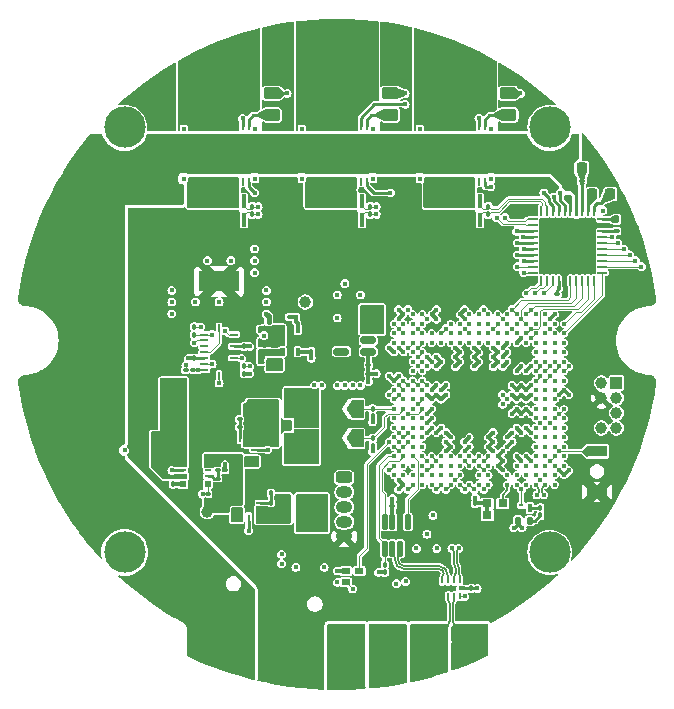
<source format=gtl>
%TF.GenerationSoftware,KiCad,Pcbnew,8.0.6-8.0.6-0~ubuntu22.04.1*%
%TF.CreationDate,2024-10-24T18:11:16+02:00*%
%TF.ProjectId,omodri_sa_laas,6f6d6f64-7269-45f7-9361-5f6c6161732e,1.0*%
%TF.SameCoordinates,Original*%
%TF.FileFunction,Copper,L1,Top*%
%TF.FilePolarity,Positive*%
%FSLAX46Y46*%
G04 Gerber Fmt 4.6, Leading zero omitted, Abs format (unit mm)*
G04 Created by KiCad (PCBNEW 8.0.6-8.0.6-0~ubuntu22.04.1) date 2024-10-24 18:11:16*
%MOMM*%
%LPD*%
G01*
G04 APERTURE LIST*
G04 Aperture macros list*
%AMRoundRect*
0 Rectangle with rounded corners*
0 $1 Rounding radius*
0 $2 $3 $4 $5 $6 $7 $8 $9 X,Y pos of 4 corners*
0 Add a 4 corners polygon primitive as box body*
4,1,4,$2,$3,$4,$5,$6,$7,$8,$9,$2,$3,0*
0 Add four circle primitives for the rounded corners*
1,1,$1+$1,$2,$3*
1,1,$1+$1,$4,$5*
1,1,$1+$1,$6,$7*
1,1,$1+$1,$8,$9*
0 Add four rect primitives between the rounded corners*
20,1,$1+$1,$2,$3,$4,$5,0*
20,1,$1+$1,$4,$5,$6,$7,0*
20,1,$1+$1,$6,$7,$8,$9,0*
20,1,$1+$1,$8,$9,$2,$3,0*%
%AMFreePoly0*
4,1,6,1.000000,0.000000,0.500000,-0.750000,-0.500000,-0.750000,-0.500000,0.750000,0.500000,0.750000,1.000000,0.000000,1.000000,0.000000,$1*%
%AMFreePoly1*
4,1,6,0.500000,-0.750000,-0.650000,-0.750000,-0.150000,0.000000,-0.650000,0.750000,0.500000,0.750000,0.500000,-0.750000,0.500000,-0.750000,$1*%
G04 Aperture macros list end*
%TA.AperFunction,SMDPad,CuDef*%
%ADD10RoundRect,0.140000X0.140000X0.170000X-0.140000X0.170000X-0.140000X-0.170000X0.140000X-0.170000X0*%
%TD*%
%TA.AperFunction,SMDPad,CuDef*%
%ADD11RoundRect,0.100000X-0.130000X-0.100000X0.130000X-0.100000X0.130000X0.100000X-0.130000X0.100000X0*%
%TD*%
%TA.AperFunction,SMDPad,CuDef*%
%ADD12RoundRect,0.250000X-0.325000X-0.650000X0.325000X-0.650000X0.325000X0.650000X-0.325000X0.650000X0*%
%TD*%
%TA.AperFunction,SMDPad,CuDef*%
%ADD13RoundRect,0.225000X-0.225000X-0.250000X0.225000X-0.250000X0.225000X0.250000X-0.225000X0.250000X0*%
%TD*%
%TA.AperFunction,SMDPad,CuDef*%
%ADD14RoundRect,0.100000X0.100000X-0.130000X0.100000X0.130000X-0.100000X0.130000X-0.100000X-0.130000X0*%
%TD*%
%TA.AperFunction,SMDPad,CuDef*%
%ADD15RoundRect,0.200000X-0.200000X-0.275000X0.200000X-0.275000X0.200000X0.275000X-0.200000X0.275000X0*%
%TD*%
%TA.AperFunction,SMDPad,CuDef*%
%ADD16RoundRect,0.100000X-0.100000X0.130000X-0.100000X-0.130000X0.100000X-0.130000X0.100000X0.130000X0*%
%TD*%
%TA.AperFunction,SMDPad,CuDef*%
%ADD17R,0.250000X0.800000*%
%TD*%
%TA.AperFunction,SMDPad,CuDef*%
%ADD18R,0.250000X0.700000*%
%TD*%
%TA.AperFunction,SMDPad,CuDef*%
%ADD19R,1.100000X0.250000*%
%TD*%
%TA.AperFunction,SMDPad,CuDef*%
%ADD20R,0.700000X0.250000*%
%TD*%
%TA.AperFunction,SMDPad,CuDef*%
%ADD21R,2.700000X1.150000*%
%TD*%
%TA.AperFunction,SMDPad,CuDef*%
%ADD22R,0.350000X1.150000*%
%TD*%
%TA.AperFunction,SMDPad,CuDef*%
%ADD23R,0.250000X0.550000*%
%TD*%
%TA.AperFunction,SMDPad,CuDef*%
%ADD24R,0.200000X0.550000*%
%TD*%
%TA.AperFunction,SMDPad,CuDef*%
%ADD25R,0.600000X0.300000*%
%TD*%
%TA.AperFunction,SMDPad,CuDef*%
%ADD26R,0.249999X0.700001*%
%TD*%
%TA.AperFunction,SMDPad,CuDef*%
%ADD27R,0.375001X0.429999*%
%TD*%
%TA.AperFunction,SMDPad,CuDef*%
%ADD28R,5.399999X3.300001*%
%TD*%
%TA.AperFunction,SMDPad,CuDef*%
%ADD29RoundRect,0.100000X0.130000X0.100000X-0.130000X0.100000X-0.130000X-0.100000X0.130000X-0.100000X0*%
%TD*%
%TA.AperFunction,ComponentPad*%
%ADD30C,2.600000*%
%TD*%
%TA.AperFunction,ConnectorPad*%
%ADD31C,3.500000*%
%TD*%
%TA.AperFunction,SMDPad,CuDef*%
%ADD32RoundRect,0.250000X-0.450000X0.262500X-0.450000X-0.262500X0.450000X-0.262500X0.450000X0.262500X0*%
%TD*%
%TA.AperFunction,SMDPad,CuDef*%
%ADD33R,0.675000X0.250000*%
%TD*%
%TA.AperFunction,SMDPad,CuDef*%
%ADD34R,0.250000X0.675000*%
%TD*%
%TA.AperFunction,SMDPad,CuDef*%
%ADD35RoundRect,0.125000X-0.125000X0.537500X-0.125000X-0.537500X0.125000X-0.537500X0.125000X0.537500X0*%
%TD*%
%TA.AperFunction,ComponentPad*%
%ADD36RoundRect,0.250000X-0.450000X0.250000X-0.450000X-0.250000X0.450000X-0.250000X0.450000X0.250000X0*%
%TD*%
%TA.AperFunction,ComponentPad*%
%ADD37O,1.400000X1.000000*%
%TD*%
%TA.AperFunction,SMDPad,CuDef*%
%ADD38R,0.400000X0.250000*%
%TD*%
%TA.AperFunction,SMDPad,CuDef*%
%ADD39R,0.400000X0.700000*%
%TD*%
%TA.AperFunction,SMDPad,CuDef*%
%ADD40R,0.800000X0.250000*%
%TD*%
%TA.AperFunction,SMDPad,CuDef*%
%ADD41R,0.250000X1.100000*%
%TD*%
%TA.AperFunction,SMDPad,CuDef*%
%ADD42RoundRect,0.147500X0.147500X0.172500X-0.147500X0.172500X-0.147500X-0.172500X0.147500X-0.172500X0*%
%TD*%
%TA.AperFunction,SMDPad,CuDef*%
%ADD43RoundRect,0.140000X-0.170000X0.140000X-0.170000X-0.140000X0.170000X-0.140000X0.170000X0.140000X0*%
%TD*%
%TA.AperFunction,SMDPad,CuDef*%
%ADD44R,0.550000X0.550000*%
%TD*%
%TA.AperFunction,SMDPad,CuDef*%
%ADD45R,0.550000X0.250000*%
%TD*%
%TA.AperFunction,SMDPad,CuDef*%
%ADD46R,0.900000X2.900000*%
%TD*%
%TA.AperFunction,ComponentPad*%
%ADD47R,1.000000X1.000000*%
%TD*%
%TA.AperFunction,ComponentPad*%
%ADD48C,1.000000*%
%TD*%
%TA.AperFunction,SMDPad,CuDef*%
%ADD49R,0.800000X0.700000*%
%TD*%
%TA.AperFunction,SMDPad,CuDef*%
%ADD50FreePoly0,180.000000*%
%TD*%
%TA.AperFunction,SMDPad,CuDef*%
%ADD51FreePoly1,180.000000*%
%TD*%
%TA.AperFunction,SMDPad,CuDef*%
%ADD52C,1.000000*%
%TD*%
%TA.AperFunction,SMDPad,CuDef*%
%ADD53RoundRect,0.140000X0.170000X-0.140000X0.170000X0.140000X-0.170000X0.140000X-0.170000X-0.140000X0*%
%TD*%
%TA.AperFunction,SMDPad,CuDef*%
%ADD54C,0.400000*%
%TD*%
%TA.AperFunction,SMDPad,CuDef*%
%ADD55RoundRect,0.150000X-0.512500X-0.150000X0.512500X-0.150000X0.512500X0.150000X-0.512500X0.150000X0*%
%TD*%
%TA.AperFunction,SMDPad,CuDef*%
%ADD56R,0.762000X0.508000*%
%TD*%
%TA.AperFunction,SMDPad,CuDef*%
%ADD57RoundRect,0.225000X0.225000X0.250000X-0.225000X0.250000X-0.225000X-0.250000X0.225000X-0.250000X0*%
%TD*%
%TA.AperFunction,SMDPad,CuDef*%
%ADD58RoundRect,0.062500X-0.062500X0.350000X-0.062500X-0.350000X0.062500X-0.350000X0.062500X0.350000X0*%
%TD*%
%TA.AperFunction,SMDPad,CuDef*%
%ADD59RoundRect,0.062500X-0.350000X0.062500X-0.350000X-0.062500X0.350000X-0.062500X0.350000X0.062500X0*%
%TD*%
%TA.AperFunction,HeatsinkPad*%
%ADD60R,4.600000X4.600000*%
%TD*%
%TA.AperFunction,SMDPad,CuDef*%
%ADD61RoundRect,0.140000X-0.140000X-0.170000X0.140000X-0.170000X0.140000X0.170000X-0.140000X0.170000X0*%
%TD*%
%TA.AperFunction,SMDPad,CuDef*%
%ADD62R,1.700000X0.900000*%
%TD*%
%TA.AperFunction,SMDPad,CuDef*%
%ADD63R,3.400000X1.800000*%
%TD*%
%TA.AperFunction,SMDPad,CuDef*%
%ADD64RoundRect,0.100000X-0.100000X0.225000X-0.100000X-0.225000X0.100000X-0.225000X0.100000X0.225000X0*%
%TD*%
%TA.AperFunction,ViaPad*%
%ADD65C,0.450000*%
%TD*%
%TA.AperFunction,Conductor*%
%ADD66C,0.250000*%
%TD*%
%TA.AperFunction,Conductor*%
%ADD67C,0.350000*%
%TD*%
%TA.AperFunction,Conductor*%
%ADD68C,0.450000*%
%TD*%
%TA.AperFunction,Conductor*%
%ADD69C,0.125000*%
%TD*%
%TA.AperFunction,Conductor*%
%ADD70C,0.127000*%
%TD*%
%TA.AperFunction,Conductor*%
%ADD71C,0.150000*%
%TD*%
G04 APERTURE END LIST*
D10*
%TO.P,C50,1*%
%TO.N,GND*%
X174580000Y-109750000D03*
%TO.P,C50,2*%
%TO.N,/OMODRI_SA_MOTOR_DRIVER/VGLS*%
X173620000Y-109750000D03*
%TD*%
D11*
%TO.P,C49,1*%
%TO.N,12V0*%
X170750000Y-106500000D03*
%TO.P,C49,2*%
%TO.N,GND*%
X171390000Y-106500000D03*
%TD*%
%TO.P,C47,1*%
%TO.N,REF_3V0_BUF*%
X168610000Y-116100000D03*
%TO.P,C47,2*%
%TO.N,GND*%
X169250000Y-116100000D03*
%TD*%
D12*
%TO.P,C75,1*%
%TO.N,VPOWER*%
X131025000Y-110000000D03*
%TO.P,C75,2*%
%TO.N,GND*%
X133975000Y-110000000D03*
%TD*%
D13*
%TO.P,C52,1*%
%TO.N,/OMODRI_SA_MOTOR_DRIVER/CPH*%
X171575000Y-107600000D03*
%TO.P,C52,2*%
%TO.N,/OMODRI_SA_MOTOR_DRIVER/CPL*%
X173125000Y-107600000D03*
%TD*%
D11*
%TO.P,C51,1*%
%TO.N,/OMODRI_SA_MOTOR_DRIVER/DVDD*%
X173680000Y-110750000D03*
%TO.P,C51,2*%
%TO.N,GND*%
X174320000Y-110750000D03*
%TD*%
D12*
%TO.P,C70,1*%
%TO.N,VPOWER*%
X131025000Y-122500000D03*
%TO.P,C70,2*%
%TO.N,GND*%
X133975000Y-122500000D03*
%TD*%
D14*
%TO.P,C65,1*%
%TO.N,VDD_3V3*%
X137900000Y-121500000D03*
%TO.P,C65,2*%
%TO.N,GND*%
X137900000Y-120860000D03*
%TD*%
%TO.P,C54,1*%
%TO.N,/OMODRI_SA_MOTOR_DRIVER/SNB*%
X152800000Y-109320000D03*
%TO.P,C54,2*%
%TO.N,/OMODRI_SA_MOTOR_DRIVER/SPB*%
X152800000Y-108680000D03*
%TD*%
D15*
%TO.P,FB3,1*%
%TO.N,/OMODRI_SA_POWER/OMODRI_SA_Alim_1V2/1V2*%
X145675000Y-134000000D03*
%TO.P,FB3,2*%
%TO.N,VDD_1V2*%
X147325000Y-134000000D03*
%TD*%
D16*
%TO.P,R26,1*%
%TO.N,/OMODRI_SA_MCU/~{ENC2_SPI_CSn}*%
X142100000Y-122180000D03*
%TO.P,R26,2*%
%TO.N,VDD_3V3*%
X142100000Y-122820000D03*
%TD*%
D17*
%TO.P,U13,1,VIN*%
%TO.N,5V0*%
X141750000Y-130200000D03*
D18*
%TO.P,U13,2,SW*%
%TO.N,/OMODRI_SA_POWER/OMODRI_SA_Alim_3V3/SW*%
X142250000Y-130250000D03*
%TO.P,U13,3,SW*%
X142750000Y-130250000D03*
%TO.P,U13,4,SW*%
X143250000Y-130250000D03*
D19*
%TO.P,U13,5,EN*%
%TO.N,/OMODRI_SA_POWER/OMODRI_SA_Alim_1V2/EN_1V2*%
X143250000Y-129250000D03*
D18*
%TO.P,U13,6,VOUT*%
%TO.N,/OMODRI_SA_POWER/OMODRI_SA_Alim_3V3/3V3*%
X143250000Y-128250000D03*
%TO.P,U13,7,VOUT*%
X142750000Y-128250000D03*
%TO.P,U13,8,VOUT*%
X142250000Y-128250000D03*
%TO.P,U13,9,FB*%
%TO.N,/OMODRI_SA_POWER/OMODRI_SA_Alim_3V3/FB_3V3*%
X141750000Y-128250000D03*
D20*
%TO.P,U13,10,GND*%
%TO.N,GND*%
X141550000Y-129250000D03*
%TD*%
D21*
%TO.P,R23,1,1*%
%TO.N,/OMODRI_SA_MOTOR_DRIVER/OUT_M1_CH3*%
X140275000Y-108225000D03*
D22*
%TO.P,R23,2,2*%
%TO.N,/OMODRI_SA_MOTOR_DRIVER/SPC*%
X142100000Y-108225000D03*
%TO.P,R23,3,3*%
%TO.N,/OMODRI_SA_MOTOR_DRIVER/SNC*%
X142100000Y-109775000D03*
D21*
%TO.P,R23,4,4*%
%TO.N,GND*%
X140275000Y-109775000D03*
%TD*%
D23*
%TO.P,U5,1,1D+*%
%TO.N,/OMODRI_SA_CAN_RS485/RS485_P*%
X160400000Y-140325000D03*
D24*
%TO.P,U5,2,1D-*%
%TO.N,/OMODRI_SA_CAN_RS485/RS485_N*%
X159900000Y-140325000D03*
%TO.P,U5,3,2D+*%
%TO.N,/OMODRI_SA_CAN_RS485/CAN_FD_P*%
X159400000Y-140325000D03*
D23*
%TO.P,U5,4,2D-*%
%TO.N,/OMODRI_SA_CAN_RS485/CAN_FD_N*%
X158900000Y-140325000D03*
D25*
%TO.P,U5,5,GND*%
%TO.N,GND*%
X158750000Y-141000000D03*
D23*
%TO.P,U5,6,~{OE}*%
X158900000Y-141675000D03*
D24*
%TO.P,U5,7,D-*%
%TO.N,/OMODRI_SA_CAN_RS485/CAN_RS485_N*%
X159400000Y-141675000D03*
%TO.P,U5,8,D+*%
%TO.N,/OMODRI_SA_CAN_RS485/CAN_RS485_P*%
X159900000Y-141675000D03*
D23*
%TO.P,U5,9,SEL*%
%TO.N,/OMODRI_SA_CAN_RS485/CAN_RS485_SEL*%
X160400000Y-141675000D03*
D25*
%TO.P,U5,10,Vcc*%
%TO.N,VDD_3V3*%
X160550000Y-141000000D03*
%TD*%
D26*
%TO.P,Q1,1,GH*%
%TO.N,/OMODRI_SA_MOTOR_DRIVER/GHA*%
X162500000Y-101850000D03*
%TO.P,Q1,2,SH*%
%TO.N,/OMODRI_SA_MOTOR_DRIVER/SHA*%
X162000001Y-101850000D03*
%TO.P,Q1,3,VSW*%
%TO.N,/OMODRI_SA_MOTOR_DRIVER/MOTOR_CH1*%
X161500000Y-101850000D03*
%TO.P,Q1,4,VSW*%
X161000001Y-101850000D03*
%TO.P,Q1,5,VSW*%
X160499999Y-101850000D03*
%TO.P,Q1,6,VSW*%
X160000000Y-101850000D03*
%TO.P,Q1,7,VSW*%
X159500001Y-101850000D03*
%TO.P,Q1,8,VSW*%
X158999999Y-101850000D03*
%TO.P,Q1,9,VSW*%
X158500000Y-101850000D03*
%TO.P,Q1,10,VSW*%
X157999999Y-101850000D03*
%TO.P,Q1,11,VSW*%
X157500000Y-101850000D03*
%TO.P,Q1,12,PGND*%
%TO.N,/OMODRI_SA_MOTOR_DRIVER/OUT_M1_CH1*%
X157500000Y-106550000D03*
%TO.P,Q1,13,PGND*%
X157999999Y-106550000D03*
%TO.P,Q1,14,PGND*%
X158500000Y-106550000D03*
%TO.P,Q1,15,PGND*%
X158999999Y-106550000D03*
%TO.P,Q1,16,PGND*%
X159500001Y-106550000D03*
%TO.P,Q1,17,PGND*%
X160000000Y-106550000D03*
%TO.P,Q1,18,PGND*%
X160499999Y-106550000D03*
%TO.P,Q1,19,PGND*%
X161000001Y-106550000D03*
%TO.P,Q1,20,PGND*%
X161500000Y-106550000D03*
%TO.P,Q1,21,NC*%
%TO.N,unconnected-(Q1-NC-Pad21)*%
X162000001Y-106550000D03*
%TO.P,Q1,22,GL*%
%TO.N,/OMODRI_SA_MOTOR_DRIVER/GLA*%
X162500000Y-106550000D03*
D27*
%TO.P,Q1,23,NC*%
%TO.N,unconnected-(Q1-NC-Pad23)*%
X163012999Y-102085000D03*
%TO.P,Q1,24,NC*%
%TO.N,unconnected-(Q1-NC-Pad24)*%
X156987001Y-102085000D03*
%TO.P,Q1,25,NC*%
%TO.N,unconnected-(Q1-NC-Pad25)*%
X156987001Y-106315000D03*
%TO.P,Q1,26,NC*%
%TO.N,unconnected-(Q1-NC-Pad26)*%
X163012999Y-106315000D03*
D28*
%TO.P,Q1,27,VIN*%
%TO.N,VPOWER*%
X160000000Y-104200000D03*
%TD*%
D29*
%TO.P,R45,1*%
%TO.N,5V0*%
X139715000Y-133000000D03*
%TO.P,R45,2*%
%TO.N,/OMODRI_SA_POWER/OMODRI_SA_Alim_1V2/EN_1V2*%
X139075000Y-133000000D03*
%TD*%
%TO.P,R46,1*%
%TO.N,5V0*%
X140520000Y-131700000D03*
%TO.P,R46,2*%
%TO.N,/OMODRI_SA_POWER/OMODRI_SA_Alim_5V/FB_5V0*%
X139880000Y-131700000D03*
%TD*%
D30*
%TO.P,H3,1*%
%TO.N,N/C*%
X132000000Y-101950000D03*
D31*
X132000000Y-101950000D03*
%TD*%
D30*
%TO.P,H4,1*%
%TO.N,N/C*%
X168000000Y-137950000D03*
D31*
X168000000Y-137950000D03*
%TD*%
D30*
%TO.P,H1,1*%
%TO.N,N/C*%
X132000000Y-137950000D03*
D31*
X132000000Y-137950000D03*
%TD*%
D32*
%TO.P,R11,1*%
%TO.N,/OMODRI_SA_MOTOR_DRIVER/GHA_drv*%
X164500000Y-99087500D03*
%TO.P,R11,2*%
%TO.N,/OMODRI_SA_MOTOR_DRIVER/GHA*%
X164500000Y-100912500D03*
%TD*%
D21*
%TO.P,R12,1,1*%
%TO.N,/OMODRI_SA_MOTOR_DRIVER/OUT_M1_CH1*%
X160275000Y-108225000D03*
D22*
%TO.P,R12,2,2*%
%TO.N,/OMODRI_SA_MOTOR_DRIVER/SPA*%
X162100000Y-108225000D03*
%TO.P,R12,3,3*%
%TO.N,/OMODRI_SA_MOTOR_DRIVER/SNA*%
X162100000Y-109775000D03*
D21*
%TO.P,R12,4,4*%
%TO.N,GND*%
X160275000Y-109775000D03*
%TD*%
D11*
%TO.P,R53,1*%
%TO.N,GND*%
X145330000Y-118000000D03*
%TO.P,R53,2*%
%TO.N,/OMODRI_SA_THERMISTOR/V_THERM_IN*%
X145970000Y-118000000D03*
%TD*%
D14*
%TO.P,C62,1*%
%TO.N,VDD_3V3*%
X161350000Y-141000000D03*
%TO.P,C62,2*%
%TO.N,GND*%
X161350000Y-140360000D03*
%TD*%
%TO.P,R52,1*%
%TO.N,/OMODRI_SA_THERMISTOR/AMP_V-*%
X144200000Y-119050000D03*
%TO.P,R52,2*%
%TO.N,REF_3V0_BUF*%
X144200000Y-118410000D03*
%TD*%
%TO.P,C64,1*%
%TO.N,VDD_3V3*%
X142100000Y-120500000D03*
%TO.P,C64,2*%
%TO.N,GND*%
X142100000Y-119860000D03*
%TD*%
D30*
%TO.P,H2,1*%
%TO.N,N/C*%
X168000000Y-101950000D03*
D31*
X168000000Y-101950000D03*
%TD*%
D33*
%TO.P,U7,1,INT2*%
%TO.N,/OMODRI_SA_IMU/IMU_INT*%
X141262500Y-119500000D03*
%TO.P,U7,2,NC*%
%TO.N,GND*%
X141262500Y-120000000D03*
%TO.P,U7,3,VDD*%
%TO.N,VDD_3V3*%
X141262500Y-120500000D03*
%TO.P,U7,4,GND*%
%TO.N,GND*%
X141262500Y-121000000D03*
%TO.P,U7,5,~{CSB2}*%
%TO.N,/OMODRI_SA_IMU/~{IMU_SPI_GYRO_CSn}*%
X141262500Y-121500000D03*
%TO.P,U7,6,GNDIO*%
%TO.N,GND*%
X141262500Y-122000000D03*
%TO.P,U7,7,PS*%
X141262500Y-122500000D03*
D34*
%TO.P,U7,8,SCK*%
%TO.N,/OMODRI_SA_IMU/IMU_SPI_CLK*%
X140000000Y-123012500D03*
D33*
%TO.P,U7,9,SDI*%
%TO.N,/OMODRI_SA_IMU/IMU_SPI_SIMO*%
X138737500Y-122500000D03*
%TO.P,U7,10,SDO2*%
%TO.N,/OMODRI_SA_IMU/IMU_SPI_SOMI*%
X138737500Y-122000000D03*
%TO.P,U7,11,VDDIO*%
%TO.N,VDD_3V3*%
X138737500Y-121500000D03*
%TO.P,U7,12,INT3*%
%TO.N,Net-(U7-INT1)*%
X138737500Y-121000000D03*
%TO.P,U7,13,INT4*%
%TO.N,unconnected-(U7-INT4-Pad13)*%
X138737500Y-120500000D03*
%TO.P,U7,14,~{CSB1}*%
%TO.N,/OMODRI_SA_IMU/~{IMU_SPI_ACCEL_CSn}*%
X138737500Y-120000000D03*
%TO.P,U7,15,SDO1*%
%TO.N,/OMODRI_SA_IMU/IMU_SPI_SOMI*%
X138737500Y-119500000D03*
D34*
%TO.P,U7,16,INT1*%
%TO.N,Net-(U7-INT1)*%
X140000000Y-118987500D03*
%TD*%
D14*
%TO.P,R51,1*%
%TO.N,/OMODRI_SA_POWER/OMODRI_SA_Alim_1V2/FB_1V2*%
X144400000Y-132920000D03*
%TO.P,R51,2*%
%TO.N,GND*%
X144400000Y-132280000D03*
%TD*%
%TO.P,R39,1*%
%TO.N,Net-(D6-K)*%
X167200000Y-134820000D03*
%TO.P,R39,2*%
%TO.N,Net-(Q4-D)*%
X167200000Y-134180000D03*
%TD*%
D16*
%TO.P,R54,1*%
%TO.N,GND*%
X143500000Y-118410000D03*
%TO.P,R54,2*%
%TO.N,/OMODRI_SA_THERMISTOR/AMP_V-*%
X143500000Y-119050000D03*
%TD*%
D15*
%TO.P,FB1,1*%
%TO.N,/OMODRI_SA_POWER/OMODRI_SA_Alim_3V3/3V3*%
X144675000Y-128500000D03*
%TO.P,FB1,2*%
%TO.N,VDD_3V3*%
X146325000Y-128500000D03*
%TD*%
%TO.P,FB2,1*%
%TO.N,/OMODRI_SA_POWER/OMODRI_SA_Alim_3V3/3V3*%
X144675000Y-126000000D03*
%TO.P,FB2,2*%
%TO.N,VDDA_3V3*%
X146325000Y-126000000D03*
%TD*%
D14*
%TO.P,R29,1*%
%TO.N,VDD_3V3*%
X154025000Y-139620000D03*
%TO.P,R29,2*%
%TO.N,/OMODRI_SA_CAN_RS485/CAN_FD_SHDN*%
X154025000Y-138980000D03*
%TD*%
D32*
%TO.P,R14,1*%
%TO.N,/OMODRI_SA_MOTOR_DRIVER/GHB_drv*%
X154500000Y-99087500D03*
%TO.P,R14,2*%
%TO.N,/OMODRI_SA_MOTOR_DRIVER/GHB*%
X154500000Y-100912500D03*
%TD*%
D35*
%TO.P,U4,1,TXD*%
%TO.N,/OMODRI_SA_CAN_RS485/CAN_FD_TX*%
X155975000Y-135362500D03*
%TO.P,U4,2,GND*%
%TO.N,GND*%
X155325000Y-135362500D03*
%TO.P,U4,3,VCC*%
%TO.N,VDD_3V3*%
X154675000Y-135362500D03*
%TO.P,U4,4,RXD*%
%TO.N,/OMODRI_SA_CAN_RS485/CAN_FD_RX*%
X154025000Y-135362500D03*
%TO.P,U4,5,SHDN*%
%TO.N,/OMODRI_SA_CAN_RS485/CAN_FD_SHDN*%
X154025000Y-137637500D03*
%TO.P,U4,6,CANL*%
%TO.N,/OMODRI_SA_CAN_RS485/CAN_FD_N*%
X154675000Y-137637500D03*
%TO.P,U4,7,CANH*%
%TO.N,/OMODRI_SA_CAN_RS485/CAN_FD_P*%
X155325000Y-137637500D03*
%TO.P,U4,8,S*%
%TO.N,GND*%
X155975000Y-137637500D03*
%TD*%
D21*
%TO.P,R15,1,1*%
%TO.N,/OMODRI_SA_MOTOR_DRIVER/OUT_M1_CH2*%
X150275000Y-108225000D03*
D22*
%TO.P,R15,2,2*%
%TO.N,/OMODRI_SA_MOTOR_DRIVER/SPB*%
X152100000Y-108225000D03*
%TO.P,R15,3,3*%
%TO.N,/OMODRI_SA_MOTOR_DRIVER/SNB*%
X152100000Y-109775000D03*
D21*
%TO.P,R15,4,4*%
%TO.N,GND*%
X150275000Y-109775000D03*
%TD*%
D36*
%TO.P,J2,1,Pin_1*%
%TO.N,/OMODRI_SA_MCU/GPIO_DBG_0*%
X150600000Y-131600000D03*
D37*
%TO.P,J2,2,Pin_2*%
%TO.N,/OMODRI_SA_MCU/GPIO_DBG_1*%
X150600000Y-132850000D03*
%TO.P,J2,3,Pin_3*%
%TO.N,/OMODRI_SA_MCU/GPIO_DBG_2*%
X150600000Y-134100000D03*
%TO.P,J2,4,Pin_4*%
%TO.N,/OMODRI_SA_MCU/GPIO_DBG_3*%
X150600000Y-135350000D03*
%TO.P,J2,5,Pin_5*%
%TO.N,GND*%
X150600000Y-136600000D03*
%TD*%
D29*
%TO.P,R47,1*%
%TO.N,GND*%
X140520000Y-131000000D03*
%TO.P,R47,2*%
%TO.N,/OMODRI_SA_POWER/OMODRI_SA_Alim_5V/FB_5V0*%
X139880000Y-131000000D03*
%TD*%
D14*
%TO.P,C46,1*%
%TO.N,/OMODRI_SA_MOTOR_DRIVER/SNA*%
X162800000Y-109320000D03*
%TO.P,C46,2*%
%TO.N,/OMODRI_SA_MOTOR_DRIVER/SPA*%
X162800000Y-108680000D03*
%TD*%
D26*
%TO.P,Q2,1,GH*%
%TO.N,/OMODRI_SA_MOTOR_DRIVER/GHB*%
X152500000Y-101850000D03*
%TO.P,Q2,2,SH*%
%TO.N,/OMODRI_SA_MOTOR_DRIVER/SHB*%
X152000001Y-101850000D03*
%TO.P,Q2,3,VSW*%
%TO.N,/OMODRI_SA_MOTOR_DRIVER/MOTOR_CH2*%
X151500000Y-101850000D03*
%TO.P,Q2,4,VSW*%
X151000001Y-101850000D03*
%TO.P,Q2,5,VSW*%
X150499999Y-101850000D03*
%TO.P,Q2,6,VSW*%
X150000000Y-101850000D03*
%TO.P,Q2,7,VSW*%
X149500001Y-101850000D03*
%TO.P,Q2,8,VSW*%
X148999999Y-101850000D03*
%TO.P,Q2,9,VSW*%
X148500000Y-101850000D03*
%TO.P,Q2,10,VSW*%
X147999999Y-101850000D03*
%TO.P,Q2,11,VSW*%
X147500000Y-101850000D03*
%TO.P,Q2,12,PGND*%
%TO.N,/OMODRI_SA_MOTOR_DRIVER/OUT_M1_CH2*%
X147500000Y-106550000D03*
%TO.P,Q2,13,PGND*%
X147999999Y-106550000D03*
%TO.P,Q2,14,PGND*%
X148500000Y-106550000D03*
%TO.P,Q2,15,PGND*%
X148999999Y-106550000D03*
%TO.P,Q2,16,PGND*%
X149500001Y-106550000D03*
%TO.P,Q2,17,PGND*%
X150000000Y-106550000D03*
%TO.P,Q2,18,PGND*%
X150499999Y-106550000D03*
%TO.P,Q2,19,PGND*%
X151000001Y-106550000D03*
%TO.P,Q2,20,PGND*%
X151500000Y-106550000D03*
%TO.P,Q2,21,NC*%
%TO.N,unconnected-(Q2-NC-Pad21)*%
X152000001Y-106550000D03*
%TO.P,Q2,22,GL*%
%TO.N,/OMODRI_SA_MOTOR_DRIVER/GLB*%
X152500000Y-106550000D03*
D27*
%TO.P,Q2,23,NC*%
%TO.N,unconnected-(Q2-NC-Pad23)*%
X153012999Y-102085000D03*
%TO.P,Q2,24,NC*%
%TO.N,unconnected-(Q2-NC-Pad24)*%
X146987001Y-102085000D03*
%TO.P,Q2,25,NC*%
%TO.N,unconnected-(Q2-NC-Pad25)*%
X146987001Y-106315000D03*
%TO.P,Q2,26,NC*%
%TO.N,unconnected-(Q2-NC-Pad26)*%
X153012999Y-106315000D03*
D28*
%TO.P,Q2,27,VIN*%
%TO.N,VPOWER*%
X150000000Y-104200000D03*
%TD*%
D26*
%TO.P,Q3,1,GH*%
%TO.N,/OMODRI_SA_MOTOR_DRIVER/GHC*%
X142500000Y-101850000D03*
%TO.P,Q3,2,SH*%
%TO.N,/OMODRI_SA_MOTOR_DRIVER/SHC*%
X142000001Y-101850000D03*
%TO.P,Q3,3,VSW*%
%TO.N,/OMODRI_SA_MOTOR_DRIVER/MOTOR_CH3*%
X141500000Y-101850000D03*
%TO.P,Q3,4,VSW*%
X141000001Y-101850000D03*
%TO.P,Q3,5,VSW*%
X140499999Y-101850000D03*
%TO.P,Q3,6,VSW*%
X140000000Y-101850000D03*
%TO.P,Q3,7,VSW*%
X139500001Y-101850000D03*
%TO.P,Q3,8,VSW*%
X138999999Y-101850000D03*
%TO.P,Q3,9,VSW*%
X138500000Y-101850000D03*
%TO.P,Q3,10,VSW*%
X137999999Y-101850000D03*
%TO.P,Q3,11,VSW*%
X137500000Y-101850000D03*
%TO.P,Q3,12,PGND*%
%TO.N,/OMODRI_SA_MOTOR_DRIVER/OUT_M1_CH3*%
X137500000Y-106550000D03*
%TO.P,Q3,13,PGND*%
X137999999Y-106550000D03*
%TO.P,Q3,14,PGND*%
X138500000Y-106550000D03*
%TO.P,Q3,15,PGND*%
X138999999Y-106550000D03*
%TO.P,Q3,16,PGND*%
X139500001Y-106550000D03*
%TO.P,Q3,17,PGND*%
X140000000Y-106550000D03*
%TO.P,Q3,18,PGND*%
X140499999Y-106550000D03*
%TO.P,Q3,19,PGND*%
X141000001Y-106550000D03*
%TO.P,Q3,20,PGND*%
X141500000Y-106550000D03*
%TO.P,Q3,21,NC*%
%TO.N,unconnected-(Q3-NC-Pad21)*%
X142000001Y-106550000D03*
%TO.P,Q3,22,GL*%
%TO.N,/OMODRI_SA_MOTOR_DRIVER/GLC*%
X142500000Y-106550000D03*
D27*
%TO.P,Q3,23,NC*%
%TO.N,unconnected-(Q3-NC-Pad23)*%
X143012999Y-102085000D03*
%TO.P,Q3,24,NC*%
%TO.N,unconnected-(Q3-NC-Pad24)*%
X136987001Y-102085000D03*
%TO.P,Q3,25,NC*%
%TO.N,unconnected-(Q3-NC-Pad25)*%
X136987001Y-106315000D03*
%TO.P,Q3,26,NC*%
%TO.N,unconnected-(Q3-NC-Pad26)*%
X143012999Y-106315000D03*
D28*
%TO.P,Q3,27,VIN*%
%TO.N,VPOWER*%
X140000000Y-104200000D03*
%TD*%
D38*
%TO.P,Q4,1,G*%
%TO.N,/OMODRI_SA_MCU/~{XRSn}*%
X165600000Y-133955000D03*
%TO.P,Q4,2,S*%
%TO.N,GND*%
X165600000Y-134405000D03*
D39*
%TO.P,Q4,3,D*%
%TO.N,Net-(Q4-D)*%
X166300000Y-134180000D03*
%TD*%
D16*
%TO.P,R55,1*%
%TO.N,/OMODRI_SA_THERMISTOR/AMP_V-*%
X144200000Y-120310000D03*
%TO.P,R55,2*%
%TO.N,/OMODRI_SA_THERMISTOR/AMP_Vout*%
X144200000Y-120950000D03*
%TD*%
D40*
%TO.P,U14,1,VIN*%
%TO.N,5V0*%
X141550000Y-133750000D03*
D20*
%TO.P,U14,2,SW*%
%TO.N,/OMODRI_SA_POWER/OMODRI_SA_Alim_1V2/SW*%
X141500000Y-134250000D03*
%TO.P,U14,3,SW*%
X141500000Y-134750000D03*
%TO.P,U14,4,SW*%
X141500000Y-135250000D03*
D41*
%TO.P,U14,5,EN*%
%TO.N,/OMODRI_SA_POWER/OMODRI_SA_Alim_1V2/EN_1V2*%
X142500000Y-135250000D03*
D20*
%TO.P,U14,6,VOUT*%
%TO.N,/OMODRI_SA_POWER/OMODRI_SA_Alim_1V2/1V2*%
X143500000Y-135250000D03*
%TO.P,U14,7,VOUT*%
X143500000Y-134750000D03*
%TO.P,U14,8,VOUT*%
X143500000Y-134250000D03*
%TO.P,U14,9,FB*%
%TO.N,/OMODRI_SA_POWER/OMODRI_SA_Alim_1V2/FB_1V2*%
X143500000Y-133750000D03*
D18*
%TO.P,U14,10,GND*%
%TO.N,GND*%
X142500000Y-133550000D03*
%TD*%
D13*
%TO.P,C48,1*%
%TO.N,12V0*%
X170750000Y-105400000D03*
%TO.P,C48,2*%
%TO.N,GND*%
X172300000Y-105400000D03*
%TD*%
D42*
%TO.P,D6,1,K*%
%TO.N,Net-(D6-K)*%
X166285000Y-135280000D03*
%TO.P,D6,2,A*%
%TO.N,VDD_3V3*%
X165315000Y-135280000D03*
%TD*%
D43*
%TO.P,C44,1*%
%TO.N,VPOWER*%
X169565000Y-106940000D03*
%TO.P,C44,2*%
%TO.N,/OMODRI_SA_MOTOR_DRIVER/VCP_DRV*%
X169565000Y-107900000D03*
%TD*%
D44*
%TO.P,U12,1,VIN*%
%TO.N,12V0*%
X136925000Y-129837500D03*
D45*
%TO.P,U12,2,VIN*%
X136925000Y-130500000D03*
%TO.P,U12,3,EN*%
%TO.N,/OMODRI_SA_POWER/OMODRI_SA_Alim_12V/PG_12V0*%
X136925000Y-131000000D03*
%TO.P,U12,4,MODE/SCONF*%
%TO.N,12V0*%
X136925000Y-131500000D03*
D44*
%TO.P,U12,5,SS/TR*%
%TO.N,Net-(U12-SS{slash}TR)*%
X136925000Y-132162500D03*
%TO.P,U12,6,PG*%
%TO.N,/OMODRI_SA_POWER/OMODRI_SA_Alim_1V2/EN_1V2*%
X139075000Y-132162500D03*
D45*
%TO.P,U12,7,FB/VSET*%
%TO.N,/OMODRI_SA_POWER/OMODRI_SA_Alim_5V/FB_5V0*%
X139075000Y-131500000D03*
%TO.P,U12,8,SW/NC*%
%TO.N,unconnected-(U12-SW{slash}NC-Pad8)*%
X139075000Y-131000000D03*
%TO.P,U12,9,VOUT*%
%TO.N,5V0*%
X139075000Y-130500000D03*
D44*
%TO.P,U12,10,VOUT*%
X139075000Y-129837500D03*
D46*
%TO.P,U12,11,GND*%
%TO.N,GND*%
X138000000Y-131000000D03*
%TD*%
D47*
%TO.P,J9,1,Pin_1*%
%TO.N,/OMODRI_SA_JTAG/JTAG_~{TRSTn}*%
X173635000Y-123595000D03*
D48*
%TO.P,J9,2,Pin_2*%
%TO.N,VDD_3V3*%
X172365000Y-123595000D03*
%TO.P,J9,3,Pin_3*%
%TO.N,/OMODRI_SA_JTAG/JTAG_TCK*%
X173635000Y-124865000D03*
%TO.P,J9,4,Pin_4*%
%TO.N,GND*%
X172365000Y-124865000D03*
%TO.P,J9,5,Pin_5*%
%TO.N,/OMODRI_SA_JTAG/JTAG_TMS*%
X173635000Y-126135000D03*
%TO.P,J9,7,Pin_7*%
%TO.N,/OMODRI_SA_JTAG/JTAG_TDI*%
X173635000Y-127405000D03*
%TO.P,J9,8,Pin_8*%
%TO.N,/OMODRI_SA_JTAG/JTAG_TDO*%
X172365000Y-127405000D03*
%TD*%
D29*
%TO.P,R28,1*%
%TO.N,/OMODRI_SA_IMU/IMU_SPI_SIMO*%
X137820000Y-122500000D03*
%TO.P,R28,2*%
%TO.N,/ENC2_SPI_SIMO*%
X137180000Y-122500000D03*
%TD*%
D49*
%TO.P,X1,1,OE*%
%TO.N,VDD_3V3*%
X162700000Y-134800000D03*
%TO.P,X1,2,GND*%
%TO.N,GND*%
X164000000Y-134800000D03*
%TO.P,X1,3,OUT*%
%TO.N,/OMODRI_SA_CLK/25MHz_OSC_SRC*%
X164000000Y-133800000D03*
%TO.P,X1,4,Vdd*%
%TO.N,VDD_3V3*%
X162700000Y-133800000D03*
%TD*%
D12*
%TO.P,C74,1*%
%TO.N,VPOWER*%
X131025000Y-112500000D03*
%TO.P,C74,2*%
%TO.N,GND*%
X133975000Y-112500000D03*
%TD*%
D50*
%TO.P,JP1,1,A*%
%TO.N,/OMODRI_SA_MCU/GPIO_SELECT_0*%
X151725000Y-125800000D03*
D51*
%TO.P,JP1,2,B*%
%TO.N,GND*%
X150275000Y-125800000D03*
%TD*%
D16*
%TO.P,C104,1*%
%TO.N,/OMODRI_SA_THERMISTOR/AMP_V-*%
X143500000Y-120310000D03*
%TO.P,C104,2*%
%TO.N,/OMODRI_SA_THERMISTOR/AMP_Vout*%
X143500000Y-120950000D03*
%TD*%
D32*
%TO.P,R17,1*%
%TO.N,/OMODRI_SA_MOTOR_DRIVER/GHC_drv*%
X144500000Y-99087500D03*
%TO.P,R17,2*%
%TO.N,/OMODRI_SA_MOTOR_DRIVER/GHC*%
X144500000Y-100912500D03*
%TD*%
D14*
%TO.P,R2,1*%
%TO.N,VDD_3V3*%
X153000000Y-126440000D03*
%TO.P,R2,2*%
%TO.N,/OMODRI_SA_MCU/GPIO_SELECT_0*%
X153000000Y-125800000D03*
%TD*%
%TO.P,R27,1*%
%TO.N,/OMODRI_SA_IMU/IMU_SPI_SOMI*%
X137900000Y-119500000D03*
%TO.P,R27,2*%
%TO.N,/ENC2_SPI_SOMI*%
X137900000Y-118860000D03*
%TD*%
D52*
%TO.P,TP6,1,1*%
%TO.N,REF_3V0_BUF*%
X147300000Y-116750000D03*
%TD*%
D11*
%TO.P,R56,1*%
%TO.N,/OMODRI_SA_THERMISTOR/AMP_Vout*%
X143580000Y-121700000D03*
%TO.P,R56,2*%
%TO.N,/OMODRI_SA_MCU/Vthermistor*%
X144220000Y-121700000D03*
%TD*%
D52*
%TO.P,TP4,1,1*%
%TO.N,12V0*%
X136250000Y-124500000D03*
%TD*%
D53*
%TO.P,C94,1*%
%TO.N,5V0*%
X140600000Y-129880000D03*
%TO.P,C94,2*%
%TO.N,GND*%
X140600000Y-128920000D03*
%TD*%
D12*
%TO.P,C73,1*%
%TO.N,VPOWER*%
X131025000Y-115000000D03*
%TO.P,C73,2*%
%TO.N,GND*%
X133975000Y-115000000D03*
%TD*%
D54*
%TO.P,U1,A1,VSS*%
%TO.N,GND*%
X169200000Y-117800000D03*
%TO.P,U1,A2,GPIO97*%
%TO.N,/OMODRI_SA_MCU/~{DRV_SPI_CSn}*%
X169200000Y-118600000D03*
%TO.P,U1,A3,GPIO94*%
%TO.N,/OMODRI_SA_MCU/DRV_EN*%
X169200000Y-119400000D03*
%TO.P,U1,A4,GPIO92*%
%TO.N,unconnected-(U1F-GPIO92-PadA4)*%
X169200000Y-120200000D03*
%TO.P,U1,A5,GPIO90*%
%TO.N,unconnected-(U1F-GPIO90-PadA5)*%
X169200000Y-121000000D03*
%TO.P,U1,A6,GPIO6*%
%TO.N,unconnected-(U1D-GPIO6-PadA6)*%
X169200000Y-121800000D03*
%TO.P,U1,A7,GPIO2*%
%TO.N,/OMODRI_SA_MCU/PWM2_CHA*%
X169200000Y-122600000D03*
%TO.P,U1,A8,GPIO163*%
%TO.N,unconnected-(U1I-GPIO163-PadA8)*%
X169200000Y-123400000D03*
%TO.P,U1,A9,VDDIO*%
%TO.N,VDD_3V3*%
X169200000Y-124200000D03*
%TO.P,U1,A10,VSS*%
%TO.N,GND*%
X169200000Y-125000000D03*
%TO.P,U1,A11,GPIO84*%
%TO.N,/OMODRI_SA_MCU/OMODRI_SA_GPIO/BOOT_MODE_0*%
X169200000Y-125800000D03*
%TO.P,U1,A12,GPIO153*%
%TO.N,unconnected-(U1H-GPIO153-PadA12)*%
X169200000Y-126600000D03*
%TO.P,U1,A13,GPIO149*%
%TO.N,unconnected-(U1H-GPIO149-PadA13)*%
X169200000Y-127400000D03*
%TO.P,U1,A14,GPIO81*%
%TO.N,unconnected-(U1F-GPIO81-PadA14)*%
X169200000Y-128200000D03*
%TO.P,U1,A15,GPIO77*%
%TO.N,unconnected-(U1F-GPIO77-PadA15)*%
X169200000Y-129000000D03*
%TO.P,U1,A16,GPIO73*%
%TO.N,unconnected-(U1F-GPIO73-PadA16)*%
X169200000Y-129800000D03*
%TO.P,U1,A17,GPIO70*%
%TO.N,unconnected-(U1F-GPIO70-PadA17)*%
X169200000Y-130600000D03*
%TO.P,U1,A18,VDDIO*%
%TO.N,VDD_3V3*%
X169200000Y-131400000D03*
%TO.P,U1,A19,VSS*%
%TO.N,GND*%
X169200000Y-132200000D03*
%TO.P,U1,B1,VDDIO*%
%TO.N,VDD_3V3*%
X168400000Y-117800000D03*
%TO.P,U1,B2,GPIO10*%
%TO.N,unconnected-(U1D-GPIO10-PadB2)*%
X168400000Y-118600000D03*
%TO.P,U1,B3,GPIO95*%
%TO.N,unconnected-(U1F-GPIO95-PadB3)*%
X168400000Y-119400000D03*
%TO.P,U1,B4,GPIO93*%
%TO.N,unconnected-(U1F-GPIO93-PadB4)*%
X168400000Y-120200000D03*
%TO.P,U1,B5,GPIO91*%
%TO.N,unconnected-(U1F-GPIO91-PadB5)*%
X168400000Y-121000000D03*
%TO.P,U1,B6,GPIO7*%
%TO.N,unconnected-(U1D-GPIO7-PadB6)*%
X168400000Y-121800000D03*
%TO.P,U1,B7,GPIO3*%
%TO.N,/OMODRI_SA_MCU/PWM2_CHB*%
X168400000Y-122600000D03*
%TO.P,U1,B8,GPIO164*%
%TO.N,unconnected-(U1I-GPIO164-PadB8)*%
X168400000Y-123400000D03*
%TO.P,U1,B9,GPIO160*%
%TO.N,unconnected-(U1I-GPIO160-PadB9)*%
X168400000Y-124200000D03*
%TO.P,U1,B10,GPIO157*%
%TO.N,unconnected-(U1H-GPIO157-PadB10)*%
X168400000Y-125000000D03*
%TO.P,U1,B11,GPIO85*%
%TO.N,unconnected-(U1F-GPIO85-PadB11)*%
X168400000Y-125800000D03*
%TO.P,U1,B12,GPIO154*%
%TO.N,unconnected-(U1H-GPIO154-PadB12)*%
X168400000Y-126600000D03*
%TO.P,U1,B13,GPIO150*%
%TO.N,unconnected-(U1H-GPIO150-PadB13)*%
X168400000Y-127400000D03*
%TO.P,U1,B14,GPIO82*%
%TO.N,unconnected-(U1F-GPIO82-PadB14)*%
X168400000Y-128200000D03*
%TO.P,U1,B15,GPIO78*%
%TO.N,unconnected-(U1F-GPIO78-PadB15)*%
X168400000Y-129000000D03*
%TO.P,U1,B16,GPIO72*%
%TO.N,/OMODRI_SA_MCU/OMODRI_SA_GPIO/BOOT_MODE_1*%
X168400000Y-129800000D03*
%TO.P,U1,B17,GPIO71*%
%TO.N,unconnected-(U1F-GPIO71-PadB17)*%
X168400000Y-130600000D03*
%TO.P,U1,B18,GPIO69*%
%TO.N,unconnected-(U1F-GPIO69-PadB18)*%
X168400000Y-131400000D03*
%TO.P,U1,B19,GPIO67*%
%TO.N,unconnected-(U1F-GPIO67-PadB19)*%
X168400000Y-132200000D03*
%TO.P,U1,C1,GPIO11*%
%TO.N,unconnected-(U1D-GPIO11-PadC1)*%
X167600000Y-117800000D03*
%TO.P,U1,C2,GPIO12*%
%TO.N,unconnected-(U1D-GPIO12-PadC2)*%
X167600000Y-118600000D03*
%TO.P,U1,C3,GPIO96*%
%TO.N,unconnected-(U1G-GPIO96-PadC3)*%
X167600000Y-119400000D03*
%TO.P,U1,C4,GPIO167*%
%TO.N,unconnected-(U1I-GPIO167-PadC4)*%
X167600000Y-120200000D03*
%TO.P,U1,C5,GPIO165*%
%TO.N,unconnected-(U1I-GPIO165-PadC5)*%
X167600000Y-121000000D03*
%TO.P,U1,C6,GPIO88*%
%TO.N,unconnected-(U1F-GPIO88-PadC6)*%
X167600000Y-121800000D03*
%TO.P,U1,C7,GPIO4*%
%TO.N,/OMODRI_SA_MCU/PWM3_CHA*%
X167600000Y-122600000D03*
%TO.P,U1,C8,GPIO0*%
%TO.N,/OMODRI_SA_MCU/PWM1_CHA*%
X167600000Y-123400000D03*
%TO.P,U1,C9,GPIO161*%
%TO.N,unconnected-(U1I-GPIO161-PadC9)*%
X167600000Y-124200000D03*
%TO.P,U1,C10,GPIO158*%
%TO.N,unconnected-(U1H-GPIO158-PadC10)*%
X167600000Y-125000000D03*
%TO.P,U1,C11,GPIO86*%
%TO.N,unconnected-(U1F-GPIO86-PadC11)*%
X167600000Y-125800000D03*
%TO.P,U1,C12,GPIO155*%
%TO.N,unconnected-(U1H-GPIO155-PadC12)*%
X167600000Y-126600000D03*
%TO.P,U1,C13,GPIO151*%
%TO.N,unconnected-(U1H-GPIO151-PadC13)*%
X167600000Y-127400000D03*
%TO.P,U1,C14,GPIO83*%
%TO.N,unconnected-(U1F-GPIO83-PadC14)*%
X167600000Y-128200000D03*
%TO.P,U1,C15,GPIO79*%
%TO.N,unconnected-(U1F-GPIO79-PadC15)*%
X167600000Y-129000000D03*
%TO.P,U1,C16,GPIO76*%
%TO.N,unconnected-(U1F-GPIO76-PadC16)*%
X167600000Y-129800000D03*
%TO.P,U1,C17,GPIO74*%
%TO.N,unconnected-(U1F-GPIO74-PadC17)*%
X167600000Y-130600000D03*
%TO.P,U1,C18,GPIO68*%
%TO.N,unconnected-(U1F-GPIO68-PadC18)*%
X167600000Y-131400000D03*
%TO.P,U1,C19,GPIO43*%
%TO.N,/OMODRI_SA_MCU/USB_P*%
X167600000Y-132200000D03*
%TO.P,U1,D1,GPIO13*%
%TO.N,unconnected-(U1D-GPIO13-PadD1)*%
X166800000Y-117800000D03*
%TO.P,U1,D2,GPIO14*%
%TO.N,unconnected-(U1D-GPIO14-PadD2)*%
X166800000Y-118600000D03*
%TO.P,U1,D3,GPIO15*%
%TO.N,/OMODRI_SA_Encoder/~{ENC1_SPI_CSn}*%
X166800000Y-119400000D03*
%TO.P,U1,D4,GPIO168*%
%TO.N,unconnected-(U1I-GPIO168-PadD4)*%
X166800000Y-120200000D03*
%TO.P,U1,D5,GPIO166*%
%TO.N,unconnected-(U1I-GPIO166-PadD5)*%
X166800000Y-121000000D03*
%TO.P,U1,D6,GPIO89*%
%TO.N,unconnected-(U1F-GPIO89-PadD6)*%
X166800000Y-121800000D03*
%TO.P,U1,D7,GPIO5*%
%TO.N,/OMODRI_SA_MCU/PWM3_CHB*%
X166800000Y-122600000D03*
%TO.P,U1,D8,GPIO1*%
%TO.N,/OMODRI_SA_MCU/PWM1_CHB*%
X166800000Y-123400000D03*
%TO.P,U1,D9,GPIO162*%
%TO.N,unconnected-(U1I-GPIO162-PadD9)*%
X166800000Y-124200000D03*
%TO.P,U1,D10,GPIO159*%
%TO.N,unconnected-(U1H-GPIO159-PadD10)*%
X166800000Y-125000000D03*
%TO.P,U1,D11,GPIO87*%
%TO.N,unconnected-(U1F-GPIO87-PadD11)*%
X166800000Y-125800000D03*
%TO.P,U1,D12,GPIO156*%
%TO.N,unconnected-(U1H-GPIO156-PadD12)*%
X166800000Y-126600000D03*
%TO.P,U1,D13,GPIO152*%
%TO.N,unconnected-(U1H-GPIO152-PadD13)*%
X166800000Y-127400000D03*
%TO.P,U1,D14,GPIO148*%
%TO.N,unconnected-(U1H-GPIO148-PadD14)*%
X166800000Y-128200000D03*
%TO.P,U1,D15,GPIO80*%
%TO.N,unconnected-(U1F-GPIO80-PadD15)*%
X166800000Y-129000000D03*
%TO.P,U1,D16,GPIO75*%
%TO.N,unconnected-(U1F-GPIO75-PadD16)*%
X166800000Y-129800000D03*
%TO.P,U1,D17,GPIO147*%
%TO.N,unconnected-(U1H-GPIO147-PadD17)*%
X166800000Y-130600000D03*
%TO.P,U1,D18,GPIO146*%
%TO.N,unconnected-(U1H-GPIO146-PadD18)*%
X166800000Y-131400000D03*
%TO.P,U1,D19,GPIO42*%
%TO.N,/OMODRI_SA_MCU/USB_N*%
X166800000Y-132200000D03*
%TO.P,U1,E1,GPIO16*%
%TO.N,/OMODRI_SA_Encoder/ENC1_SPI_SIMO*%
X166000000Y-117800000D03*
%TO.P,U1,E2,GPIO17*%
%TO.N,/OMODRI_SA_Encoder/ENC1_SPI_SOMI*%
X166000000Y-118600000D03*
%TO.P,U1,E3,GPIO18*%
%TO.N,/OMODRI_SA_Encoder/ENC1_SPI_CLK*%
X166000000Y-119400000D03*
%TO.P,U1,E4,GPIO19*%
%TO.N,unconnected-(U1D-GPIO19-PadE4)*%
X166000000Y-120200000D03*
%TO.P,U1,E5,VSS*%
%TO.N,GND*%
X166000000Y-121000000D03*
%TO.P,U1,E6,VSS*%
X166000000Y-121800000D03*
%TO.P,U1,E7,VDDIO*%
%TO.N,VDD_3V3*%
X166000000Y-122600000D03*
%TO.P,U1,E8,VSS*%
%TO.N,GND*%
X166000000Y-123400000D03*
%TO.P,U1,E9,VDD*%
%TO.N,VDD_1V2*%
X166000000Y-124200000D03*
%TO.P,U1,E10,VDDIO*%
%TO.N,VDD_3V3*%
X166000000Y-125000000D03*
%TO.P,U1,E11,VDD*%
%TO.N,VDD_1V2*%
X166000000Y-125800000D03*
%TO.P,U1,E12,VSS*%
%TO.N,GND*%
X166000000Y-126600000D03*
%TO.P,U1,E13,VDDIO*%
%TO.N,VDD_3V3*%
X166000000Y-127400000D03*
%TO.P,U1,E14,VSS*%
%TO.N,GND*%
X166000000Y-128200000D03*
%TO.P,U1,E15,VSS*%
X166000000Y-129000000D03*
%TO.P,U1,E16,VDDIO*%
%TO.N,VDD_3V3*%
X166000000Y-129800000D03*
%TO.P,U1,E17,GPIO145*%
%TO.N,unconnected-(U1H-GPIO145-PadE17)*%
X166000000Y-130600000D03*
%TO.P,U1,E18,GPIO47*%
%TO.N,unconnected-(U1E-GPIO47-PadE18)*%
X166000000Y-131400000D03*
%TO.P,U1,E19,GPIO46*%
%TO.N,unconnected-(U1E-GPIO46-PadE19)*%
X166000000Y-132200000D03*
%TO.P,U1,F1,GPIO98*%
%TO.N,/OMODRI_SA_MCU/~{DRV_FAULTn}*%
X165200000Y-117800000D03*
%TO.P,U1,F2,GPIO20*%
%TO.N,unconnected-(U1D-GPIO20-PadF2)*%
X165200000Y-118600000D03*
%TO.P,U1,F3,GPIO21*%
%TO.N,unconnected-(U1D-GPIO21-PadF3)*%
X165200000Y-119400000D03*
%TO.P,U1,F4,VDDIO*%
%TO.N,VDD_3V3*%
X165200000Y-120200000D03*
%TO.P,U1,F5,VSS*%
%TO.N,GND*%
X165200000Y-121000000D03*
%TO.P,U1,F6,VSS*%
X165200000Y-121800000D03*
%TO.P,U1,F7,VDDIO*%
%TO.N,VDD_3V3*%
X165200000Y-122600000D03*
%TO.P,U1,F8,VSS*%
%TO.N,GND*%
X165200000Y-123400000D03*
%TO.P,U1,F9,VDD*%
%TO.N,VDD_1V2*%
X165200000Y-124200000D03*
%TO.P,U1,F10,VDDIO*%
%TO.N,VDD_3V3*%
X165200000Y-125000000D03*
%TO.P,U1,F11,VDD*%
%TO.N,VDD_1V2*%
X165200000Y-125800000D03*
%TO.P,U1,F12,VSS*%
%TO.N,GND*%
X165200000Y-126600000D03*
%TO.P,U1,F13,VDDIO*%
%TO.N,VDD_3V3*%
X165200000Y-127400000D03*
%TO.P,U1,F14,VSS*%
%TO.N,GND*%
X165200000Y-128200000D03*
%TO.P,U1,F15,VSS*%
X165200000Y-129000000D03*
%TO.P,U1,F16,VDDIO*%
%TO.N,VDD_3V3*%
X165200000Y-129800000D03*
%TO.P,U1,F17,GPIO144*%
%TO.N,unconnected-(U1H-GPIO144-PadF17)*%
X165200000Y-130600000D03*
%TO.P,U1,F18,GPIO143*%
%TO.N,unconnected-(U1H-GPIO143-PadF18)*%
X165200000Y-131400000D03*
%TO.P,U1,F19,~{XRSn}*%
%TO.N,/OMODRI_SA_MCU/~{XRSn}*%
X165200000Y-132200000D03*
%TO.P,U1,G1,GPIO99*%
%TO.N,unconnected-(U1G-GPIO99-PadG1)*%
X164400000Y-117800000D03*
%TO.P,U1,G2,GPIO8*%
%TO.N,unconnected-(U1D-GPIO8-PadG2)*%
X164400000Y-118600000D03*
%TO.P,U1,G3,GPIO9*%
%TO.N,unconnected-(U1D-GPIO9-PadG3)*%
X164400000Y-119400000D03*
%TO.P,U1,G4,VDDIO*%
%TO.N,VDD_3V3*%
X164400000Y-120200000D03*
%TO.P,U1,G5,VDDIO*%
X164400000Y-121000000D03*
%TO.P,U1,G6,VDDIO*%
X164400000Y-121800000D03*
%TO.P,U1,G14,VDD*%
%TO.N,VDD_1V2*%
X164400000Y-128200000D03*
%TO.P,U1,G15,VDD*%
X164400000Y-129000000D03*
%TO.P,U1,G16,VSS*%
%TO.N,GND*%
X164400000Y-129800000D03*
%TO.P,U1,G17,VSS*%
X164400000Y-130600000D03*
%TO.P,U1,G18,GPIO133*%
%TO.N,unconnected-(U1H-GPIO133-PadG18)*%
X164400000Y-131400000D03*
%TO.P,U1,G19,X1*%
%TO.N,/OMODRI_SA_CLK/25MHz_OSC_SRC*%
X164400000Y-132200000D03*
%TO.P,U1,H1,GPIO100*%
%TO.N,/OMODRI_SA_Encoder/ENC1_CHA*%
X163600000Y-117800000D03*
%TO.P,U1,H2,GPIO101*%
%TO.N,/OMODRI_SA_Encoder/ENC1_CHB*%
X163600000Y-118600000D03*
%TO.P,U1,H3,GPIO102*%
%TO.N,unconnected-(U1G-GPIO102-PadH3)*%
X163600000Y-119400000D03*
%TO.P,U1,H4,NC*%
%TO.N,unconnected-(U1J-NC-PadH4)*%
X163600000Y-120200000D03*
%TO.P,U1,H5,VDDIO*%
%TO.N,VDD_3V3*%
X163600000Y-121000000D03*
%TO.P,U1,H6,VDDIO*%
X163600000Y-121800000D03*
%TO.P,U1,H8,VSS*%
%TO.N,GND*%
X163600000Y-123400000D03*
%TO.P,U1,H9,VSS*%
X163600000Y-124200000D03*
%TO.P,U1,H10,VSS*%
X163600000Y-125000000D03*
%TO.P,U1,H11,VSS*%
X163600000Y-125800000D03*
%TO.P,U1,H12,VSS*%
X163600000Y-126600000D03*
%TO.P,U1,H14,VSS*%
X163600000Y-128200000D03*
%TO.P,U1,H15,VSS*%
X163600000Y-129000000D03*
%TO.P,U1,H16,VDDOSC*%
%TO.N,VDD_3V3*%
X163600000Y-129800000D03*
%TO.P,U1,H17,VDDOSC*%
X163600000Y-130600000D03*
%TO.P,U1,H18,VSSOSC*%
%TO.N,GND*%
X163600000Y-131400000D03*
%TO.P,U1,H19,VSSOSC*%
X163600000Y-132200000D03*
%TO.P,U1,J1,GPIO103*%
%TO.N,/OMODRI_SA_Encoder/ENC1_CHI*%
X162800000Y-117800000D03*
%TO.P,U1,J2,GPIO104*%
%TO.N,unconnected-(U1G-GPIO104-PadJ2)*%
X162800000Y-118600000D03*
%TO.P,U1,J3,GPIO105*%
%TO.N,unconnected-(U1G-GPIO105-PadJ3)*%
X162800000Y-119400000D03*
%TO.P,U1,J4,GPIO22*%
%TO.N,unconnected-(U1D-GPIO22-PadJ4)*%
X162800000Y-120200000D03*
%TO.P,U1,J5,VSS*%
%TO.N,GND*%
X162800000Y-121000000D03*
%TO.P,U1,J6,VSS*%
X162800000Y-121800000D03*
%TO.P,U1,J8,VSS*%
X162800000Y-123400000D03*
%TO.P,U1,J9,VSS*%
X162800000Y-124200000D03*
%TO.P,U1,J10,VSS*%
X162800000Y-125000000D03*
%TO.P,U1,J11,VSS*%
X162800000Y-125800000D03*
%TO.P,U1,J12,VSS*%
X162800000Y-126600000D03*
%TO.P,U1,J14,VDD*%
%TO.N,VDD_1V2*%
X162800000Y-128200000D03*
%TO.P,U1,J15,VDD*%
X162800000Y-129000000D03*
%TO.P,U1,J16,GPIO63*%
%TO.N,/OMODRI_SA_COM_SPI/COM_SPI_SIMO*%
X162800000Y-129800000D03*
%TO.P,U1,J17,GPIO62*%
%TO.N,unconnected-(U1E-GPIO62-PadJ17)*%
X162800000Y-130600000D03*
%TO.P,U1,J18,NC*%
%TO.N,unconnected-(U1J-NC-PadJ18)*%
X162800000Y-131400000D03*
%TO.P,U1,J19,X2*%
%TO.N,unconnected-(U1J-X2-PadJ19)*%
X162800000Y-132200000D03*
%TO.P,U1,K1,GPIO26*%
%TO.N,unconnected-(U1D-GPIO26-PadK1)*%
X162000000Y-117800000D03*
%TO.P,U1,K2,GPIO25*%
%TO.N,unconnected-(U1D-GPIO25-PadK2)*%
X162000000Y-118600000D03*
%TO.P,U1,K3,GPIO24*%
%TO.N,unconnected-(U1D-GPIO24-PadK3)*%
X162000000Y-119400000D03*
%TO.P,U1,K4,GPIO23*%
%TO.N,unconnected-(U1D-GPIO23-PadK4)*%
X162000000Y-120200000D03*
%TO.P,U1,K5,VDD*%
%TO.N,VDD_1V2*%
X162000000Y-121000000D03*
%TO.P,U1,K6,VDD*%
X162000000Y-121800000D03*
%TO.P,U1,K8,VSS*%
%TO.N,GND*%
X162000000Y-123400000D03*
%TO.P,U1,K9,VSS*%
X162000000Y-124200000D03*
%TO.P,U1,K10,VSS*%
X162000000Y-125000000D03*
%TO.P,U1,K11,VSS*%
X162000000Y-125800000D03*
%TO.P,U1,K12,VSS*%
X162000000Y-126600000D03*
%TO.P,U1,K14,VSS*%
X162000000Y-128200000D03*
%TO.P,U1,K15,VSS*%
X162000000Y-129000000D03*
%TO.P,U1,K16,GPIO65*%
%TO.N,/OMODRI_SA_COM_SPI/COM_SPI_CLK*%
X162000000Y-129800000D03*
%TO.P,U1,K17,GPIO66*%
%TO.N,/OMODRI_SA_COM_SPI/~{COM_SPI_CSn}*%
X162000000Y-130600000D03*
%TO.P,U1,K18,GPIO44*%
%TO.N,unconnected-(U1E-GPIO44-PadK18)*%
X162000000Y-131400000D03*
%TO.P,U1,K19,GPIO45*%
%TO.N,unconnected-(U1E-GPIO45-PadK19)*%
X162000000Y-132200000D03*
%TO.P,U1,L1,GPIO27*%
%TO.N,unconnected-(U1D-GPIO27-PadL1)*%
X161200000Y-117800000D03*
%TO.P,U1,L2,GPIO106*%
%TO.N,unconnected-(U1G-GPIO106-PadL2)*%
X161200000Y-118600000D03*
%TO.P,U1,L3,GPIO107*%
%TO.N,unconnected-(U1G-GPIO107-PadL3)*%
X161200000Y-119400000D03*
%TO.P,U1,L4,GPIO108*%
%TO.N,unconnected-(U1G-GPIO108-PadL4)*%
X161200000Y-120200000D03*
%TO.P,U1,L5,VSS*%
%TO.N,GND*%
X161200000Y-121000000D03*
%TO.P,U1,L6,VSS*%
X161200000Y-121800000D03*
%TO.P,U1,L8,VSS*%
X161200000Y-123400000D03*
%TO.P,U1,L9,VSS*%
X161200000Y-124200000D03*
%TO.P,U1,L10,VSS*%
X161200000Y-125000000D03*
%TO.P,U1,L11,VSS*%
X161200000Y-125800000D03*
%TO.P,U1,L12,VSS*%
X161200000Y-126600000D03*
%TO.P,U1,L14,VDDIO*%
%TO.N,VDD_3V3*%
X161200000Y-128200000D03*
%TO.P,U1,L15,VDDIO*%
X161200000Y-129000000D03*
%TO.P,U1,L16,GPIO61*%
%TO.N,unconnected-(U1E-GPIO61-PadL16)*%
X161200000Y-129800000D03*
%TO.P,U1,L17,GPIO64*%
%TO.N,/OMODRI_SA_COM_SPI/COM_SPI_SOMI*%
X161200000Y-130600000D03*
%TO.P,U1,L18,VSS*%
%TO.N,GND*%
X161200000Y-131400000D03*
%TO.P,U1,L19,GPIO142*%
%TO.N,/OMODRI_SA_CAN_RS485/CAN_RS485_SEL*%
X161200000Y-132200000D03*
%TO.P,U1,M1,VDDIO*%
%TO.N,VDD_3V3*%
X160400000Y-117800000D03*
%TO.P,U1,M2,GPIO110*%
%TO.N,unconnected-(U1G-GPIO110-PadM2)*%
X160400000Y-118600000D03*
%TO.P,U1,M3,GPIO112*%
%TO.N,unconnected-(U1G-GPIO112-PadM3)*%
X160400000Y-119400000D03*
%TO.P,U1,M4,GPIO111*%
%TO.N,unconnected-(U1G-GPIO111-PadM4)*%
X160400000Y-120200000D03*
%TO.P,U1,M5,VDDIO*%
%TO.N,VDD_3V3*%
X160400000Y-121000000D03*
%TO.P,U1,M6,VDDIO*%
X160400000Y-121800000D03*
%TO.P,U1,M8,VSS*%
%TO.N,GND*%
X160400000Y-123400000D03*
%TO.P,U1,M9,VSS*%
X160400000Y-124200000D03*
%TO.P,U1,M10,VSS*%
X160400000Y-125000000D03*
%TO.P,U1,M11,VSS*%
X160400000Y-125800000D03*
%TO.P,U1,M12,VSS*%
X160400000Y-126600000D03*
%TO.P,U1,M14,VSS*%
X160400000Y-128200000D03*
%TO.P,U1,M15,VSS*%
X160400000Y-129000000D03*
%TO.P,U1,M16,GPIO59*%
%TO.N,unconnected-(U1E-GPIO59-PadM16)*%
X160400000Y-129800000D03*
%TO.P,U1,M17,GPIO60*%
%TO.N,unconnected-(U1E-GPIO60-PadM17)*%
X160400000Y-130600000D03*
%TO.P,U1,M18,GPIO141*%
%TO.N,/OMODRI_SA_CAN_RS485/SCI_TX_EN*%
X160400000Y-131400000D03*
%TO.P,U1,M19,GPIO140*%
%TO.N,/OMODRI_SA_CAN_RS485/SCI_TX*%
X160400000Y-132200000D03*
%TO.P,U1,N1,VSS*%
%TO.N,GND*%
X159600000Y-117800000D03*
%TO.P,U1,N2,GPIO109*%
%TO.N,unconnected-(U1G-GPIO109-PadN2)*%
X159600000Y-118600000D03*
%TO.P,U1,N3,GPIO114*%
%TO.N,unconnected-(U1G-GPIO114-PadN3)*%
X159600000Y-119400000D03*
%TO.P,U1,N4,GPIO113*%
%TO.N,unconnected-(U1G-GPIO113-PadN4)*%
X159600000Y-120200000D03*
%TO.P,U1,N5,VSS*%
%TO.N,GND*%
X159600000Y-121000000D03*
%TO.P,U1,N6,VSS*%
X159600000Y-121800000D03*
%TO.P,U1,N14,VDDIO*%
%TO.N,VDD_3V3*%
X159600000Y-128200000D03*
%TO.P,U1,N15,VDDIO*%
X159600000Y-129000000D03*
%TO.P,U1,N16,GPIO56*%
%TO.N,unconnected-(U1E-GPIO56-PadN16)*%
X159600000Y-129800000D03*
%TO.P,U1,N17,GPIO58*%
%TO.N,unconnected-(U1E-GPIO58-PadN17)*%
X159600000Y-130600000D03*
%TO.P,U1,N18,GPIO57*%
%TO.N,unconnected-(U1E-GPIO57-PadN18)*%
X159600000Y-131400000D03*
%TO.P,U1,N19,GPIO139*%
%TO.N,/OMODRI_SA_CAN_RS485/SCI_RX*%
X159600000Y-132200000D03*
%TO.P,U1,P1,VSSA*%
%TO.N,GND*%
X158800000Y-117800000D03*
%TO.P,U1,P2,VREFLOC*%
X158800000Y-118600000D03*
%TO.P,U1,P3,ADCINC3*%
%TO.N,/OMODRI_SA_MCU/Vanalog_Ic*%
X158800000Y-119400000D03*
%TO.P,U1,P4,ADCINC5*%
%TO.N,unconnected-(U1C-ADCINC5-PadP4)*%
X158800000Y-120200000D03*
%TO.P,U1,P5,VSSA*%
%TO.N,GND*%
X158800000Y-121000000D03*
%TO.P,U1,P6,VDDA*%
%TO.N,VDDA_3V3*%
X158800000Y-121800000D03*
%TO.P,U1,P7,VSS*%
%TO.N,GND*%
X158800000Y-122600000D03*
%TO.P,U1,P8,VSS*%
X158800000Y-123400000D03*
%TO.P,U1,P9,VDDIO*%
%TO.N,VDD_3V3*%
X158800000Y-124200000D03*
%TO.P,U1,P10,VDD*%
%TO.N,VDD_1V2*%
X158800000Y-125000000D03*
%TO.P,U1,P11,VSS*%
%TO.N,GND*%
X158800000Y-125800000D03*
%TO.P,U1,P12,VSS*%
X158800000Y-126600000D03*
%TO.P,U1,P13,VDD*%
%TO.N,VDD_1V2*%
X158800000Y-127400000D03*
%TO.P,U1,P14,VSS*%
%TO.N,GND*%
X158800000Y-128200000D03*
%TO.P,U1,P15,VSS*%
X158800000Y-129000000D03*
%TO.P,U1,P16,GPIO52*%
%TO.N,unconnected-(U1E-GPIO52-PadP16)*%
X158800000Y-129800000D03*
%TO.P,U1,P17,GPIO53*%
%TO.N,unconnected-(U1E-GPIO53-PadP17)*%
X158800000Y-130600000D03*
%TO.P,U1,P18,GPIO54*%
%TO.N,unconnected-(U1E-GPIO54-PadP18)*%
X158800000Y-131400000D03*
%TO.P,U1,P19,GPIO55*%
%TO.N,/OMODRI_SA_MCU/USB_DETECT*%
X158800000Y-132200000D03*
%TO.P,U1,R1,VREFHIC*%
%TO.N,REF_3V0_BUF*%
X158000000Y-117800000D03*
%TO.P,U1,R2,VREFLOA*%
%TO.N,GND*%
X158000000Y-118600000D03*
%TO.P,U1,R3,ADCINC2*%
%TO.N,unconnected-(U1C-ADCINC2-PadR3)*%
X158000000Y-119400000D03*
%TO.P,U1,R4,ADCINC4*%
%TO.N,unconnected-(U1C-ADCINC4-PadR4)*%
X158000000Y-120200000D03*
%TO.P,U1,R5,VSSA*%
%TO.N,GND*%
X158000000Y-121000000D03*
%TO.P,U1,R6,VDDA*%
%TO.N,VDDA_3V3*%
X158000000Y-121800000D03*
%TO.P,U1,R7,VSS*%
%TO.N,GND*%
X158000000Y-122600000D03*
%TO.P,U1,R8,VSS*%
X158000000Y-123400000D03*
%TO.P,U1,R9,VDDIO*%
%TO.N,VDD_3V3*%
X158000000Y-124200000D03*
%TO.P,U1,R10,VDD*%
%TO.N,VDD_1V2*%
X158000000Y-125000000D03*
%TO.P,U1,R11,VDD3VFL*%
%TO.N,VDD_3V3*%
X158000000Y-125800000D03*
%TO.P,U1,R12,VDD3VFL*%
X158000000Y-126600000D03*
%TO.P,U1,R13,VDD*%
%TO.N,VDD_1V2*%
X158000000Y-127400000D03*
%TO.P,U1,R14,VSS*%
%TO.N,GND*%
X158000000Y-128200000D03*
%TO.P,U1,R15,VSS*%
X158000000Y-129000000D03*
%TO.P,U1,R16,GPIO48*%
%TO.N,/OMODRI_SA_MCU/GPIO_DBG_1*%
X158000000Y-129800000D03*
%TO.P,U1,R17,GPIO49*%
%TO.N,/OMODRI_SA_MCU/GPIO_DBG_3*%
X158000000Y-130600000D03*
%TO.P,U1,R18,GPIO50*%
%TO.N,unconnected-(U1E-GPIO50-PadR18)*%
X158000000Y-131400000D03*
%TO.P,U1,R19,GPIO51*%
%TO.N,unconnected-(U1E-GPIO51-PadR19)*%
X158000000Y-132200000D03*
%TO.P,U1,T1,ADCINA1*%
%TO.N,/OMODRI_SA_MCU/Vanalog_Ia*%
X157200000Y-117800000D03*
%TO.P,U1,T2,ADCINA3*%
%TO.N,unconnected-(U1C-ADCINA3-PadT2)*%
X157200000Y-118600000D03*
%TO.P,U1,T3,ADCINA5*%
%TO.N,unconnected-(U1C-ADCINA5-PadT3)*%
X157200000Y-119400000D03*
%TO.P,U1,T4,ADCIN14*%
%TO.N,/OMODRI_SA_MCU/Vanalog1*%
X157200000Y-120200000D03*
%TO.P,U1,T5,ADCIND0*%
%TO.N,/OMODRI_SA_MCU/Vbus*%
X157200000Y-121000000D03*
%TO.P,U1,T6,ADCIND2*%
%TO.N,unconnected-(U1C-ADCIND2-PadT6)*%
X157200000Y-121800000D03*
%TO.P,U1,T7,ADCIND4*%
%TO.N,unconnected-(U1C-ADCIND4-PadT7)*%
X157200000Y-122600000D03*
%TO.P,U1,T8,GPIO122*%
%TO.N,/OMODRI_SA_IMU/IMU_SPI_SIMO*%
X157200000Y-123400000D03*
%TO.P,U1,T9,GPIO125*%
%TO.N,unconnected-(U1G-GPIO125-PadT9)*%
X157200000Y-124200000D03*
%TO.P,U1,T10,GPIO129*%
%TO.N,/OMODRI_SA_IMU/~{IMU_SPI_ACCEL_CSn}*%
X157200000Y-125000000D03*
%TO.P,U1,T11,GPIO30*%
%TO.N,/OMODRI_SA_LED_dbg/LED_SPI_SIMO*%
X157200000Y-125800000D03*
%TO.P,U1,T12,GPIO118*%
%TO.N,unconnected-(U1G-GPIO118-PadT12)*%
X157200000Y-126600000D03*
%TO.P,U1,T13,GPIO33*%
%TO.N,unconnected-(U1E-GPIO33-PadT13)*%
X157200000Y-127400000D03*
%TO.P,U1,T14,GPIO35*%
%TO.N,unconnected-(U1E-GPIO35-PadT14)*%
X157200000Y-128200000D03*
%TO.P,U1,T15,GPIO119*%
%TO.N,unconnected-(U1G-GPIO119-PadT15)*%
X157200000Y-129000000D03*
%TO.P,U1,T16,GPIO38*%
%TO.N,/OMODRI_SA_MCU/GPIO_DBG_0*%
X157200000Y-129800000D03*
%TO.P,U1,T17,GPIO136*%
%TO.N,unconnected-(U1H-GPIO136-PadT17)*%
X157200000Y-130600000D03*
%TO.P,U1,T18,GPIO137*%
%TO.N,unconnected-(U1H-GPIO137-PadT18)*%
X157200000Y-131400000D03*
%TO.P,U1,T19,GPIO138*%
%TO.N,unconnected-(U1H-GPIO138-PadT19)*%
X157200000Y-132200000D03*
%TO.P,U1,U1,ADCINA0*%
%TO.N,unconnected-(U1C-ADCINA0-PadU1)*%
X156400000Y-117800000D03*
%TO.P,U1,U2,ADCINA2*%
%TO.N,unconnected-(U1C-ADCINA2-PadU2)*%
X156400000Y-118600000D03*
%TO.P,U1,U3,ADCINA4*%
%TO.N,unconnected-(U1C-ADCINA4-PadU3)*%
X156400000Y-119400000D03*
%TO.P,U1,U4,ADCIN15*%
%TO.N,/OMODRI_SA_MCU/Vthermistor*%
X156400000Y-120200000D03*
%TO.P,U1,U5,ADCIND1*%
%TO.N,unconnected-(U1C-ADCIND1-PadU5)*%
X156400000Y-121000000D03*
%TO.P,U1,U6,ADCIND3*%
%TO.N,unconnected-(U1C-ADCIND3-PadU6)*%
X156400000Y-121800000D03*
%TO.P,U1,U7,ADCIND5*%
%TO.N,unconnected-(U1C-ADCIND5-PadU7)*%
X156400000Y-122600000D03*
%TO.P,U1,U8,GPIO123*%
%TO.N,/OMODRI_SA_IMU/IMU_SPI_SOMI*%
X156400000Y-123400000D03*
%TO.P,U1,U9,GPIO126*%
%TO.N,unconnected-(U1G-GPIO126-PadU9)*%
X156400000Y-124200000D03*
%TO.P,U1,U10,GPIO130*%
%TO.N,unconnected-(U1H-GPIO130-PadU10)*%
X156400000Y-125000000D03*
%TO.P,U1,U11,GPIO31*%
%TO.N,unconnected-(U1D-GPIO31-PadU11)*%
X156400000Y-125800000D03*
%TO.P,U1,U12,GPIO117*%
%TO.N,unconnected-(U1G-GPIO117-PadU12)*%
X156400000Y-126600000D03*
%TO.P,U1,U13,GPIO32*%
%TO.N,unconnected-(U1E-GPIO32-PadU13)*%
X156400000Y-127400000D03*
%TO.P,U1,U14,GPIO34*%
%TO.N,unconnected-(U1E-GPIO34-PadU14)*%
X156400000Y-128200000D03*
%TO.P,U1,U15,GPIO120*%
%TO.N,unconnected-(U1G-GPIO120-PadU15)*%
X156400000Y-129000000D03*
%TO.P,U1,U16,GPIO37*%
%TO.N,/OMODRI_SA_CAN_RS485/CAN_FD_TX*%
X156400000Y-129800000D03*
%TO.P,U1,U17,GPIO41*%
%TO.N,unconnected-(U1E-GPIO41-PadU17)*%
X156400000Y-130600000D03*
%TO.P,U1,U18,GPIO135*%
%TO.N,unconnected-(U1H-GPIO135-PadU18)*%
X156400000Y-131400000D03*
%TO.P,U1,U19,ERRORSTS*%
%TO.N,/OMODRI_SA_MCU/OMODRI_SA_MCU_CTRL/ERRORSTS*%
X156400000Y-132200000D03*
%TO.P,U1,V1,VREFHIA*%
%TO.N,REF_3V0_BUF*%
X155600000Y-117800000D03*
%TO.P,U1,V2,ADCINB0*%
%TO.N,unconnected-(U1C-ADCINB0-PadV2)*%
X155600000Y-118600000D03*
%TO.P,U1,V3,ADCINB2*%
%TO.N,unconnected-(U1C-ADCINB2-PadV3)*%
X155600000Y-119400000D03*
%TO.P,U1,V4,ADCINB4*%
%TO.N,unconnected-(U1C-ADCINB4-PadV4)*%
X155600000Y-120200000D03*
%TO.P,U1,V5,VREFHID*%
%TO.N,REF_3V0_BUF*%
X155600000Y-121000000D03*
%TO.P,U1,V6,VREFLOB*%
%TO.N,GND*%
X155600000Y-121800000D03*
%TO.P,U1,V7,VSSA*%
X155600000Y-122600000D03*
%TO.P,U1,V8,GPIO124*%
%TO.N,/OMODRI_SA_IMU/IMU_SPI_CLK*%
X155600000Y-123400000D03*
%TO.P,U1,V9,GPIO127*%
%TO.N,/OMODRI_SA_MCU/~{ENC2_SPI_CSn}*%
X155600000Y-124200000D03*
%TO.P,U1,V10,GPIO131*%
%TO.N,unconnected-(U1H-GPIO131-PadV10)*%
X155600000Y-125000000D03*
%TO.P,U1,V11,GPIO28*%
%TO.N,/OMODRI_SA_MCU/GPIO_SELECT_1*%
X155600000Y-125800000D03*
%TO.P,U1,V12,GPIO115*%
%TO.N,unconnected-(U1G-GPIO115-PadV12)*%
X155600000Y-126600000D03*
%TO.P,U1,V13,FLT2*%
%TO.N,unconnected-(U1J-FLT2-PadV13)*%
X155600000Y-127400000D03*
%TO.P,U1,V14,~{TRSTn}*%
%TO.N,/OMODRI_SA_JTAG/JTAG_~{TRSTn}*%
X155600000Y-128200000D03*
%TO.P,U1,V15,TCK*%
%TO.N,/OMODRI_SA_JTAG/JTAG_TCK*%
X155600000Y-129000000D03*
%TO.P,U1,V16,GPIO36*%
%TO.N,/OMODRI_SA_CAN_RS485/CAN_FD_RX*%
X155600000Y-129800000D03*
%TO.P,U1,V17,GPIO40*%
%TO.N,unconnected-(U1E-GPIO40-PadV17)*%
X155600000Y-130600000D03*
%TO.P,U1,V18,GPIO134*%
%TO.N,unconnected-(U1H-GPIO134-PadV18)*%
X155600000Y-131400000D03*
%TO.P,U1,V19,VDDIO*%
%TO.N,VDD_3V3*%
X155600000Y-132200000D03*
%TO.P,U1,W1,VSSA*%
%TO.N,GND*%
X154800000Y-117800000D03*
%TO.P,U1,W2,ADCINB1*%
%TO.N,/OMODRI_SA_MCU/Vanalog_Ib*%
X154800000Y-118600000D03*
%TO.P,U1,W3,ADCINB3*%
%TO.N,unconnected-(U1C-ADCINB3-PadW3)*%
X154800000Y-119400000D03*
%TO.P,U1,W4,ADCINB5*%
%TO.N,unconnected-(U1C-ADCINB5-PadW4)*%
X154800000Y-120200000D03*
%TO.P,U1,W5,VREFHIB*%
%TO.N,REF_3V0_BUF*%
X154800000Y-121000000D03*
%TO.P,U1,W6,VREFLOD*%
%TO.N,GND*%
X154800000Y-121800000D03*
%TO.P,U1,W7,VSS*%
X154800000Y-122600000D03*
%TO.P,U1,W8,VDDIO*%
%TO.N,VDD_3V3*%
X154800000Y-123400000D03*
%TO.P,U1,W9,GPIO128*%
%TO.N,/OMODRI_SA_IMU/~{IMU_SPI_GYRO_CSn}*%
X154800000Y-124200000D03*
%TO.P,U1,W10,GPIO116*%
%TO.N,/OMODRI_SA_IMU/IMU_INT*%
X154800000Y-125000000D03*
%TO.P,U1,W11,GPIO29*%
%TO.N,/OMODRI_SA_MCU/GPIO_SELECT_0*%
X154800000Y-125800000D03*
%TO.P,U1,W12,FLT1*%
%TO.N,unconnected-(U1J-FLT1-PadW12)*%
X154800000Y-126600000D03*
%TO.P,U1,W13,TDI*%
%TO.N,/OMODRI_SA_JTAG/JTAG_TDI*%
X154800000Y-127400000D03*
%TO.P,U1,W14,TMS*%
%TO.N,/OMODRI_SA_JTAG/JTAG_TMS*%
X154800000Y-128200000D03*
%TO.P,U1,W15,TDO*%
%TO.N,/OMODRI_SA_JTAG/JTAG_TDO*%
X154800000Y-129000000D03*
%TO.P,U1,W16,GPIO121*%
%TO.N,/OMODRI_SA_CAN_RS485/CAN_FD_SHDN*%
X154800000Y-129800000D03*
%TO.P,U1,W17,GPIO39*%
%TO.N,/OMODRI_SA_MCU/GPIO_DBG_2*%
X154800000Y-130600000D03*
%TO.P,U1,W18,GPIO132*%
%TO.N,unconnected-(U1H-GPIO132-PadW18)*%
X154800000Y-131400000D03*
%TO.P,U1,W19,VSS*%
%TO.N,GND*%
X154800000Y-132200000D03*
%TD*%
D55*
%TO.P,U15,1,GND*%
%TO.N,GND*%
X150362500Y-119050000D03*
%TO.P,U15,2,GND*%
X150362500Y-120000000D03*
%TO.P,U15,3,DNC*%
%TO.N,unconnected-(U15-DNC-Pad3)*%
X150362500Y-120950000D03*
%TO.P,U15,4,VIN*%
%TO.N,VDDA_3V3*%
X152637500Y-120950000D03*
%TO.P,U15,5,DNC*%
%TO.N,unconnected-(U15-DNC-Pad5)*%
X152637500Y-120000000D03*
%TO.P,U15,6,VOUT*%
%TO.N,REF_3V0_BUF*%
X152637500Y-119050000D03*
%TD*%
D43*
%TO.P,C100,1*%
%TO.N,/OMODRI_SA_POWER/OMODRI_SA_Alim_1V2/1V2*%
X144500000Y-135220000D03*
%TO.P,C100,2*%
%TO.N,GND*%
X144500000Y-136180000D03*
%TD*%
D52*
%TO.P,TP1,1,1*%
%TO.N,VPOWER*%
X165000000Y-104000000D03*
%TD*%
D56*
%TO.P,D4,1,DIN*%
%TO.N,/OMODRI_SA_LED_dbg/LED_SPI_SIMO*%
X151872201Y-139525000D03*
%TO.P,D4,2,VDD*%
%TO.N,VDD_3V3*%
X150727799Y-139525000D03*
%TO.P,D4,3,DOUT*%
%TO.N,/OMODRI_SA_LED_dbg/led_connect*%
X150727799Y-140475000D03*
%TO.P,D4,4,VSS*%
%TO.N,GND*%
X151872201Y-140475000D03*
%TD*%
D43*
%TO.P,C97,1*%
%TO.N,5V0*%
X140500000Y-134320000D03*
%TO.P,C97,2*%
%TO.N,GND*%
X140500000Y-135280000D03*
%TD*%
D57*
%TO.P,C92,1*%
%TO.N,12V0*%
X134775000Y-129900000D03*
%TO.P,C92,2*%
%TO.N,GND*%
X133225000Y-129900000D03*
%TD*%
D13*
%TO.P,C91,1*%
%TO.N,12V0*%
X136725000Y-126500000D03*
%TO.P,C91,2*%
%TO.N,GND*%
X138275000Y-126500000D03*
%TD*%
D16*
%TO.P,C98,1*%
%TO.N,Net-(U12-SS{slash}TR)*%
X136100000Y-132162500D03*
%TO.P,C98,2*%
%TO.N,GND*%
X136100000Y-132802500D03*
%TD*%
D11*
%TO.P,D2,1,IO*%
%TO.N,/OMODRI_SA_MCU/Vthermistor*%
X145180000Y-122000000D03*
%TO.P,D2,2,GND*%
%TO.N,GND*%
X145820000Y-122000000D03*
%TD*%
D14*
%TO.P,R3,1*%
%TO.N,VDD_3V3*%
X153000000Y-128940000D03*
%TO.P,R3,2*%
%TO.N,/OMODRI_SA_MCU/GPIO_SELECT_1*%
X153000000Y-128300000D03*
%TD*%
D58*
%TO.P,U2,1,CPL*%
%TO.N,/OMODRI_SA_MOTOR_DRIVER/CPL*%
X171750000Y-109062500D03*
%TO.P,U2,2,CPH*%
%TO.N,/OMODRI_SA_MOTOR_DRIVER/CPH*%
X171250000Y-109062500D03*
%TO.P,U2,3,VM*%
%TO.N,12V0*%
X170750000Y-109062500D03*
%TO.P,U2,4,VDRAIN*%
%TO.N,VPOWER*%
X170250000Y-109062500D03*
%TO.P,U2,5,VCP*%
%TO.N,/OMODRI_SA_MOTOR_DRIVER/VCP_DRV*%
X169750000Y-109062500D03*
%TO.P,U2,6,GHA*%
%TO.N,/OMODRI_SA_MOTOR_DRIVER/GHA_drv*%
X169250000Y-109062500D03*
%TO.P,U2,7,SHA*%
%TO.N,/OMODRI_SA_MOTOR_DRIVER/SHA*%
X168750000Y-109062500D03*
%TO.P,U2,8,GLA*%
%TO.N,/OMODRI_SA_MOTOR_DRIVER/GLA*%
X168250000Y-109062500D03*
%TO.P,U2,9,SPA*%
%TO.N,/OMODRI_SA_MOTOR_DRIVER/SPA*%
X167750000Y-109062500D03*
%TO.P,U2,10,SNA*%
%TO.N,/OMODRI_SA_MOTOR_DRIVER/SNA*%
X167250000Y-109062500D03*
D59*
%TO.P,U2,11,SNB*%
%TO.N,/OMODRI_SA_MOTOR_DRIVER/SNB*%
X166562500Y-109750000D03*
%TO.P,U2,12,SPB*%
%TO.N,/OMODRI_SA_MOTOR_DRIVER/SPB*%
X166562500Y-110250000D03*
%TO.P,U2,13,GLB*%
%TO.N,/OMODRI_SA_MOTOR_DRIVER/GLB*%
X166562500Y-110750000D03*
%TO.P,U2,14,SHB*%
%TO.N,/OMODRI_SA_MOTOR_DRIVER/SHB*%
X166562500Y-111250000D03*
%TO.P,U2,15,GHB*%
%TO.N,/OMODRI_SA_MOTOR_DRIVER/GHB_drv*%
X166562500Y-111750000D03*
%TO.P,U2,16,GHC*%
%TO.N,/OMODRI_SA_MOTOR_DRIVER/GHC_drv*%
X166562500Y-112250000D03*
%TO.P,U2,17,SHC*%
%TO.N,/OMODRI_SA_MOTOR_DRIVER/SHC*%
X166562500Y-112750000D03*
%TO.P,U2,18,GLC*%
%TO.N,/OMODRI_SA_MOTOR_DRIVER/GLC*%
X166562500Y-113250000D03*
%TO.P,U2,19,SPC*%
%TO.N,/OMODRI_SA_MOTOR_DRIVER/SPC*%
X166562500Y-113750000D03*
%TO.P,U2,20,SNC*%
%TO.N,/OMODRI_SA_MOTOR_DRIVER/SNC*%
X166562500Y-114250000D03*
D58*
%TO.P,U2,21,SOC*%
%TO.N,/OMODRI_SA_MOTOR_DRIVER/SOC_out*%
X167250000Y-114937500D03*
%TO.P,U2,22,SOB*%
%TO.N,/OMODRI_SA_MOTOR_DRIVER/SOB_out*%
X167750000Y-114937500D03*
%TO.P,U2,23,SOA*%
%TO.N,/OMODRI_SA_MOTOR_DRIVER/SOA_out*%
X168250000Y-114937500D03*
%TO.P,U2,24,VREF*%
%TO.N,REF_3V0_BUF*%
X168750000Y-114937500D03*
%TO.P,U2,25,AGND*%
%TO.N,GND*%
X169250000Y-114937500D03*
%TO.P,U2,26,~{FAULT}*%
%TO.N,/OMODRI_SA_MCU/~{DRV_FAULTn}*%
X169750000Y-114937500D03*
%TO.P,U2,27,SDO*%
%TO.N,/OMODRI_SA_Encoder/ENC1_SPI_SOMI*%
X170250000Y-114937500D03*
%TO.P,U2,28,SDI*%
%TO.N,/OMODRI_SA_Encoder/ENC1_SPI_SIMO*%
X170750000Y-114937500D03*
%TO.P,U2,29,SCLK*%
%TO.N,/OMODRI_SA_Encoder/ENC1_SPI_CLK*%
X171250000Y-114937500D03*
%TO.P,U2,30,~{SCS}*%
%TO.N,/OMODRI_SA_MCU/~{DRV_SPI_CSn}*%
X171750000Y-114937500D03*
D59*
%TO.P,U2,31,ENABLE*%
%TO.N,/OMODRI_SA_MCU/DRV_EN*%
X172437500Y-114250000D03*
%TO.P,U2,32,INHA*%
%TO.N,/OMODRI_SA_MCU/PWM1_CHA*%
X172437500Y-113750000D03*
%TO.P,U2,33,INLA*%
%TO.N,/OMODRI_SA_MCU/PWM1_CHB*%
X172437500Y-113250000D03*
%TO.P,U2,34,INHB*%
%TO.N,/OMODRI_SA_MCU/PWM2_CHA*%
X172437500Y-112750000D03*
%TO.P,U2,35,INLB*%
%TO.N,/OMODRI_SA_MCU/PWM2_CHB*%
X172437500Y-112250000D03*
%TO.P,U2,36,INHC*%
%TO.N,/OMODRI_SA_MCU/PWM3_CHA*%
X172437500Y-111750000D03*
%TO.P,U2,37,INLC*%
%TO.N,/OMODRI_SA_MCU/PWM3_CHB*%
X172437500Y-111250000D03*
%TO.P,U2,38,DVDD*%
%TO.N,/OMODRI_SA_MOTOR_DRIVER/DVDD*%
X172437500Y-110750000D03*
%TO.P,U2,39,PGND*%
%TO.N,GND*%
X172437500Y-110250000D03*
%TO.P,U2,40,VGLS*%
%TO.N,/OMODRI_SA_MOTOR_DRIVER/VGLS*%
X172437500Y-109750000D03*
D60*
%TO.P,U2,41,PAD*%
%TO.N,GND*%
X169500000Y-112000000D03*
%TD*%
D61*
%TO.P,C95,1*%
%TO.N,5V0*%
X141520000Y-131500000D03*
%TO.P,C95,2*%
%TO.N,GND*%
X142480000Y-131500000D03*
%TD*%
D16*
%TO.P,C69,1*%
%TO.N,VDD_3V3*%
X161700000Y-133800000D03*
%TO.P,C69,2*%
%TO.N,GND*%
X161700000Y-134440000D03*
%TD*%
D13*
%TO.P,C89,1*%
%TO.N,VPOWER*%
X131225000Y-124500000D03*
%TO.P,C89,2*%
%TO.N,GND*%
X132775000Y-124500000D03*
%TD*%
D57*
%TO.P,C93,1*%
%TO.N,12V0*%
X134775000Y-128400000D03*
%TO.P,C93,2*%
%TO.N,GND*%
X133225000Y-128400000D03*
%TD*%
D62*
%TO.P,SW1,1,1*%
%TO.N,GND*%
X172000000Y-132800000D03*
%TO.P,SW1,2,2*%
%TO.N,/OMODRI_SA_MCU/~{XRSn}*%
X172000000Y-129400000D03*
%TD*%
D53*
%TO.P,C43,1*%
%TO.N,REF_3V0_BUF*%
X153000000Y-117480000D03*
%TO.P,C43,2*%
%TO.N,GND*%
X153000000Y-116520000D03*
%TD*%
D29*
%TO.P,R49,1*%
%TO.N,/OMODRI_SA_POWER/OMODRI_SA_Alim_3V3/FB_3V3*%
X141750000Y-126650000D03*
%TO.P,R49,2*%
%TO.N,GND*%
X141110000Y-126650000D03*
%TD*%
%TO.P,R48,1*%
%TO.N,/OMODRI_SA_POWER/OMODRI_SA_Alim_3V3/3V3*%
X142390000Y-127350000D03*
%TO.P,R48,2*%
%TO.N,/OMODRI_SA_POWER/OMODRI_SA_Alim_3V3/FB_3V3*%
X141750000Y-127350000D03*
%TD*%
D14*
%TO.P,C103,1*%
%TO.N,VDD_3V3*%
X147800000Y-120950000D03*
%TO.P,C103,2*%
%TO.N,GND*%
X147800000Y-120310000D03*
%TD*%
D29*
%TO.P,C101,1*%
%TO.N,VDDA_3V3*%
X152637500Y-122100000D03*
%TO.P,C101,2*%
%TO.N,GND*%
X151997500Y-122100000D03*
%TD*%
D61*
%TO.P,C99,1*%
%TO.N,/OMODRI_SA_POWER/OMODRI_SA_Alim_3V3/3V3*%
X144820000Y-127250000D03*
%TO.P,C99,2*%
%TO.N,GND*%
X145780000Y-127250000D03*
%TD*%
%TO.P,C96,1*%
%TO.N,5V0*%
X141520000Y-132500000D03*
%TO.P,C96,2*%
%TO.N,GND*%
X142480000Y-132500000D03*
%TD*%
D52*
%TO.P,TP3,1,1*%
%TO.N,/OMODRI_SA_POWER/OMODRI_SA_Alim_3V3/3V3*%
X143000000Y-125500000D03*
%TD*%
D13*
%TO.P,C90,1*%
%TO.N,12V0*%
X136725000Y-128500000D03*
%TO.P,C90,2*%
%TO.N,GND*%
X138275000Y-128500000D03*
%TD*%
D63*
%TO.P,TP5,1,1*%
%TO.N,GND*%
X140000000Y-115000000D03*
%TD*%
D52*
%TO.P,TP2,1,1*%
%TO.N,VDD_1V2*%
X147500000Y-135750000D03*
%TD*%
D64*
%TO.P,U16,1,+*%
%TO.N,/OMODRI_SA_THERMISTOR/V_THERM_IN*%
X146650000Y-119050000D03*
%TO.P,U16,2,V-*%
%TO.N,GND*%
X146000000Y-119050000D03*
%TO.P,U16,3,-*%
%TO.N,/OMODRI_SA_THERMISTOR/AMP_V-*%
X145350000Y-119050000D03*
%TO.P,U16,4*%
%TO.N,/OMODRI_SA_THERMISTOR/AMP_Vout*%
X145350000Y-120950000D03*
%TO.P,U16,5,V+*%
%TO.N,VDD_3V3*%
X146650000Y-120950000D03*
%TD*%
D12*
%TO.P,C71,1*%
%TO.N,VPOWER*%
X131025000Y-120000000D03*
%TO.P,C71,2*%
%TO.N,GND*%
X133975000Y-120000000D03*
%TD*%
D52*
%TO.P,TP7,1,1*%
%TO.N,5V0*%
X139000000Y-134500000D03*
%TD*%
D50*
%TO.P,JP2,1,A*%
%TO.N,/OMODRI_SA_MCU/GPIO_SELECT_1*%
X151725000Y-128300000D03*
D51*
%TO.P,JP2,2,B*%
%TO.N,GND*%
X150275000Y-128300000D03*
%TD*%
D14*
%TO.P,R50,1*%
%TO.N,/OMODRI_SA_POWER/OMODRI_SA_Alim_1V2/1V2*%
X144400000Y-134390000D03*
%TO.P,R50,2*%
%TO.N,/OMODRI_SA_POWER/OMODRI_SA_Alim_1V2/FB_1V2*%
X144400000Y-133750000D03*
%TD*%
%TO.P,C59,1*%
%TO.N,/OMODRI_SA_MOTOR_DRIVER/SNC*%
X142800000Y-109320000D03*
%TO.P,C59,2*%
%TO.N,/OMODRI_SA_MOTOR_DRIVER/SPC*%
X142800000Y-108680000D03*
%TD*%
D12*
%TO.P,C72,1*%
%TO.N,VPOWER*%
X131025000Y-117500000D03*
%TO.P,C72,2*%
%TO.N,GND*%
X133975000Y-117500000D03*
%TD*%
D29*
%TO.P,C87,1*%
%TO.N,/OMODRI_SA_MCU/Vthermistor*%
X144220000Y-122400000D03*
%TO.P,C87,2*%
%TO.N,GND*%
X143580000Y-122400000D03*
%TD*%
D10*
%TO.P,C40,1*%
%TO.N,VDDA_3V3*%
X145980000Y-124500000D03*
%TO.P,C40,2*%
%TO.N,GND*%
X145020000Y-124500000D03*
%TD*%
D29*
%TO.P,C102,1*%
%TO.N,VDDA_3V3*%
X152637500Y-122800000D03*
%TO.P,C102,2*%
%TO.N,GND*%
X151997500Y-122800000D03*
%TD*%
D11*
%TO.P,C61,1*%
%TO.N,VDD_3V3*%
X154675000Y-134000000D03*
%TO.P,C61,2*%
%TO.N,GND*%
X155315000Y-134000000D03*
%TD*%
D65*
%TO.N,GND*%
X159200000Y-125400000D03*
X162400000Y-122200000D03*
X174000000Y-131000000D03*
X166400000Y-127000000D03*
X152000000Y-113000000D03*
X140000000Y-135000000D03*
X149000000Y-116000000D03*
X151000000Y-114000000D03*
X164000000Y-107000000D03*
X166400000Y-128600000D03*
X160000000Y-129400000D03*
X145000000Y-124000000D03*
X169500000Y-110000000D03*
X132750000Y-99500000D03*
X166400000Y-125400000D03*
X154000000Y-97500000D03*
X174750000Y-111500000D03*
X155000000Y-97500000D03*
X161600000Y-129400000D03*
X158400000Y-120600000D03*
X156000000Y-109750000D03*
X144000000Y-123000000D03*
X163000000Y-108000000D03*
X173000000Y-121000000D03*
X170000000Y-124000000D03*
X151000000Y-142000000D03*
X137400000Y-120860000D03*
X133000000Y-114000000D03*
X168000000Y-135000000D03*
X146000000Y-108000000D03*
X170000000Y-130000000D03*
X160800000Y-121400000D03*
X148000000Y-131000000D03*
X147000000Y-112000000D03*
X157600000Y-129400000D03*
X135000000Y-102000000D03*
X147000000Y-142000000D03*
X169500000Y-112000000D03*
X154000000Y-93500000D03*
X165600000Y-131800000D03*
X151200000Y-120000000D03*
X157600000Y-128600000D03*
X155000000Y-114000000D03*
X155500000Y-96500000D03*
X153000000Y-138500000D03*
X152000000Y-115000000D03*
X134000000Y-121000000D03*
X144000000Y-143000000D03*
X173000000Y-134000000D03*
X149000000Y-110000000D03*
X145500000Y-127500000D03*
X142500000Y-134000000D03*
X155500000Y-94400000D03*
X163000000Y-136000000D03*
X148000000Y-115000000D03*
X155000000Y-112000000D03*
X135250000Y-120000000D03*
X162400000Y-127800000D03*
X168000000Y-113000000D03*
X137000000Y-110000000D03*
X145000000Y-144000000D03*
X163200000Y-124600000D03*
X161600000Y-124600000D03*
X159200000Y-120600000D03*
X134500000Y-126500000D03*
X169000000Y-136000000D03*
X171500000Y-110000000D03*
X164800000Y-123000000D03*
X164800000Y-125400000D03*
X159200000Y-123000000D03*
X135500000Y-112000000D03*
X154000000Y-107000000D03*
X172000000Y-104500000D03*
X153000000Y-142000000D03*
X170000000Y-127000000D03*
X160000000Y-109750000D03*
X164000000Y-135400000D03*
X138000000Y-132000000D03*
X160500000Y-135500000D03*
X165000000Y-102000000D03*
X134000000Y-126000000D03*
X150000000Y-141035003D03*
X158400000Y-128600000D03*
X133500000Y-98750000D03*
X168000000Y-111000000D03*
X162400000Y-124600000D03*
X164000000Y-97000000D03*
X162000000Y-115000000D03*
X165500000Y-115000000D03*
X175000000Y-117000000D03*
X168800000Y-118200000D03*
X154400000Y-132600000D03*
X134000000Y-125000000D03*
X171000000Y-111000000D03*
X160800000Y-123800000D03*
X168500000Y-110000000D03*
X156800000Y-123000000D03*
X171000000Y-113000000D03*
X134000000Y-115000000D03*
X160000000Y-113000000D03*
X164000000Y-127800000D03*
X146000000Y-113000000D03*
X161000000Y-135000000D03*
X137000000Y-114000000D03*
X163000000Y-114000000D03*
X167000000Y-140000000D03*
X161600000Y-125400000D03*
X136000000Y-133000000D03*
X157600000Y-119000000D03*
X146000000Y-111000000D03*
X147000000Y-148000000D03*
X140520000Y-130500000D03*
X136000000Y-109000000D03*
X154250000Y-109750000D03*
X147000000Y-114000000D03*
X134250000Y-99500000D03*
X161000000Y-116000000D03*
X150000000Y-111000000D03*
X147000000Y-122000000D03*
X158000000Y-115000000D03*
X167500000Y-110000000D03*
X170500000Y-114000000D03*
X145000000Y-112000000D03*
X166000000Y-141000000D03*
X133000000Y-120000000D03*
X161000000Y-112000000D03*
X163200000Y-131800000D03*
X150000000Y-113000000D03*
X164000000Y-141000000D03*
X170000000Y-126000000D03*
X156000000Y-97500000D03*
X160000000Y-128600000D03*
X149000000Y-114000000D03*
X152000000Y-107250000D03*
X170000000Y-111000000D03*
X141000000Y-124000000D03*
X133000000Y-112000000D03*
X171000000Y-103500000D03*
X159200000Y-121400000D03*
X138000000Y-124000000D03*
X172000000Y-105500000D03*
X146000000Y-149000000D03*
X138000000Y-130000000D03*
X164800000Y-131000000D03*
X166500000Y-99000000D03*
X165000000Y-98000000D03*
X154000000Y-128000000D03*
X162400000Y-129400000D03*
X147000000Y-146000000D03*
X160800000Y-120600000D03*
X162000000Y-139000000D03*
X159200000Y-126200000D03*
X134000000Y-111000000D03*
X142000000Y-111000000D03*
X171000000Y-136000000D03*
X144500000Y-96500000D03*
X146000000Y-97500000D03*
X161000000Y-143500000D03*
X171500000Y-104000000D03*
X137000000Y-134000000D03*
X173000000Y-106500000D03*
X149000000Y-142000000D03*
X133000000Y-118000000D03*
X135500000Y-110000000D03*
X139000000Y-127500000D03*
X147000000Y-120000000D03*
X132500000Y-126500000D03*
X145000000Y-136000000D03*
X152000000Y-136500000D03*
X144000000Y-147000000D03*
X164000000Y-102000000D03*
X144500000Y-94400000D03*
X135750000Y-99500000D03*
X175000000Y-115500000D03*
X138000000Y-109200000D03*
X152000000Y-132500000D03*
X161000000Y-136000000D03*
X169000000Y-111000000D03*
X159500000Y-135500000D03*
X140000000Y-126000000D03*
X146000000Y-123000000D03*
X159000000Y-138000000D03*
X148000000Y-147000000D03*
X133000000Y-126000000D03*
X163200000Y-123800000D03*
X163200000Y-127000000D03*
X138000000Y-126500000D03*
X151290000Y-115200000D03*
X156000000Y-131000000D03*
X165600000Y-121400000D03*
X146000000Y-147000000D03*
X133000000Y-125000000D03*
X139000000Y-125000000D03*
X155975000Y-138600000D03*
X161600000Y-123800000D03*
X159200000Y-117400000D03*
X161000000Y-114000000D03*
X141000000Y-110000000D03*
X146000000Y-131000000D03*
X134000000Y-127000000D03*
X154500000Y-94400000D03*
X164000000Y-139000000D03*
X163000000Y-138000000D03*
X159200000Y-118200000D03*
X148000000Y-145000000D03*
X154000000Y-95500000D03*
X133000000Y-116000000D03*
X163000000Y-140000000D03*
X139000000Y-136000000D03*
X146000000Y-121000000D03*
X158400000Y-123000000D03*
X139000000Y-110000000D03*
X162400000Y-126200000D03*
X170000000Y-128600000D03*
X134000000Y-113000000D03*
X159300000Y-141000000D03*
X173000000Y-132000000D03*
X175000000Y-130000000D03*
X138000000Y-131000000D03*
X145000000Y-97500000D03*
X160000000Y-125400000D03*
X135250000Y-122000000D03*
X132500000Y-125500000D03*
X163000000Y-116000000D03*
X145000000Y-146000000D03*
X136000000Y-113000000D03*
X148000000Y-149000000D03*
X138000000Y-111000000D03*
X135000000Y-132000000D03*
X152000000Y-111000000D03*
X138000000Y-133000000D03*
X168500000Y-112000000D03*
X155000000Y-116000000D03*
X157600000Y-123000000D03*
X161600000Y-128600000D03*
X158000000Y-140000000D03*
X160800000Y-124600000D03*
X150000000Y-143000000D03*
X167000000Y-100000000D03*
X168800000Y-131800000D03*
X174000000Y-116250000D03*
X158340000Y-141100000D03*
X165600000Y-128600000D03*
X157000000Y-114000000D03*
X155500000Y-107500000D03*
X169600000Y-131800000D03*
X157600000Y-120600000D03*
X134000000Y-109000000D03*
X152000000Y-135000000D03*
X151300000Y-116150000D03*
X134000000Y-119000000D03*
X160000000Y-123800000D03*
X159000000Y-116000000D03*
X163200000Y-126200000D03*
X168500000Y-114000000D03*
X155975000Y-136700000D03*
X166400000Y-129400000D03*
X154400000Y-117400000D03*
X162000000Y-142000000D03*
X156000000Y-122200000D03*
X146000000Y-143000000D03*
X155315000Y-133400000D03*
X176000000Y-116250000D03*
X160000000Y-126200000D03*
X159000000Y-114000000D03*
X153000000Y-124500000D03*
X133500000Y-125500000D03*
X149000000Y-130000000D03*
X140500000Y-122000000D03*
X159000000Y-112000000D03*
X144000000Y-131000000D03*
X154400000Y-118200000D03*
X162400000Y-127000000D03*
X141000000Y-138000000D03*
X169600000Y-125400000D03*
X161600000Y-126200000D03*
X175500000Y-112500000D03*
X134500000Y-98000000D03*
X145000000Y-93500000D03*
X149000000Y-124400000D03*
X164800000Y-121400000D03*
X162400000Y-123800000D03*
X163200000Y-125400000D03*
X171000000Y-104500000D03*
X151300000Y-118100000D03*
X159200000Y-127000000D03*
X150000000Y-119000000D03*
X142000000Y-139000000D03*
X140500000Y-122500000D03*
X161000000Y-138000000D03*
X134500000Y-125500000D03*
X155325000Y-136300000D03*
X145000000Y-142000000D03*
X151000000Y-112000000D03*
X162000000Y-137000000D03*
X150000000Y-127000000D03*
X149000000Y-132000000D03*
X133000000Y-130000000D03*
X164000000Y-115000000D03*
X149000000Y-112000000D03*
X158400000Y-125400000D03*
X147000000Y-137500000D03*
X142000000Y-119000000D03*
X171000000Y-134000000D03*
X161600000Y-131800000D03*
X166000000Y-100000000D03*
X159200000Y-122200000D03*
X170000000Y-135000000D03*
X162400000Y-120600000D03*
X155000000Y-93500000D03*
X146000000Y-127000000D03*
X169000000Y-134000000D03*
X160500000Y-134500000D03*
X147000000Y-144000000D03*
X133000000Y-127000000D03*
X153000000Y-134000000D03*
X176000000Y-114500000D03*
X165600000Y-125400000D03*
X156000000Y-113000000D03*
X166750000Y-109000000D03*
X133750000Y-129000000D03*
X133500000Y-126500000D03*
X149350000Y-123800000D03*
X146000000Y-93500000D03*
X169000000Y-113000000D03*
X158000000Y-109750000D03*
X176000000Y-125000000D03*
X152000000Y-127000000D03*
X157600000Y-135760000D03*
X161700000Y-134900000D03*
X143000000Y-124000000D03*
X144000000Y-145000000D03*
X140500000Y-121000000D03*
X140000000Y-137000000D03*
X149000000Y-120000000D03*
X132480000Y-123000000D03*
X161600000Y-127000000D03*
X170000000Y-113000000D03*
X164750000Y-109000000D03*
X147000000Y-132000000D03*
X165750000Y-101000000D03*
X164000000Y-98000000D03*
X136000000Y-111000000D03*
X147000000Y-110000000D03*
X136750000Y-119000000D03*
X156000000Y-115000000D03*
X154500000Y-96500000D03*
X160000000Y-124600000D03*
X153000000Y-112000000D03*
X157000000Y-116000000D03*
X171500000Y-112000000D03*
X145000000Y-114000000D03*
X176000000Y-127000000D03*
X149000000Y-128000000D03*
X169500000Y-114000000D03*
X152000000Y-143000000D03*
X170000000Y-137000000D03*
X154400000Y-131800000D03*
X170500000Y-112000000D03*
X159000000Y-135000000D03*
X168800000Y-125400000D03*
X141000000Y-127500000D03*
X168800000Y-119000000D03*
X172000000Y-122000000D03*
X153000000Y-116000000D03*
X162000000Y-113000000D03*
X172000000Y-106500000D03*
X143000000Y-110000000D03*
X144000000Y-95500000D03*
X133500000Y-100250000D03*
X159675000Y-133000000D03*
X164000000Y-128600000D03*
X145000000Y-110000000D03*
X165600000Y-127000000D03*
X134000000Y-131000000D03*
X157000000Y-112000000D03*
X152000000Y-131000000D03*
X163200000Y-132600000D03*
X149000000Y-137500000D03*
X160000000Y-118200000D03*
X164800000Y-127000000D03*
X162400000Y-121400000D03*
X149500000Y-121500000D03*
X171000000Y-125000000D03*
X141000000Y-136000000D03*
X150000000Y-129000000D03*
X138000000Y-128500000D03*
X135000000Y-100000000D03*
X167500000Y-114000000D03*
X148000000Y-119000000D03*
X164800000Y-129400000D03*
X164800000Y-122200000D03*
X160000000Y-127000000D03*
X156000000Y-123000000D03*
X160800000Y-122200000D03*
X154000000Y-113000000D03*
X164800000Y-130200000D03*
X156500000Y-107000000D03*
X150000000Y-115000000D03*
X165000000Y-138000000D03*
X154400000Y-122200000D03*
X162500000Y-143500000D03*
X156000000Y-118200000D03*
X146000000Y-95500000D03*
X144000000Y-137000000D03*
X135000000Y-98750000D03*
X160000000Y-115000000D03*
X160000000Y-135000000D03*
X148000000Y-111000000D03*
X156000000Y-95500000D03*
X146000000Y-145000000D03*
X135750000Y-98000000D03*
X151200000Y-121600000D03*
X172000000Y-135000000D03*
X160800000Y-125400000D03*
X159500000Y-134500000D03*
X170500000Y-110000000D03*
X160800000Y-127000000D03*
X164000000Y-137000000D03*
X134000000Y-117000000D03*
X162400000Y-128600000D03*
X171000000Y-132000000D03*
X158000000Y-113000000D03*
X144000000Y-97500000D03*
X160000000Y-127800000D03*
X166400000Y-121400000D03*
X159000000Y-143500000D03*
X158400000Y-129400000D03*
X151000000Y-124400000D03*
X165000000Y-133000000D03*
X145000000Y-130000000D03*
X133000000Y-122000000D03*
X140000000Y-111000000D03*
X164700000Y-134800000D03*
X143000000Y-138000000D03*
X166400000Y-123000000D03*
X160800000Y-126200000D03*
X170000000Y-133000000D03*
X166000000Y-98250000D03*
X140500000Y-120000000D03*
X148000000Y-113000000D03*
X165600000Y-123000000D03*
X146000000Y-119000000D03*
X135500000Y-114000000D03*
X133000000Y-110000000D03*
X138000000Y-135000000D03*
X145500000Y-96500000D03*
X145000000Y-148000000D03*
X145000000Y-132000000D03*
X137000000Y-112000000D03*
X164000000Y-143000000D03*
X154000000Y-143000000D03*
X151000000Y-110000000D03*
X142000000Y-137000000D03*
X153000000Y-114000000D03*
X167500000Y-112000000D03*
X172500000Y-106000000D03*
X154000000Y-115000000D03*
X155000000Y-95500000D03*
X151000000Y-130000000D03*
X165600000Y-129400000D03*
X174000000Y-118000000D03*
X174000000Y-122000000D03*
X144000000Y-108000000D03*
X174000000Y-129000000D03*
X144000000Y-111000000D03*
X165750000Y-109000000D03*
X153000000Y-135500000D03*
X160000000Y-117400000D03*
X165000000Y-142000000D03*
X145000000Y-95500000D03*
X148000000Y-136750000D03*
X154000000Y-141000000D03*
X162400000Y-125400000D03*
X153000000Y-140000000D03*
X145500000Y-94400000D03*
X155200000Y-121400000D03*
X143000000Y-132000000D03*
X146000000Y-136750000D03*
X142000000Y-125000000D03*
%TO.N,VDD_3V3*%
X169600000Y-124600000D03*
X160000000Y-122200000D03*
X163200000Y-120600000D03*
X147800000Y-121500000D03*
X146000000Y-130000000D03*
X150000000Y-139525000D03*
X159200000Y-127800000D03*
X165600000Y-119800000D03*
X150000000Y-118100000D03*
X164000000Y-129400000D03*
X168000000Y-118200000D03*
X164000000Y-121400000D03*
X164950000Y-135867500D03*
X163200000Y-121400000D03*
X164000000Y-120600000D03*
X150000000Y-140475000D03*
X165600000Y-122200000D03*
X159200000Y-123800000D03*
X137400000Y-121500000D03*
X162400000Y-132600000D03*
X157600000Y-126200000D03*
X147000000Y-128000000D03*
X166400000Y-124600000D03*
X164000000Y-131000000D03*
X148000000Y-128000000D03*
X168800000Y-131000000D03*
X164000000Y-130200000D03*
X157600000Y-136400000D03*
X164000000Y-122200000D03*
X157600000Y-127000000D03*
X165600000Y-130200000D03*
X159200000Y-128600000D03*
X163200000Y-122200000D03*
X146500000Y-129500000D03*
X161700000Y-133300000D03*
X168000000Y-127000000D03*
X169600000Y-131000000D03*
X154675000Y-133400000D03*
X153500000Y-139620000D03*
X159200000Y-129400000D03*
X165600000Y-127800000D03*
X160800000Y-129400000D03*
X148000000Y-130000000D03*
X154400000Y-123000000D03*
X158100000Y-134800000D03*
X146400000Y-128500000D03*
X146000000Y-128000000D03*
X164800000Y-124600000D03*
X153000000Y-126900000D03*
X160000000Y-121400000D03*
X166400000Y-122200000D03*
X166400000Y-130200000D03*
X168000000Y-119000000D03*
X158430000Y-137600000D03*
X150000000Y-116150000D03*
X164800000Y-119000000D03*
X142600000Y-120500000D03*
X150650000Y-115200000D03*
X158400000Y-123800000D03*
X166400000Y-127800000D03*
X147000000Y-129000000D03*
X160000000Y-120600000D03*
X160800000Y-117400000D03*
X155200000Y-132600000D03*
X147500000Y-129500000D03*
X167200000Y-131800000D03*
X153000000Y-129400000D03*
X147000000Y-130000000D03*
X155200000Y-123000000D03*
X165650000Y-135867500D03*
X160800000Y-128600000D03*
X161850000Y-141000000D03*
X142600000Y-122820000D03*
X148000000Y-129000000D03*
X160800000Y-118200000D03*
X146000000Y-129000000D03*
X165600000Y-124600000D03*
X155200000Y-131800000D03*
X168800000Y-124600000D03*
X147500000Y-128500000D03*
%TO.N,VPOWER*%
X124000000Y-125000000D03*
X136000000Y-139000000D03*
X129000000Y-116000000D03*
X136000000Y-137000000D03*
X126000000Y-125000000D03*
X130000000Y-135000000D03*
X130000000Y-127000000D03*
X125000000Y-128000000D03*
X125000000Y-130000000D03*
X127000000Y-106000000D03*
X160000000Y-103000000D03*
X138000000Y-105000000D03*
X128000000Y-115000000D03*
X124000000Y-115000000D03*
X129000000Y-134000000D03*
X131000000Y-122000000D03*
X128000000Y-119000000D03*
X166000000Y-105000000D03*
X131000000Y-120000000D03*
X128000000Y-107000000D03*
X127000000Y-126000000D03*
X164000000Y-103000000D03*
X133000000Y-132000000D03*
X127000000Y-132000000D03*
X129000000Y-106000000D03*
X131000000Y-110000000D03*
X130000000Y-121000000D03*
X141000000Y-141900000D03*
X126000000Y-127000000D03*
X142000000Y-141000000D03*
X128000000Y-135000000D03*
X129000000Y-136000000D03*
X142000000Y-143000000D03*
X129000000Y-108000000D03*
X141000000Y-104000000D03*
X137000000Y-138000000D03*
X129000000Y-132000000D03*
X129000000Y-130000000D03*
X126000000Y-113000000D03*
X128000000Y-133000000D03*
X151000000Y-104000000D03*
X145000000Y-104000000D03*
X134000000Y-137000000D03*
X132000000Y-107000000D03*
X136000000Y-105000000D03*
X138000000Y-139000000D03*
X168000000Y-105000000D03*
X126000000Y-117000000D03*
X150000000Y-103000000D03*
X140000000Y-141000000D03*
X134000000Y-105000000D03*
X135000000Y-134000000D03*
X130000000Y-129000000D03*
X136000000Y-143000000D03*
X137000000Y-136000000D03*
X128000000Y-111000000D03*
X141000000Y-146000000D03*
X144000000Y-103000000D03*
X128000000Y-105000000D03*
X137000000Y-142000000D03*
X130000000Y-117000000D03*
X136000000Y-106900000D03*
X139000000Y-104000000D03*
X125000000Y-110000000D03*
X128000000Y-117000000D03*
X125000000Y-114000000D03*
X149000000Y-104000000D03*
X140000000Y-143000000D03*
X131000000Y-130000000D03*
X139000000Y-144000000D03*
X130000000Y-113000000D03*
X124000000Y-127000000D03*
X127000000Y-114000000D03*
X127000000Y-120000000D03*
X130000000Y-107000000D03*
X127000000Y-134000000D03*
X140000000Y-103000000D03*
X129000000Y-126000000D03*
X133000000Y-140000000D03*
X132000000Y-131000000D03*
X146000000Y-103000000D03*
X126000000Y-109000000D03*
X131000000Y-106000000D03*
X162000000Y-103000000D03*
X126000000Y-123000000D03*
X126000000Y-115000000D03*
X134000000Y-103000000D03*
X129000000Y-112000000D03*
X129000000Y-128000000D03*
X132000000Y-105000000D03*
X146000000Y-105000000D03*
X127000000Y-118000000D03*
X140000000Y-147000000D03*
X135000000Y-108000000D03*
X164000000Y-105000000D03*
X129000000Y-104000000D03*
X139000000Y-142000000D03*
X148000000Y-103000000D03*
X156000000Y-103000000D03*
X131000000Y-118000000D03*
X137000000Y-104000000D03*
X127000000Y-130000000D03*
X129000000Y-124000000D03*
X161000000Y-104000000D03*
X130000000Y-125000000D03*
X130000000Y-115000000D03*
X139000000Y-146000000D03*
X128000000Y-131000000D03*
X166000000Y-103000000D03*
X154000000Y-105000000D03*
X135000000Y-136000000D03*
X130000000Y-137000000D03*
X134000000Y-139000000D03*
X140000000Y-139000000D03*
X130000000Y-123000000D03*
X131000000Y-124000000D03*
X124000000Y-113000000D03*
X130000000Y-105000000D03*
X130000000Y-119000000D03*
X134000000Y-133000000D03*
X126000000Y-131000000D03*
X125000000Y-116000000D03*
X139000000Y-138000000D03*
X148000000Y-105000000D03*
X128000000Y-125000000D03*
X158000000Y-105000000D03*
X130000000Y-103000000D03*
X133000000Y-104000000D03*
X128000000Y-127000000D03*
X159000000Y-104000000D03*
X128000000Y-121000000D03*
X134000000Y-107000000D03*
X136000000Y-141000000D03*
X127000000Y-122000000D03*
X133000000Y-106000000D03*
X138000000Y-143000000D03*
X142000000Y-105000000D03*
X167000000Y-104000000D03*
X130000000Y-131000000D03*
X140000000Y-105000000D03*
X134000000Y-135000000D03*
X170000000Y-103000000D03*
X138000000Y-145000000D03*
X158000000Y-103000000D03*
X130000000Y-109000000D03*
X142000000Y-103000000D03*
X131000000Y-116000000D03*
X131000000Y-114000000D03*
X160000000Y-105000000D03*
X131000000Y-108000000D03*
X134000000Y-141000000D03*
X132000000Y-133000000D03*
X128000000Y-109000000D03*
X162000000Y-105000000D03*
X131000000Y-132000000D03*
X169000000Y-104000000D03*
X129000000Y-118000000D03*
X135000000Y-138000000D03*
X127000000Y-116000000D03*
X137000000Y-140000000D03*
X141000000Y-144000000D03*
X135000000Y-106000000D03*
X142000000Y-145000000D03*
X140000000Y-145000000D03*
X133000000Y-136000000D03*
X128000000Y-123000000D03*
X136000000Y-135000000D03*
X133000000Y-108000000D03*
X125000000Y-112000000D03*
X138000000Y-103000000D03*
X138000000Y-141000000D03*
X135000000Y-142000000D03*
X131000000Y-104000000D03*
X155000000Y-104000000D03*
X152000000Y-105000000D03*
X154000000Y-103000000D03*
X157000000Y-104000000D03*
X152000000Y-103000000D03*
X126000000Y-111000000D03*
X128000000Y-129000000D03*
X126000000Y-129000000D03*
X135000000Y-140000000D03*
X138000000Y-137000000D03*
X131000000Y-112000000D03*
X130000000Y-133000000D03*
X135000000Y-104000000D03*
X156000000Y-105000000D03*
X133000000Y-134000000D03*
X127000000Y-128000000D03*
X128000000Y-113000000D03*
X131000000Y-136000000D03*
X130000000Y-111000000D03*
X150000000Y-105000000D03*
X127000000Y-110000000D03*
X127000000Y-108000000D03*
X129000000Y-120000000D03*
X131000000Y-134000000D03*
X132000000Y-135000000D03*
X144000000Y-105000000D03*
X127000000Y-124000000D03*
X129000000Y-122000000D03*
X139000000Y-140000000D03*
X125000000Y-124000000D03*
X129000000Y-110000000D03*
X125000000Y-126000000D03*
X136000000Y-103000000D03*
X129000000Y-114000000D03*
X165000000Y-104000000D03*
X127000000Y-112000000D03*
X142000000Y-147000000D03*
%TO.N,REF_3V0_BUF*%
X155200000Y-120600000D03*
X152500000Y-117500000D03*
X152500000Y-118500000D03*
X158400000Y-118200000D03*
X168750000Y-115600000D03*
X155200000Y-118200000D03*
X155200000Y-117400000D03*
X144000000Y-115750000D03*
X154400000Y-120600000D03*
X147300000Y-116750000D03*
X153500000Y-117500000D03*
X153000000Y-118000000D03*
X158400000Y-117400000D03*
X144000000Y-117750000D03*
X144000000Y-116750000D03*
%TO.N,VDDA_3V3*%
X156800000Y-122200000D03*
X158400000Y-121400000D03*
X147000000Y-124500000D03*
X158400000Y-122200000D03*
X157600000Y-122200000D03*
X143000000Y-113250000D03*
X148000000Y-127000000D03*
X143000000Y-112250000D03*
X143000000Y-114250000D03*
X146000000Y-124500000D03*
X157600000Y-121400000D03*
X153300000Y-122800000D03*
X148000000Y-124500000D03*
X152637500Y-123500000D03*
X147000000Y-127000000D03*
%TO.N,5V0*%
X141200000Y-130000000D03*
X139750000Y-130000000D03*
X136000000Y-115750000D03*
X136000000Y-117750000D03*
X136000000Y-116750000D03*
%TO.N,VDD_1V2*%
X148500000Y-133500000D03*
X158400000Y-124600000D03*
X164800000Y-123800000D03*
X147000000Y-134000000D03*
X161600000Y-122200000D03*
X147000000Y-135000000D03*
X166400000Y-126200000D03*
X157600000Y-124600000D03*
X163200000Y-127800000D03*
X147500000Y-135500000D03*
X164800000Y-128600000D03*
X164000000Y-124600000D03*
X161600000Y-120600000D03*
X148000000Y-134000000D03*
X147500000Y-134500000D03*
X148000000Y-135000000D03*
X164000000Y-125400000D03*
X147000000Y-136000000D03*
X148500000Y-134500000D03*
X149000000Y-134000000D03*
X157600000Y-127800000D03*
X165600000Y-123800000D03*
X165600000Y-126200000D03*
X166400000Y-123800000D03*
X161600000Y-121400000D03*
X148000000Y-136000000D03*
X163200000Y-129400000D03*
X164800000Y-126200000D03*
X158400000Y-127800000D03*
X163200000Y-128600000D03*
X159200000Y-124600000D03*
X164400000Y-125000000D03*
X148500000Y-135500000D03*
X167200000Y-127000000D03*
X147400000Y-133500000D03*
X149000000Y-136000000D03*
X164800000Y-127800000D03*
X149000000Y-135000000D03*
%TO.N,/OMODRI_SA_POWER/OMODRI_SA_Alim_1V2/EN_1V2*%
X144100000Y-129250000D03*
X142500000Y-136100000D03*
X138600000Y-133000000D03*
%TO.N,/OMODRI_SA_POWER/OMODRI_SA_Alim_12V/PG_12V0*%
X136000000Y-131000000D03*
X132000000Y-129300000D03*
%TO.N,/OMODRI_SA_MOTOR_DRIVER/MOTOR_CH3*%
X140500000Y-101000000D03*
X139000000Y-100000000D03*
X139000000Y-98000000D03*
X138500000Y-101000000D03*
X141500000Y-95000000D03*
X138500000Y-99000000D03*
X143000000Y-98000000D03*
X142500000Y-97000000D03*
X138000000Y-98000000D03*
X141500000Y-99000000D03*
X143000000Y-96000000D03*
X142500000Y-95000000D03*
X139500000Y-101000000D03*
X139500000Y-99000000D03*
X138500000Y-97000000D03*
X141000000Y-100000000D03*
X142000000Y-96000000D03*
X140500000Y-99000000D03*
X142000000Y-98000000D03*
X137500000Y-97000000D03*
X143000000Y-94000000D03*
X140000000Y-100000000D03*
X137500000Y-101000000D03*
X137000000Y-98000000D03*
X141000000Y-96000000D03*
X140500000Y-95000000D03*
X137000000Y-100000000D03*
X139000000Y-96000000D03*
X141500000Y-97000000D03*
X143000000Y-100000000D03*
X141000000Y-98000000D03*
X140000000Y-98000000D03*
X138000000Y-100000000D03*
X142500000Y-99000000D03*
X139500000Y-97000000D03*
X140000000Y-96000000D03*
X138000000Y-96000000D03*
X142000000Y-100000000D03*
X140500000Y-97000000D03*
X137500000Y-99000000D03*
%TO.N,/OMODRI_SA_MOTOR_DRIVER/SHC*%
X165250000Y-112750000D03*
X142000000Y-101200000D03*
%TO.N,/OMODRI_SA_MOTOR_DRIVER/GLC*%
X165800000Y-113250000D03*
X143000000Y-107500000D03*
%TO.N,/OMODRI_SA_MOTOR_DRIVER/SHB*%
X165750000Y-111250000D03*
X155750000Y-100000000D03*
%TO.N,/OMODRI_SA_MOTOR_DRIVER/MOTOR_CH2*%
X148000000Y-96000000D03*
X147000000Y-96000000D03*
X151000000Y-94000000D03*
X151500000Y-99000000D03*
X147000000Y-98000000D03*
X153000000Y-98000000D03*
X152500000Y-99000000D03*
X148500000Y-97000000D03*
X151000000Y-98000000D03*
X150500000Y-99000000D03*
X151000000Y-96000000D03*
X148000000Y-98000000D03*
X152000000Y-96000000D03*
X150000000Y-98000000D03*
X149000000Y-100000000D03*
X150000000Y-94000000D03*
X149500000Y-99000000D03*
X149000000Y-94000000D03*
X153000000Y-94000000D03*
X148000000Y-94000000D03*
X147500000Y-95000000D03*
X150500000Y-95000000D03*
X149000000Y-98000000D03*
X150500000Y-101000000D03*
X148000000Y-100000000D03*
X147000000Y-100000000D03*
X151500000Y-95000000D03*
X149500000Y-93000000D03*
X147500000Y-101000000D03*
X152500000Y-97000000D03*
X150000000Y-100000000D03*
X151000000Y-100000000D03*
X152000000Y-100000000D03*
X151500000Y-97000000D03*
X150500000Y-97000000D03*
X148500000Y-95000000D03*
X152500000Y-95000000D03*
X150000000Y-96000000D03*
X152000000Y-98000000D03*
X149500000Y-97000000D03*
X149000000Y-96000000D03*
X152000000Y-94000000D03*
X150500000Y-93000000D03*
X149500000Y-95000000D03*
X151500000Y-101000000D03*
X147500000Y-99000000D03*
X153000000Y-96000000D03*
X148500000Y-101000000D03*
X147000000Y-94000000D03*
X147500000Y-97000000D03*
X148500000Y-99000000D03*
X149500000Y-101000000D03*
%TO.N,/OMODRI_SA_MOTOR_DRIVER/GLB*%
X165200000Y-110750000D03*
X154500000Y-107500000D03*
%TO.N,/OMODRI_SA_MOTOR_DRIVER/MOTOR_CH1*%
X160500000Y-97000000D03*
X159000000Y-100000000D03*
X162000000Y-96000000D03*
X158000000Y-98000000D03*
X161000000Y-98000000D03*
X158500000Y-101000000D03*
X159500000Y-101000000D03*
X163000000Y-98000000D03*
X159000000Y-96000000D03*
X160500000Y-99000000D03*
X162000000Y-100000000D03*
X157000000Y-96000000D03*
X160000000Y-98000000D03*
X158500000Y-95000000D03*
X157500000Y-99000000D03*
X157000000Y-98000000D03*
X158500000Y-97000000D03*
X162500000Y-99000000D03*
X161000000Y-100000000D03*
X162000000Y-98000000D03*
X158500000Y-99000000D03*
X158000000Y-100000000D03*
X161000000Y-96000000D03*
X162500000Y-97000000D03*
X160000000Y-96000000D03*
X160500000Y-101000000D03*
X159500000Y-95000000D03*
X157000000Y-94000000D03*
X159500000Y-97000000D03*
X157500000Y-97000000D03*
X161500000Y-99000000D03*
X158000000Y-96000000D03*
X157500000Y-95000000D03*
X159500000Y-99000000D03*
X157000000Y-100000000D03*
X159000000Y-98000000D03*
X161500000Y-97000000D03*
X163000000Y-100000000D03*
X157500000Y-101000000D03*
X160000000Y-100000000D03*
%TO.N,12V0*%
X137000000Y-126000000D03*
X136500000Y-130500000D03*
X135500000Y-129500000D03*
X136000000Y-126000000D03*
X135500000Y-128500000D03*
X170750000Y-106100000D03*
X136500000Y-125500000D03*
X136000000Y-127000000D03*
X135500000Y-124500000D03*
X136500000Y-126500000D03*
X135500000Y-131500000D03*
X137000000Y-129000000D03*
X135000000Y-129000000D03*
X137000000Y-127000000D03*
X136000000Y-129000000D03*
X136000000Y-128000000D03*
X135500000Y-127500000D03*
X136500000Y-129500000D03*
X136500000Y-131500000D03*
X136500000Y-128500000D03*
X136000000Y-130000000D03*
X135500000Y-130500000D03*
X136500000Y-127500000D03*
X137000000Y-128000000D03*
X136000000Y-125000000D03*
X135000000Y-128000000D03*
%TO.N,/ENC2_SPI_SIMO*%
X138000000Y-116750000D03*
X137180000Y-122100000D03*
%TO.N,/OMODRI_SA_MOTOR_DRIVER/SHA*%
X162000000Y-101200000D03*
X168357500Y-107850000D03*
%TO.N,/OMODRI_SA_MOTOR_DRIVER/GLA*%
X163000000Y-107000000D03*
X167500000Y-107500000D03*
%TO.N,/OMODRI_SA_CAN_RS485/RS485_P*%
X160288500Y-137600000D03*
%TO.N,/OMODRI_SA_CAN_RS485/SCI_TX_EN*%
X160000000Y-131800000D03*
%TO.N,/OMODRI_SA_CAN_RS485/SCI_RX*%
X159200000Y-132600000D03*
%TO.N,/OMODRI_SA_CAN_RS485/RS485_N*%
X159711500Y-137600000D03*
%TO.N,/OMODRI_SA_CAN_RS485/SCI_TX*%
X160800000Y-132600000D03*
%TO.N,/OMODRI_SA_MCU/USB_P*%
X167488500Y-133089642D03*
X155000000Y-140600000D03*
%TO.N,/OMODRI_SA_MCU/USB_N*%
X155800000Y-140400000D03*
X166911500Y-133089642D03*
%TO.N,/OMODRI_SA_CAN_RS485/CAN_RS485_SEL*%
X160800000Y-141675000D03*
X161600000Y-132600000D03*
%TO.N,/OMODRI_SA_CAN_RS485/CAN_RS485_P*%
X153100000Y-148000000D03*
X160100000Y-145500000D03*
%TO.N,/OMODRI_SA_CAN_RS485/CAN_RS485_N*%
X159200000Y-145500000D03*
X152100000Y-148000000D03*
%TO.N,/OMODRI_SA_JTAG/JTAG_TCK*%
X156000000Y-128600000D03*
%TO.N,/OMODRI_SA_JTAG/JTAG_TMS*%
X155200000Y-128600000D03*
%TO.N,/OMODRI_SA_JTAG/JTAG_~{TRSTn}*%
X156000000Y-127800000D03*
%TO.N,/OMODRI_SA_JTAG/JTAG_TDI*%
X155200000Y-127800000D03*
%TO.N,/OMODRI_SA_JTAG/JTAG_TDO*%
X155200000Y-129400000D03*
%TO.N,/OMODRI_SA_MCU/Vanalog_Ia*%
X157600000Y-118200000D03*
%TO.N,/OMODRI_SA_Encoder/ENC1_CHI*%
X162400000Y-117400000D03*
X151950000Y-116150000D03*
%TO.N,/OMODRI_SA_Encoder/ENC1_SPI_CLK*%
X166400000Y-119000000D03*
X151300000Y-123800000D03*
%TO.N,/OMODRI_SA_Encoder/ENC1_SPI_SIMO*%
X150650000Y-123800000D03*
X166400000Y-117400000D03*
%TO.N,/OMODRI_SA_MCU/OMODRI_SA_MCU_CTRL/ERRORSTS*%
X156000000Y-132600000D03*
%TO.N,/OMODRI_SA_MCU/PWM3_CHA*%
X173750000Y-111750000D03*
X168000000Y-122200000D03*
%TO.N,/OMODRI_SA_IMU/~{IMU_SPI_GYRO_CSn}*%
X154400000Y-124600000D03*
X141900000Y-121500000D03*
%TO.N,/OMODRI_SA_IMU/IMU_SPI_CLK*%
X156000000Y-123800000D03*
X140000000Y-116750000D03*
X140000000Y-123600000D03*
%TO.N,/OMODRI_SA_Encoder/ENC1_SPI_SOMI*%
X150000000Y-123800000D03*
X165600000Y-118200000D03*
%TO.N,/OMODRI_SA_MCU/OMODRI_SA_GPIO/BOOT_MODE_0*%
X168800000Y-126200000D03*
%TO.N,/OMODRI_SA_MCU/PWM1_CHB*%
X175250000Y-113250000D03*
X167200000Y-123000000D03*
%TO.N,/OMODRI_SA_MCU/PWM2_CHA*%
X174750000Y-112750000D03*
X169600000Y-122200000D03*
%TO.N,/OMODRI_SA_LED_dbg/LED_SPI_SIMO*%
X154400000Y-128600000D03*
X156000000Y-126200000D03*
%TO.N,/OMODRI_SA_IMU/IMU_INT*%
X155200000Y-124600000D03*
X140500000Y-119200000D03*
%TO.N,/OMODRI_SA_Encoder/ENC1_CHA*%
X164000000Y-118200000D03*
X148050000Y-123800000D03*
%TO.N,/OMODRI_SA_MCU/PWM1_CHA*%
X175750000Y-113750000D03*
X168000000Y-123000000D03*
%TO.N,/OMODRI_SA_MCU/PWM2_CHB*%
X168800000Y-122200000D03*
X174250000Y-112250000D03*
%TO.N,/OMODRI_SA_IMU/~{IMU_SPI_ACCEL_CSn}*%
X156800000Y-125400000D03*
X137900000Y-120200000D03*
%TO.N,/OMODRI_SA_COM_SPI/COM_SPI_SOMI*%
X160800000Y-130200000D03*
X145300000Y-138100000D03*
%TO.N,/OMODRI_SA_Encoder/ENC1_CHB*%
X148700000Y-123800000D03*
X163200000Y-119000000D03*
%TO.N,/OMODRI_SA_MCU/Vanalog1*%
X156800000Y-120600000D03*
X143800000Y-119600000D03*
%TO.N,/OMODRI_SA_MCU/OMODRI_SA_GPIO/BOOT_MODE_1*%
X168000000Y-130200000D03*
%TO.N,/OMODRI_SA_MCU/GPIO_DBG_1*%
X158400000Y-130200000D03*
%TO.N,/OMODRI_SA_MCU/USB_DETECT*%
X158400000Y-132600000D03*
X156700000Y-137600000D03*
%TO.N,/OMODRI_SA_MCU/GPIO_DBG_0*%
X157600000Y-130200000D03*
%TO.N,/OMODRI_SA_COM_SPI/COM_SPI_CLK*%
X145300000Y-138900000D03*
X161600000Y-130200000D03*
%TO.N,/OMODRI_SA_MCU/GPIO_DBG_3*%
X157600000Y-131000000D03*
%TO.N,/OMODRI_SA_MCU/PWM3_CHB*%
X173250000Y-111250000D03*
X167200000Y-122200000D03*
%TO.N,/OMODRI_SA_MCU/~{DRV_FAULTn}*%
X164800000Y-117400000D03*
%TO.N,/OMODRI_SA_COM_SPI/~{COM_SPI_CSn}*%
X162400000Y-131000000D03*
X146500000Y-139200000D03*
%TO.N,/OMODRI_SA_MCU/Vbus*%
X172500000Y-109000000D03*
X156800000Y-121400000D03*
%TO.N,/OMODRI_SA_MCU/GPIO_DBG_2*%
X154400000Y-131000000D03*
%TO.N,/OMODRI_SA_MCU/Vthermistor*%
X144700000Y-121700000D03*
X156000000Y-120600000D03*
%TO.N,/OMODRI_SA_MCU/~{XRSn}*%
X168800000Y-129400000D03*
X165600000Y-132600000D03*
%TO.N,/OMODRI_SA_MCU/Vanalog_Ic*%
X159200000Y-119000000D03*
%TO.N,/OMODRI_SA_MCU/Vanalog_Ib*%
X155200000Y-119000000D03*
%TO.N,/OMODRI_SA_COM_SPI/COM_SPI_SIMO*%
X148900000Y-139200000D03*
X162400000Y-130200000D03*
%TO.N,/ENC2_SPI_SOMI*%
X138450000Y-118860000D03*
X139000000Y-113250000D03*
%TO.N,/OMODRI_SA_MOTOR_DRIVER/SPC*%
X143300000Y-108680000D03*
X165250000Y-113750000D03*
%TO.N,/OMODRI_SA_MOTOR_DRIVER/SNC*%
X143300000Y-109320000D03*
X165800000Y-114250000D03*
%TO.N,/OMODRI_SA_MOTOR_DRIVER/SPB*%
X153300000Y-108680000D03*
X163500000Y-109600000D03*
%TO.N,/OMODRI_SA_MOTOR_DRIVER/SNB*%
X153300000Y-109320000D03*
X164200000Y-109600000D03*
%TO.N,/OMODRI_SA_MOTOR_DRIVER/GHC_drv*%
X145750000Y-99087500D03*
X165800000Y-112250000D03*
%TO.N,/OMODRI_SA_MOTOR_DRIVER/GHB_drv*%
X165250000Y-111750000D03*
X155750000Y-99087500D03*
%TO.N,/OMODRI_SA_MOTOR_DRIVER/GHA_drv*%
X165500000Y-99087500D03*
X168900000Y-107500000D03*
%TO.N,/OMODRI_SA_Encoder/~{ENC1_SPI_CSn}*%
X166400000Y-119800000D03*
X151950000Y-123800000D03*
%TO.N,/OMODRI_SA_MOTOR_DRIVER/SOA_out*%
X167500000Y-116000000D03*
X156000000Y-117400000D03*
%TO.N,/OMODRI_SA_MOTOR_DRIVER/SOB_out*%
X156800000Y-119000000D03*
X166750000Y-116000000D03*
%TO.N,/OMODRI_SA_MOTOR_DRIVER/SOC_out*%
X160800000Y-119000000D03*
X166000000Y-116000000D03*
%TO.N,/OMODRI_SA_LED_dbg/led_connect*%
X151300000Y-141050000D03*
%TO.N,/OMODRI_SA_MCU/~{ENC2_SPI_CSn}*%
X142600000Y-122180000D03*
X141000000Y-113250000D03*
X155200000Y-123800000D03*
%TO.N,/OMODRI_SA_IMU/IMU_SPI_SIMO*%
X138200000Y-122500000D03*
X157600000Y-123800000D03*
%TO.N,/OMODRI_SA_IMU/IMU_SPI_SOMI*%
X139400000Y-122000000D03*
X139400000Y-119500000D03*
X156800000Y-123800000D03*
%TO.N,/OMODRI_SA_THERMISTOR/V_THERM_IN*%
X146500000Y-118000000D03*
%TD*%
D66*
%TO.N,GND*%
X161199900Y-121800000D02*
X161193718Y-121800000D01*
X141262500Y-122000000D02*
X140500000Y-122000000D01*
X162000600Y-126600000D02*
X161600600Y-127000000D01*
X162800600Y-126600000D02*
X162400600Y-127000000D01*
D67*
X162800000Y-123400000D02*
X162400000Y-123800000D01*
D66*
X161999800Y-125000000D02*
X161600000Y-125399800D01*
D67*
X162800000Y-124200000D02*
X162400000Y-124600000D01*
X162800000Y-121800000D02*
X162400000Y-122200000D01*
D66*
X158798800Y-126600000D02*
X158799200Y-126600000D01*
D67*
X160400000Y-125800000D02*
X160000000Y-126200000D01*
X162000000Y-129000000D02*
X161600000Y-129400000D01*
X163600000Y-132200000D02*
X163200000Y-132600000D01*
X169200000Y-117800000D02*
X168800000Y-118200000D01*
X154800000Y-121800000D02*
X155200000Y-121400000D01*
X162000000Y-126600000D02*
X161600000Y-127000000D01*
D66*
X161199800Y-124200000D02*
X160800000Y-124599800D01*
D67*
X165200000Y-123400000D02*
X165600000Y-123000000D01*
D66*
X161199800Y-125000000D02*
X160800000Y-125399800D01*
D67*
X160400000Y-124200000D02*
X160000000Y-124600000D01*
X155600000Y-121800000D02*
X156000000Y-122200000D01*
X158800000Y-121000000D02*
X158400000Y-120600000D01*
X162000000Y-129000000D02*
X162400000Y-129400000D01*
X162800000Y-126600000D02*
X162400000Y-127000000D01*
D66*
X161600600Y-127000000D02*
X161600000Y-127000000D01*
D67*
X166000000Y-126600000D02*
X166400000Y-127000000D01*
D66*
X160800000Y-123800000D02*
X160800000Y-123799800D01*
D67*
X162800000Y-121800000D02*
X162400000Y-121400000D01*
X165200000Y-121800000D02*
X164800000Y-122200000D01*
D66*
X163599800Y-123400000D02*
X163200000Y-123799800D01*
D67*
X164400000Y-130600000D02*
X164800000Y-130200000D01*
X160400000Y-126600000D02*
X160000000Y-127000000D01*
X165200000Y-129000000D02*
X165600000Y-129400000D01*
D66*
X162399800Y-120600000D02*
X162400000Y-120600000D01*
X163599800Y-124200200D02*
X163599800Y-124200000D01*
D67*
X160400000Y-129000000D02*
X160000000Y-128600000D01*
X164000000Y-134800000D02*
X164700000Y-134800000D01*
D66*
X161199900Y-121800000D02*
X161200000Y-121800000D01*
D67*
X169200000Y-125000000D02*
X168800000Y-125400000D01*
D66*
X159999800Y-125399800D02*
X159999800Y-125400000D01*
D67*
X165200000Y-126600000D02*
X165600000Y-127000000D01*
X162000000Y-128200000D02*
X162400000Y-127800000D01*
X163600000Y-128200000D02*
X164000000Y-127800000D01*
X155325000Y-136300000D02*
X155325000Y-135362500D01*
D66*
X169250000Y-114937500D02*
X169250000Y-116100000D01*
D67*
X162800000Y-125800000D02*
X162400000Y-126200000D01*
X154800000Y-117800000D02*
X154400000Y-118200000D01*
X165200000Y-123400000D02*
X164800000Y-123000000D01*
X161200000Y-123400000D02*
X160800000Y-123800000D01*
D66*
X140500000Y-121000000D02*
X141262500Y-121000000D01*
D67*
X163600000Y-131400000D02*
X163200000Y-131800000D01*
X161200000Y-121000000D02*
X160800000Y-120600000D01*
X155975000Y-137637500D02*
X155975000Y-138600000D01*
D66*
X141262500Y-122500000D02*
X140500000Y-122500000D01*
D67*
X162800000Y-121000000D02*
X162400000Y-120600000D01*
D66*
X162799800Y-125000000D02*
X162400000Y-125399800D01*
D67*
X163600000Y-124200000D02*
X163200000Y-124600000D01*
D66*
X163599800Y-126600000D02*
X163200000Y-126999800D01*
X160800000Y-122200000D02*
X160800000Y-122199900D01*
D67*
X158000000Y-129000000D02*
X157600000Y-129400000D01*
X166000000Y-129000000D02*
X166400000Y-129400000D01*
X162000000Y-125800000D02*
X161600000Y-126200000D01*
X159600000Y-117800000D02*
X160000000Y-118200000D01*
X160400000Y-129000000D02*
X160000000Y-129400000D01*
X154400000Y-131800000D02*
X154800000Y-132200000D01*
D66*
X165200400Y-128999999D02*
X165200400Y-128999600D01*
D67*
X160400000Y-123400000D02*
X160000000Y-123800000D01*
X162000000Y-129000000D02*
X162400000Y-128600000D01*
X154800000Y-132200000D02*
X154400000Y-132600000D01*
X158800000Y-125800000D02*
X159200000Y-126200000D01*
X158000000Y-123400000D02*
X157600000Y-123000000D01*
D66*
X161199900Y-121800000D02*
X161199900Y-121799886D01*
D67*
X161200000Y-121800000D02*
X160800000Y-122200000D01*
D66*
X161600000Y-125399800D02*
X161600000Y-125400000D01*
D67*
X163600000Y-125000000D02*
X163200000Y-125400000D01*
X158000000Y-122600000D02*
X158400000Y-123000000D01*
X137900000Y-120860000D02*
X137400000Y-120860000D01*
D66*
X163599800Y-125000000D02*
X163200000Y-125399800D01*
X161199700Y-125000000D02*
X161199700Y-124999900D01*
D67*
X162000000Y-128200000D02*
X161600000Y-128600000D01*
X158800000Y-122600000D02*
X159200000Y-122200000D01*
D66*
X162400600Y-127000000D02*
X162400000Y-127000000D01*
X160800000Y-123799800D02*
X161199800Y-123400000D01*
X163200000Y-124600000D02*
X163599800Y-124200200D01*
D67*
X161200000Y-126600000D02*
X160800000Y-127000000D01*
D66*
X158750000Y-141000000D02*
X159300000Y-141000000D01*
X162399800Y-121400000D02*
X162400000Y-121400000D01*
X160800000Y-126200000D02*
X161199700Y-125800300D01*
D67*
X169200000Y-125000000D02*
X169600000Y-125400000D01*
X161200000Y-121000000D02*
X160800000Y-121400000D01*
X169200000Y-132200000D02*
X168800000Y-131800000D01*
D66*
X140520000Y-131000000D02*
X140520000Y-130500000D01*
D67*
X158800000Y-128200000D02*
X158400000Y-128600000D01*
X165200000Y-121000000D02*
X164800000Y-121400000D01*
D66*
X160400000Y-125000000D02*
X160000000Y-125400000D01*
D67*
X163600000Y-126600000D02*
X163200000Y-127000000D01*
X160400000Y-128200000D02*
X160000000Y-127800000D01*
X162000000Y-124200000D02*
X161600000Y-124600000D01*
D66*
X162400000Y-125399800D02*
X162400000Y-125400000D01*
D67*
X159600000Y-121800000D02*
X159200000Y-121400000D01*
X161700000Y-134440000D02*
X161700000Y-134900000D01*
X164400000Y-129800000D02*
X164800000Y-129400000D01*
X166000000Y-123400000D02*
X165600000Y-123000000D01*
X154800000Y-117800000D02*
X154400000Y-117400000D01*
X154800000Y-122600000D02*
X154400000Y-122200000D01*
X163600000Y-129000000D02*
X164000000Y-128600000D01*
X161200000Y-125800000D02*
X160800000Y-126200000D01*
X166000000Y-121800000D02*
X166400000Y-121400000D01*
X164000000Y-134800000D02*
X164000000Y-135400000D01*
D66*
X161600000Y-126200000D02*
X161600000Y-126199800D01*
X160800600Y-127000000D02*
X160800000Y-127000000D01*
D67*
X166000000Y-121000000D02*
X165600000Y-121400000D01*
X164400000Y-130600000D02*
X164800000Y-131000000D01*
D66*
X160800000Y-125399800D02*
X160800000Y-125400000D01*
D67*
X161200000Y-131400000D02*
X161600000Y-131800000D01*
D66*
X141262500Y-120000000D02*
X140500000Y-120000000D01*
X163200000Y-125399800D02*
X163200000Y-125400000D01*
X162799800Y-123400000D02*
X162400000Y-123799800D01*
X160800000Y-124599800D02*
X160800000Y-124600000D01*
D67*
X158000000Y-118600000D02*
X157600000Y-119000000D01*
X159600000Y-121000000D02*
X159200000Y-120600000D01*
X155975000Y-136700000D02*
X155975000Y-137637500D01*
X158800000Y-126600000D02*
X159200000Y-127000000D01*
X166000000Y-123400000D02*
X166400000Y-123000000D01*
X158800000Y-123400000D02*
X159200000Y-123000000D01*
D66*
X161200600Y-126600000D02*
X160800600Y-127000000D01*
D67*
X166000000Y-128200000D02*
X166400000Y-128600000D01*
X165200000Y-128200000D02*
X165600000Y-128600000D01*
X161200000Y-124200000D02*
X160800000Y-124600000D01*
X162000000Y-123400000D02*
X161600000Y-123800000D01*
D66*
X162800000Y-121000000D02*
X162799800Y-121000000D01*
D67*
X155600000Y-122600000D02*
X156000000Y-123000000D01*
D66*
X163200000Y-123799800D02*
X163200000Y-123800000D01*
D67*
X163600000Y-125800000D02*
X163200000Y-126200000D01*
D66*
X163200000Y-126999800D02*
X163200000Y-127000000D01*
D67*
X163600000Y-123400000D02*
X163200000Y-123800000D01*
X158800000Y-118600000D02*
X159200000Y-118200000D01*
X158000000Y-128200000D02*
X157600000Y-128600000D01*
X161200000Y-121800000D02*
X160800000Y-121400000D01*
X158800000Y-129000000D02*
X158400000Y-129400000D01*
D66*
X162400000Y-123799800D02*
X162400000Y-123800000D01*
X159999800Y-124600000D02*
X159999800Y-124599800D01*
D67*
X159600000Y-117800000D02*
X160000000Y-117400000D01*
X158800000Y-117800000D02*
X159200000Y-117400000D01*
D66*
X161199700Y-125800300D02*
X161199700Y-125800000D01*
X161199700Y-123400000D02*
X161199700Y-123399900D01*
X161600000Y-126199800D02*
X161999800Y-125800000D01*
D67*
X164400000Y-129800000D02*
X164800000Y-130200000D01*
X158000000Y-121000000D02*
X157600000Y-120600000D01*
X169200000Y-132200000D02*
X169600000Y-131800000D01*
D66*
%TO.N,VDD_3V3*%
X163202924Y-121396868D02*
X163203132Y-121396868D01*
D67*
X164000000Y-122200000D02*
X164400000Y-121800000D01*
X169200000Y-131400000D02*
X169600000Y-131000000D01*
X155600000Y-132200000D02*
X155200000Y-132600000D01*
D66*
X160399800Y-121800000D02*
X160400010Y-121800000D01*
X160399800Y-121000000D02*
X160393619Y-121000000D01*
D67*
X166000000Y-129800000D02*
X166400000Y-130200000D01*
X163600000Y-129800000D02*
X164000000Y-130200000D01*
X160400000Y-121800000D02*
X160000000Y-122200000D01*
X154675000Y-135362500D02*
X154675000Y-134000000D01*
X147800000Y-121500000D02*
X147800000Y-120950000D01*
X161700000Y-133800000D02*
X161700000Y-133300000D01*
X155200000Y-131800000D02*
X155600000Y-132200000D01*
X163600000Y-121000000D02*
X163200000Y-120600000D01*
D66*
X165315000Y-135502500D02*
X164950000Y-135867500D01*
D67*
X158000000Y-126600000D02*
X157600000Y-127000000D01*
X158000000Y-124200000D02*
X158400000Y-123800000D01*
X160400000Y-121000000D02*
X160000000Y-121400000D01*
X154800000Y-123400000D02*
X154400000Y-123000000D01*
X165200000Y-122600000D02*
X165600000Y-122200000D01*
D66*
X161850000Y-141000000D02*
X161350000Y-141000000D01*
D67*
X163600000Y-129800000D02*
X164000000Y-129400000D01*
X159600000Y-129000000D02*
X159200000Y-129400000D01*
D66*
X165200400Y-129799999D02*
X165200400Y-129800400D01*
X165315000Y-135280000D02*
X165315000Y-135502500D01*
X160550000Y-141000000D02*
X161350000Y-141000000D01*
X161199900Y-128999999D02*
X161199900Y-128999900D01*
D67*
X163600000Y-130600000D02*
X164000000Y-130200000D01*
D66*
X138737500Y-121500000D02*
X137900000Y-121500000D01*
D67*
X159600000Y-128200000D02*
X159200000Y-127800000D01*
X162700000Y-133800000D02*
X162700000Y-134800000D01*
X168400000Y-117800000D02*
X168000000Y-118200000D01*
X163600000Y-130600000D02*
X164000000Y-131000000D01*
X153000000Y-126440000D02*
X153000000Y-126900000D01*
D66*
X157999200Y-124200000D02*
X158399200Y-123800000D01*
D67*
X169200000Y-124200000D02*
X168800000Y-124600000D01*
D66*
X164000000Y-122200000D02*
X164000300Y-122200000D01*
D67*
X150727799Y-139525000D02*
X150000000Y-139525000D01*
X158800000Y-124200000D02*
X159200000Y-123800000D01*
X165200000Y-120200000D02*
X165600000Y-119800000D01*
D66*
X158799200Y-124200000D02*
X159199200Y-123800000D01*
X160399800Y-121799760D02*
X159996841Y-121396801D01*
D67*
X147800000Y-120950000D02*
X146650000Y-120950000D01*
D66*
X165315000Y-135280000D02*
X165315000Y-135532500D01*
D67*
X160400000Y-117800000D02*
X160800000Y-118200000D01*
X159600000Y-129000000D02*
X159200000Y-128600000D01*
X158000000Y-125800000D02*
X157600000Y-126200000D01*
X163600000Y-121800000D02*
X163200000Y-122200000D01*
X166000000Y-127400000D02*
X166400000Y-127800000D01*
D66*
X160399800Y-121800000D02*
X160399800Y-121799760D01*
D67*
X169200000Y-124200000D02*
X169600000Y-124600000D01*
X166000000Y-125000000D02*
X166400000Y-124600000D01*
X165200000Y-129800000D02*
X165600000Y-130200000D01*
X163600000Y-121000000D02*
X163200000Y-121400000D01*
X163600000Y-130600000D02*
X163850000Y-130850000D01*
X161200000Y-128200000D02*
X160800000Y-128600000D01*
X166000000Y-122600000D02*
X166400000Y-122200000D01*
D66*
X166000500Y-129800500D02*
X166400000Y-130200000D01*
D67*
X164400000Y-121000000D02*
X164000000Y-121400000D01*
X161700000Y-133800000D02*
X162700000Y-133800000D01*
D66*
X163850000Y-130850000D02*
X164000000Y-131000000D01*
X141262500Y-120500000D02*
X142100000Y-120500000D01*
X160393619Y-121000000D02*
X159993618Y-120599999D01*
D67*
X169200000Y-131400000D02*
X168800000Y-131000000D01*
X160400000Y-117800000D02*
X160800000Y-117400000D01*
X163600000Y-121800000D02*
X163200000Y-121400000D01*
X153500000Y-139620000D02*
X154025000Y-139620000D01*
D66*
X165200400Y-129800400D02*
X165600000Y-130200000D01*
D67*
X142100000Y-120500000D02*
X142600000Y-120500000D01*
X166000000Y-125000000D02*
X165600000Y-124600000D01*
X137900000Y-121500000D02*
X137400000Y-121500000D01*
X161200000Y-129000000D02*
X160800000Y-129400000D01*
D66*
X165315000Y-135532500D02*
X165650000Y-135867500D01*
D67*
X142100000Y-122820000D02*
X142600000Y-122820000D01*
X153000000Y-128940000D02*
X153000000Y-129400000D01*
X160400000Y-121800000D02*
X160000000Y-121400000D01*
X154675000Y-134000000D02*
X154675000Y-133400000D01*
X154800000Y-123400000D02*
X155200000Y-123000000D01*
X164400000Y-120200000D02*
X164000000Y-120600000D01*
X165200000Y-125000000D02*
X165600000Y-124600000D01*
D66*
X164000300Y-122200000D02*
X164400300Y-121800000D01*
D67*
X160400000Y-121000000D02*
X160000000Y-120600000D01*
X165200000Y-127400000D02*
X165600000Y-127800000D01*
X165200000Y-125000000D02*
X164800000Y-124600000D01*
D66*
X166000500Y-129799999D02*
X166000500Y-129800500D01*
%TO.N,VPOWER*%
X170250000Y-109062500D02*
X170250000Y-107613510D01*
X170250000Y-107613510D02*
X169576490Y-106940000D01*
X169576490Y-106940000D02*
X169565000Y-106940000D01*
%TO.N,REF_3V0_BUF*%
X168610000Y-116100000D02*
X168610000Y-115740000D01*
D67*
X158000000Y-117800000D02*
X158400000Y-118200000D01*
X154800000Y-121000000D02*
X154400000Y-120600000D01*
X155600000Y-121000000D02*
X155200000Y-120600000D01*
D68*
X144200000Y-117950000D02*
X144000000Y-117750000D01*
D66*
X168610000Y-115740000D02*
X168750000Y-115600000D01*
D67*
X155600000Y-117800000D02*
X155200000Y-117400000D01*
X158000000Y-117800000D02*
X158400000Y-117400000D01*
D68*
X144200000Y-118410000D02*
X144200000Y-117950000D01*
D66*
X168750000Y-114937500D02*
X168750000Y-115600000D01*
D67*
X155600000Y-117800000D02*
X155200000Y-118200000D01*
%TO.N,VDDA_3V3*%
X158000000Y-121800000D02*
X157600000Y-121400000D01*
X152637500Y-120950000D02*
X152637500Y-122100000D01*
X158800000Y-121800000D02*
X158400000Y-121400000D01*
X152637500Y-122800000D02*
X153300000Y-122800000D01*
X152637500Y-122100000D02*
X152637500Y-122800000D01*
X158800000Y-121800000D02*
X158400000Y-122200000D01*
X152637500Y-122800000D02*
X152637500Y-123500000D01*
%TO.N,VDD_1V2*%
X162000000Y-121000000D02*
X161600000Y-120600000D01*
X166000000Y-124200000D02*
X165600000Y-123800000D01*
D66*
X164799200Y-127800000D02*
X164799200Y-127800299D01*
D67*
X162000000Y-121000000D02*
X161600000Y-121400000D01*
X162000000Y-121800000D02*
X161600000Y-121400000D01*
X164400000Y-129000000D02*
X164800000Y-128600000D01*
X158000000Y-125000000D02*
X157600000Y-124600000D01*
D66*
X164799200Y-128600000D02*
X164799200Y-128600299D01*
D67*
X158800000Y-125000000D02*
X159200000Y-124600000D01*
X165200000Y-125800000D02*
X164800000Y-126200000D01*
D66*
X162800000Y-129000000D02*
X162800000Y-129000800D01*
D67*
X165200000Y-124200000D02*
X164800000Y-123800000D01*
X162800000Y-129000000D02*
X163200000Y-129400000D01*
X166000000Y-125800000D02*
X166400000Y-126200000D01*
X162800000Y-128200000D02*
X163200000Y-127800000D01*
X158000000Y-127400000D02*
X157600000Y-127800000D01*
X158800000Y-125000000D02*
X158400000Y-124600000D01*
D66*
X162800000Y-128200000D02*
X162800000Y-128200800D01*
D67*
X162800000Y-129000000D02*
X163200000Y-128600000D01*
X165200000Y-124200000D02*
X165600000Y-123800000D01*
X166000000Y-125800000D02*
X165600000Y-126200000D01*
X164400000Y-128200000D02*
X164800000Y-127800000D01*
X158800000Y-127400000D02*
X158400000Y-127800000D01*
X158000000Y-125000000D02*
X158400000Y-124600000D01*
X165200000Y-125800000D02*
X165600000Y-126200000D01*
X166000000Y-124200000D02*
X166400000Y-123800000D01*
X162000000Y-121800000D02*
X161600000Y-122200000D01*
X162800000Y-128200000D02*
X163200000Y-128600000D01*
D66*
%TO.N,/OMODRI_SA_POWER/OMODRI_SA_Alim_1V2/EN_1V2*%
X142500000Y-135250000D02*
X142500000Y-136100000D01*
D69*
X139075000Y-132162500D02*
X139075000Y-133000000D01*
X139075000Y-133000000D02*
X138600000Y-133000000D01*
D66*
X143250000Y-129250000D02*
X144100000Y-129250000D01*
%TO.N,/OMODRI_SA_POWER/OMODRI_SA_Alim_5V/FB_5V0*%
X139600000Y-131700000D02*
X139880000Y-131700000D01*
X139075000Y-131500000D02*
X139400000Y-131500000D01*
X139400000Y-131500000D02*
X139600000Y-131700000D01*
X139880000Y-131000000D02*
X139880000Y-131700000D01*
D67*
%TO.N,Net-(U12-SS{slash}TR)*%
X136925000Y-132162500D02*
X136100000Y-132162500D01*
D66*
%TO.N,/OMODRI_SA_POWER/OMODRI_SA_Alim_12V/PG_12V0*%
X136925000Y-131000000D02*
X136000000Y-131000000D01*
%TO.N,/OMODRI_SA_MOTOR_DRIVER/GHC*%
X142500000Y-101300000D02*
X142887500Y-100912500D01*
X142887500Y-100912500D02*
X144500000Y-100912500D01*
X142500000Y-101850000D02*
X142500000Y-101300000D01*
%TO.N,/OMODRI_SA_MOTOR_DRIVER/SHC*%
X166562500Y-112750000D02*
X165250000Y-112750000D01*
X142000000Y-101200000D02*
X142000001Y-101850000D01*
%TO.N,/OMODRI_SA_MOTOR_DRIVER/GLC*%
X142500000Y-107000000D02*
X143000000Y-107500000D01*
X142500000Y-106550000D02*
X142500000Y-107000000D01*
X166562500Y-113250000D02*
X165800000Y-113250000D01*
%TO.N,/OMODRI_SA_MOTOR_DRIVER/SHB*%
X166562500Y-111250000D02*
X165750000Y-111250000D01*
X153150000Y-100000000D02*
X155750000Y-100000000D01*
X152000001Y-101850000D02*
X152000001Y-101149999D01*
X152000001Y-101149999D02*
X153150000Y-100000000D01*
%TO.N,/OMODRI_SA_MOTOR_DRIVER/GLB*%
X166562500Y-110750000D02*
X165200000Y-110750000D01*
X154500000Y-107500000D02*
X153100000Y-107500000D01*
X153100000Y-107500000D02*
X152500000Y-106900000D01*
X152500000Y-106900000D02*
X152500000Y-106550000D01*
%TO.N,/OMODRI_SA_MOTOR_DRIVER/GHB*%
X152887500Y-100912500D02*
X154500000Y-100912500D01*
X152500000Y-101850000D02*
X152500000Y-101300000D01*
X152500000Y-101300000D02*
X152887500Y-100912500D01*
D67*
%TO.N,12V0*%
X170750000Y-105400000D02*
X170750000Y-106500000D01*
D66*
X170750000Y-109062500D02*
X170750000Y-106500000D01*
D68*
X170750000Y-105400000D02*
X170750000Y-106100000D01*
D69*
%TO.N,/ENC2_SPI_SIMO*%
X137180000Y-122500000D02*
X137180000Y-122100000D01*
D66*
%TO.N,/OMODRI_SA_MOTOR_DRIVER/GHA*%
X162500000Y-101850000D02*
X162500000Y-101300000D01*
X162500000Y-101300000D02*
X162887500Y-100912500D01*
X162887500Y-100912500D02*
X164500000Y-100912500D01*
%TO.N,/OMODRI_SA_MOTOR_DRIVER/SHA*%
X168357500Y-108157500D02*
X168750000Y-108550000D01*
X168750000Y-108550000D02*
X168750000Y-109062500D01*
X162000001Y-101850000D02*
X162000000Y-101200000D01*
X168357500Y-107850000D02*
X168357500Y-108157500D01*
%TO.N,/OMODRI_SA_MOTOR_DRIVER/GLA*%
X162600000Y-107000000D02*
X163000000Y-107000000D01*
X167900000Y-107900000D02*
X167900000Y-108250000D01*
X168250000Y-108600000D02*
X168250000Y-109062500D01*
X162500000Y-106900000D02*
X162600000Y-107000000D01*
X167900000Y-108250000D02*
X168250000Y-108600000D01*
X167500000Y-107500000D02*
X167900000Y-107900000D01*
X162500000Y-106550000D02*
X162500000Y-106900000D01*
D70*
%TO.N,/OMODRI_SA_CAN_RS485/RS485_P*%
X160400000Y-139999473D02*
X160400000Y-140325000D01*
X160277000Y-139162608D02*
X160277000Y-139702524D01*
X160127000Y-138800475D02*
X160127000Y-137875697D01*
X160207750Y-137680750D02*
X160288500Y-137600000D01*
X160202000Y-138981542D02*
G75*
G02*
X160276984Y-139162608I-181100J-181058D01*
G01*
X160207750Y-137680750D02*
G75*
G03*
X160126999Y-137875697I194950J-194950D01*
G01*
X160277000Y-139702524D02*
G75*
G03*
X160338507Y-139850992I210000J24D01*
G01*
X160338500Y-139850999D02*
G75*
G02*
X160400011Y-139999473I-148500J-148501D01*
G01*
X160127000Y-138800475D02*
G75*
G03*
X160201981Y-138981561I256100J-25D01*
G01*
D69*
%TO.N,/OMODRI_SA_CAN_RS485/SCI_TX_EN*%
X160000000Y-131800000D02*
X160400000Y-131400000D01*
%TO.N,/OMODRI_SA_CAN_RS485/SCI_RX*%
X159600000Y-132200000D02*
X159200000Y-132600000D01*
D70*
%TO.N,/OMODRI_SA_CAN_RS485/RS485_N*%
X159792250Y-137680750D02*
X159711500Y-137600000D01*
X159873000Y-138905687D02*
X159873000Y-137875697D01*
X160023000Y-139702524D02*
X160023000Y-139267820D01*
X159900000Y-139999473D02*
X159900000Y-140325000D01*
X159792250Y-137680750D02*
G75*
G02*
X159873001Y-137875697I-194950J-194950D01*
G01*
X159873000Y-138905687D02*
G75*
G03*
X159947987Y-139086767I256100J-13D01*
G01*
X159961500Y-139850999D02*
G75*
G03*
X159899989Y-139999473I148500J-148501D01*
G01*
X159948000Y-139086754D02*
G75*
G02*
X160022976Y-139267820I-181100J-181046D01*
G01*
X160023000Y-139702524D02*
G75*
G02*
X159961493Y-139850992I-210000J24D01*
G01*
D69*
%TO.N,/OMODRI_SA_CAN_RS485/SCI_TX*%
X160400000Y-132200000D02*
X160800000Y-132600000D01*
D70*
%TO.N,/OMODRI_SA_MCU/USB_P*%
X167327001Y-132813945D02*
X167327001Y-132666038D01*
X167463500Y-132336499D02*
X167600000Y-132200000D01*
X167488500Y-133089642D02*
X167407750Y-133008892D01*
X167327001Y-132813945D02*
G75*
G03*
X167407772Y-133008870I275699J45D01*
G01*
X167463500Y-132336499D02*
G75*
G03*
X167327016Y-132666038I329500J-329501D01*
G01*
D66*
%TO.N,Net-(D6-K)*%
X166740000Y-135280000D02*
X167200000Y-134820000D01*
X166285000Y-135280000D02*
X166740000Y-135280000D01*
D70*
%TO.N,/OMODRI_SA_MCU/USB_N*%
X166992249Y-133008892D02*
X166911500Y-133089642D01*
X167072999Y-132813945D02*
X167072999Y-132666038D01*
X166936499Y-132336499D02*
X166800000Y-132200000D01*
X167072999Y-132813945D02*
G75*
G02*
X166992227Y-133008870I-275699J45D01*
G01*
X166936499Y-132336499D02*
G75*
G02*
X167072983Y-132666038I-329499J-329501D01*
G01*
%TO.N,/OMODRI_SA_CAN_RS485/CAN_FD_P*%
X159055753Y-139294247D02*
X159180124Y-139418618D01*
X159277000Y-139702524D02*
X159277000Y-139652496D01*
X155127000Y-138388007D02*
X155127000Y-138559833D01*
X155325000Y-137909992D02*
X155325000Y-137637500D01*
X158521615Y-139073000D02*
X155640166Y-139073000D01*
X159400000Y-139999473D02*
X159400000Y-140325000D01*
X159338500Y-139850999D02*
G75*
G02*
X159400011Y-139999473I-148500J-148501D01*
G01*
X155226000Y-138149000D02*
G75*
G03*
X155127003Y-138388007I239000J-239000D01*
G01*
X155325000Y-137909992D02*
G75*
G02*
X155226002Y-138149002I-338000J-8D01*
G01*
X155277303Y-138922697D02*
G75*
G03*
X155640166Y-139073014I362897J362897D01*
G01*
X159277000Y-139702524D02*
G75*
G03*
X159338507Y-139850992I210000J24D01*
G01*
X155127000Y-138559833D02*
G75*
G03*
X155277313Y-138922687I513200J33D01*
G01*
X159180124Y-139418618D02*
G75*
G02*
X159276989Y-139652496I-233924J-233882D01*
G01*
X159055753Y-139294247D02*
G75*
G03*
X158521615Y-139072994I-534153J-534153D01*
G01*
%TO.N,/OMODRI_SA_CAN_RS485/CAN_FD_N*%
X158963322Y-139849176D02*
X158961500Y-139850999D01*
X154873000Y-138562803D02*
X154873000Y-138388007D01*
X158900000Y-139999473D02*
X158900000Y-140325000D01*
X155640163Y-139327000D02*
X158521612Y-139327000D01*
X154675000Y-137909992D02*
X154675000Y-137637500D01*
X155097697Y-139102303D02*
X155095599Y-139100205D01*
X158963322Y-139561028D02*
X158876147Y-139473853D01*
X154873000Y-138562803D02*
G75*
G03*
X155095601Y-139100203I760000J3D01*
G01*
X154675000Y-137909992D02*
G75*
G03*
X154773998Y-138149002I338000J-8D01*
G01*
X154774000Y-138149000D02*
G75*
G02*
X154872997Y-138388007I-239000J-239000D01*
G01*
X158961500Y-139850999D02*
G75*
G03*
X158899989Y-139999473I148500J-148501D01*
G01*
X158963322Y-139561028D02*
G75*
G02*
X159023013Y-139705102I-144022J-144072D01*
G01*
X158876147Y-139473853D02*
G75*
G03*
X158521612Y-139326995I-354547J-354547D01*
G01*
X159023000Y-139705102D02*
G75*
G02*
X158963331Y-139849185I-203800J2D01*
G01*
X155097697Y-139102303D02*
G75*
G03*
X155640163Y-139327015I542503J542503D01*
G01*
D69*
%TO.N,/OMODRI_SA_CAN_RS485/CAN_RS485_SEL*%
X161200000Y-132200000D02*
X161600000Y-132600000D01*
X160400000Y-141675000D02*
X160800000Y-141675000D01*
D70*
%TO.N,/OMODRI_SA_CAN_RS485/CAN_RS485_P*%
X159938500Y-144138500D02*
X160100000Y-144300000D01*
X159777000Y-143748604D02*
X159777000Y-142297475D01*
X159900000Y-142000526D02*
X159900000Y-141675000D01*
X159838500Y-142149001D02*
G75*
G03*
X159776990Y-142297475I148500J-148499D01*
G01*
X159777000Y-143748604D02*
G75*
G03*
X159938501Y-144138499I551400J4D01*
G01*
X159900000Y-142000526D02*
G75*
G02*
X159838492Y-142148993I-210000J26D01*
G01*
%TO.N,/OMODRI_SA_CAN_RS485/CAN_RS485_N*%
X159361500Y-144138500D02*
X159200000Y-144300000D01*
X159400000Y-142000526D02*
X159400000Y-141675000D01*
X159523000Y-143748604D02*
X159523000Y-142297475D01*
X159461500Y-142149001D02*
G75*
G02*
X159523010Y-142297475I-148500J-148499D01*
G01*
X159523000Y-143748604D02*
G75*
G02*
X159361499Y-144138499I-551400J4D01*
G01*
X159400000Y-142000526D02*
G75*
G03*
X159461508Y-142148993I210000J26D01*
G01*
D71*
%TO.N,/OMODRI_SA_CLK/25MHz_OSC_SRC*%
X164400000Y-132700000D02*
X164000000Y-133100000D01*
X164400000Y-132200000D02*
X164400000Y-132700000D01*
X164000000Y-133100000D02*
X164000000Y-133800000D01*
D66*
%TO.N,/OMODRI_SA_POWER/OMODRI_SA_Alim_3V3/FB_3V3*%
X141750000Y-128250000D02*
X141750000Y-127350000D01*
X141750000Y-126650000D02*
X141750000Y-127350000D01*
%TO.N,/OMODRI_SA_POWER/OMODRI_SA_Alim_1V2/FB_1V2*%
X143500000Y-133750000D02*
X144400000Y-133750000D01*
X144400000Y-132920000D02*
X144400000Y-133750000D01*
D69*
%TO.N,/OMODRI_SA_JTAG/JTAG_TCK*%
X155600000Y-129000000D02*
X156000000Y-128600000D01*
%TO.N,/OMODRI_SA_JTAG/JTAG_TMS*%
X154800000Y-128200000D02*
X155200000Y-128600000D01*
%TO.N,/OMODRI_SA_JTAG/JTAG_~{TRSTn}*%
X155600000Y-128200000D02*
X156000000Y-127800000D01*
%TO.N,/OMODRI_SA_JTAG/JTAG_TDI*%
X154800000Y-127400000D02*
X155200000Y-127800000D01*
%TO.N,/OMODRI_SA_JTAG/JTAG_TDO*%
X154800000Y-129000000D02*
X155200000Y-129400000D01*
%TO.N,/OMODRI_SA_MCU/Vanalog_Ia*%
X157200000Y-117800000D02*
X157600000Y-118200000D01*
%TO.N,/OMODRI_SA_Encoder/ENC1_CHI*%
X162800000Y-117800000D02*
X162400000Y-117400000D01*
%TO.N,/OMODRI_SA_Encoder/ENC1_SPI_CLK*%
X167000000Y-119000000D02*
X167200000Y-118800000D01*
X167200000Y-118800000D02*
X167200000Y-117500000D01*
X167395000Y-117305000D02*
X170395000Y-117305000D01*
X167200000Y-117500000D02*
X167395000Y-117305000D01*
X166400000Y-119000000D02*
X167000000Y-119000000D01*
X171250000Y-116450000D02*
X171250000Y-114937500D01*
X166000000Y-119400000D02*
X166400000Y-119000000D01*
X170395000Y-117305000D02*
X171250000Y-116450000D01*
%TO.N,/OMODRI_SA_Encoder/ENC1_SPI_SIMO*%
X170750000Y-116400000D02*
X170750000Y-114937500D01*
X170080000Y-117070000D02*
X170750000Y-116400000D01*
X166000000Y-117799999D02*
X166729999Y-117070000D01*
X166729999Y-117070000D02*
X170080000Y-117070000D01*
%TO.N,/OMODRI_SA_MCU/OMODRI_SA_MCU_CTRL/ERRORSTS*%
X156400000Y-132200000D02*
X156000000Y-132600000D01*
%TO.N,/OMODRI_SA_MCU/PWM3_CHA*%
X172437500Y-111750000D02*
X173750000Y-111750000D01*
X167600000Y-122600000D02*
X168000000Y-122200000D01*
%TO.N,/OMODRI_SA_MCU/GPIO_SELECT_0*%
X151725000Y-125800000D02*
X153000000Y-125800000D01*
X154800000Y-125800000D02*
X153000000Y-125800000D01*
%TO.N,/OMODRI_SA_IMU/~{IMU_SPI_GYRO_CSn}*%
X154800000Y-124200000D02*
X154400000Y-124600000D01*
X141262500Y-121500000D02*
X141900000Y-121500000D01*
%TO.N,/OMODRI_SA_IMU/IMU_SPI_CLK*%
X140000000Y-123012500D02*
X140000000Y-123600000D01*
X155600000Y-123400000D02*
X156000000Y-123800000D01*
%TO.N,/OMODRI_SA_Encoder/ENC1_SPI_SOMI*%
X169797340Y-116835000D02*
X170250000Y-116382340D01*
X166000000Y-118600000D02*
X165600000Y-118200000D01*
X165600000Y-117400000D02*
X166165000Y-116835000D01*
X165600000Y-118200000D02*
X165600000Y-117400000D01*
X166165000Y-116835000D02*
X169797340Y-116835000D01*
X170250000Y-116382340D02*
X170250000Y-114937500D01*
%TO.N,/OMODRI_SA_MCU/OMODRI_SA_GPIO/BOOT_MODE_0*%
X169200000Y-125800000D02*
X168800000Y-126200000D01*
%TO.N,/OMODRI_SA_MCU/PWM1_CHB*%
X172437500Y-113250000D02*
X175250000Y-113250000D01*
X166800000Y-123400000D02*
X167200000Y-123000000D01*
%TO.N,/OMODRI_SA_MCU/PWM2_CHA*%
X172437500Y-112750000D02*
X174750000Y-112750000D01*
X169200000Y-122600000D02*
X169600000Y-122200000D01*
%TO.N,/OMODRI_SA_LED_dbg/LED_SPI_SIMO*%
X156800000Y-126200000D02*
X157200000Y-125800000D01*
X156000000Y-126200000D02*
X156800000Y-126200000D01*
X154400000Y-128600000D02*
X152500000Y-130500000D01*
X151872201Y-138227799D02*
X151872201Y-139525000D01*
X152500000Y-130500000D02*
X152500000Y-137600000D01*
X152500000Y-137600000D02*
X151872201Y-138227799D01*
%TO.N,/OMODRI_SA_IMU/IMU_INT*%
X140500000Y-119200000D02*
X140800000Y-119500000D01*
X154800000Y-125000000D02*
X155200000Y-124600000D01*
X140800000Y-119500000D02*
X141262500Y-119500000D01*
%TO.N,/OMODRI_SA_Encoder/ENC1_CHA*%
X164000000Y-118200000D02*
X163600000Y-117800000D01*
%TO.N,/OMODRI_SA_MCU/PWM1_CHA*%
X172437500Y-113750000D02*
X175750000Y-113750000D01*
X167600000Y-123400000D02*
X168000000Y-123000000D01*
%TO.N,/OMODRI_SA_MCU/PWM2_CHB*%
X172437500Y-112250000D02*
X174250000Y-112250000D01*
X168400000Y-122600000D02*
X168800000Y-122200000D01*
%TO.N,/OMODRI_SA_MCU/~{DRV_SPI_CSn}*%
X171750000Y-116450000D02*
X171750000Y-114937500D01*
X169200000Y-118600000D02*
X169212500Y-118612500D01*
X169200000Y-118600000D02*
X170200000Y-117600000D01*
X170200000Y-117600000D02*
X170600000Y-117600000D01*
X170600000Y-117600000D02*
X171750000Y-116450000D01*
%TO.N,/OMODRI_SA_IMU/~{IMU_SPI_ACCEL_CSn}*%
X157200000Y-125000000D02*
X156800000Y-125400000D01*
X138100000Y-120000000D02*
X138737500Y-120000000D01*
X137900000Y-120200000D02*
X138100000Y-120000000D01*
%TO.N,/OMODRI_SA_COM_SPI/COM_SPI_SOMI*%
X161200000Y-130600000D02*
X160800000Y-130200000D01*
%TO.N,/OMODRI_SA_Encoder/ENC1_CHB*%
X163600000Y-118600000D02*
X163200000Y-119000000D01*
%TO.N,/OMODRI_SA_MCU/Vanalog1*%
X157200000Y-120200000D02*
X156800000Y-120600000D01*
%TO.N,/OMODRI_SA_CAN_RS485/CAN_FD_TX*%
X155975000Y-133425000D02*
X156800000Y-132600000D01*
X156800000Y-130200000D02*
X156800000Y-132600000D01*
X156400000Y-129800000D02*
X156800000Y-130200000D01*
X155975000Y-135362500D02*
X155975000Y-133425000D01*
%TO.N,/OMODRI_SA_MCU/OMODRI_SA_GPIO/BOOT_MODE_1*%
X168400000Y-129800000D02*
X168000000Y-130200000D01*
%TO.N,/OMODRI_SA_MCU/GPIO_DBG_1*%
X158000000Y-129800000D02*
X158400000Y-130200000D01*
%TO.N,/OMODRI_SA_MCU/GPIO_SELECT_1*%
X154000000Y-126500000D02*
X154300000Y-126200000D01*
X151725000Y-128300000D02*
X153000000Y-128300000D01*
X155200000Y-126200000D02*
X155600000Y-125800000D01*
X153000000Y-128300000D02*
X154000000Y-127300000D01*
X154300000Y-126200000D02*
X155200000Y-126200000D01*
X154000000Y-127300000D02*
X154000000Y-126500000D01*
%TO.N,/OMODRI_SA_MCU/USB_DETECT*%
X158800000Y-132200000D02*
X158400000Y-132600000D01*
%TO.N,/OMODRI_SA_MCU/GPIO_DBG_0*%
X157200000Y-129800000D02*
X157600000Y-130200000D01*
%TO.N,/OMODRI_SA_COM_SPI/COM_SPI_CLK*%
X162000000Y-129800000D02*
X161600000Y-130200000D01*
%TO.N,/OMODRI_SA_MCU/GPIO_DBG_3*%
X158000000Y-130600000D02*
X157600000Y-131000000D01*
%TO.N,/OMODRI_SA_MCU/PWM3_CHB*%
X166800000Y-122600000D02*
X167200000Y-122200000D01*
X172437500Y-111250000D02*
X173250000Y-111250000D01*
%TO.N,/OMODRI_SA_MCU/~{DRV_FAULTn}*%
X165600000Y-116600000D02*
X169500000Y-116600000D01*
X164800000Y-117400000D02*
X165600000Y-116600000D01*
X165200000Y-117800000D02*
X164800000Y-117400000D01*
X169500000Y-116600000D02*
X169750000Y-116350000D01*
X169750000Y-116350000D02*
X169750000Y-114937500D01*
%TO.N,/OMODRI_SA_COM_SPI/~{COM_SPI_CSn}*%
X162000000Y-130600000D02*
X162400000Y-131000000D01*
%TO.N,/OMODRI_SA_MCU/Vbus*%
X157200000Y-121000000D02*
X156800000Y-121400000D01*
%TO.N,/OMODRI_SA_MCU/DRV_EN*%
X172437500Y-116162500D02*
X172437500Y-114250000D01*
X169200000Y-119400000D02*
X172437500Y-116162500D01*
%TO.N,/OMODRI_SA_MCU/GPIO_DBG_2*%
X154800000Y-130600000D02*
X154400000Y-131000000D01*
%TO.N,/OMODRI_SA_MCU/Vthermistor*%
X156400000Y-120200000D02*
X156000000Y-120600000D01*
%TO.N,/OMODRI_SA_MCU/~{XRSn}*%
X165600000Y-132600000D02*
X165600000Y-133955000D01*
X165200000Y-132200000D02*
X165600000Y-132600000D01*
X168800000Y-129400000D02*
X172000000Y-129400000D01*
%TO.N,/OMODRI_SA_MCU/Vanalog_Ic*%
X158800000Y-119400000D02*
X159200000Y-119000000D01*
%TO.N,/OMODRI_SA_MCU/Vanalog_Ib*%
X154800000Y-118600000D02*
X155200000Y-119000000D01*
%TO.N,/OMODRI_SA_CAN_RS485/CAN_FD_SHDN*%
X154025000Y-137637500D02*
X154025000Y-137225000D01*
X154025000Y-138980000D02*
X154025000Y-137637500D01*
X154025000Y-137225000D02*
X153520000Y-136720000D01*
X153520000Y-136720000D02*
X153520000Y-130580000D01*
X154300000Y-129800000D02*
X154800000Y-129800000D01*
X153520000Y-130580000D02*
X154300000Y-129800000D01*
%TO.N,/OMODRI_SA_COM_SPI/COM_SPI_SIMO*%
X162800000Y-129800000D02*
X162400000Y-130200000D01*
%TO.N,/ENC2_SPI_SOMI*%
X137900000Y-118860000D02*
X138450000Y-118860000D01*
%TO.N,/OMODRI_SA_CAN_RS485/CAN_FD_RX*%
X155200000Y-130200000D02*
X155600000Y-129800000D01*
X154400000Y-130200000D02*
X155200000Y-130200000D01*
X153755000Y-130845000D02*
X154400000Y-130200000D01*
X154025000Y-133025000D02*
X153755000Y-132755000D01*
X154025000Y-135362500D02*
X154025000Y-133025000D01*
X153755000Y-132755000D02*
X153755000Y-130845000D01*
%TO.N,/OMODRI_SA_MOTOR_DRIVER/SPC*%
X143300000Y-108680000D02*
X142800000Y-108680000D01*
X142100000Y-108225000D02*
X142100000Y-108600000D01*
X166562500Y-113750000D02*
X165250000Y-113750000D01*
X142615000Y-108865000D02*
X142800000Y-108680000D01*
X142100000Y-108600000D02*
X142365000Y-108865000D01*
X142365000Y-108865000D02*
X142615000Y-108865000D01*
%TO.N,/OMODRI_SA_MOTOR_DRIVER/SNC*%
X166562500Y-114250000D02*
X165800000Y-114250000D01*
X142350000Y-109100000D02*
X142580000Y-109100000D01*
X142580000Y-109100000D02*
X142800000Y-109320000D01*
X142100000Y-109775000D02*
X142100000Y-109350000D01*
X143300000Y-109320000D02*
X142800000Y-109320000D01*
X142100000Y-109350000D02*
X142350000Y-109100000D01*
%TO.N,/OMODRI_SA_MOTOR_DRIVER/SPB*%
X166008750Y-110243750D02*
X165900000Y-110135000D01*
X166562500Y-110250000D02*
X166556250Y-110243750D01*
X164035000Y-110135000D02*
X163500000Y-109600000D01*
X152100000Y-108600000D02*
X152365000Y-108865000D01*
X152615000Y-108865000D02*
X152800000Y-108680000D01*
X165900000Y-110135000D02*
X164035000Y-110135000D01*
X152100000Y-108225000D02*
X152100000Y-108600000D01*
X153300000Y-108680000D02*
X152800000Y-108680000D01*
X152365000Y-108865000D02*
X152615000Y-108865000D01*
X166556250Y-110243750D02*
X166008750Y-110243750D01*
%TO.N,/OMODRI_SA_MOTOR_DRIVER/SNB*%
X153300000Y-109320000D02*
X152800000Y-109320000D01*
X166050000Y-109750000D02*
X166562500Y-109750000D01*
X152350000Y-109100000D02*
X152580000Y-109100000D01*
X152580000Y-109100000D02*
X152800000Y-109320000D01*
X152100000Y-109350000D02*
X152350000Y-109100000D01*
X165900000Y-109900000D02*
X166050000Y-109750000D01*
X164500000Y-109900000D02*
X165900000Y-109900000D01*
X152100000Y-109775000D02*
X152100000Y-109350000D01*
X164200000Y-109600000D02*
X164500000Y-109900000D01*
%TO.N,/OMODRI_SA_MOTOR_DRIVER/SPA*%
X167600000Y-108300000D02*
X167600000Y-108500000D01*
X167750000Y-108650000D02*
X167750000Y-109062500D01*
X164467660Y-108000000D02*
X167300000Y-108000000D01*
X162100000Y-108600000D02*
X162365000Y-108865000D01*
X162615000Y-108865000D02*
X162800000Y-108680000D01*
X162985000Y-108865000D02*
X163602660Y-108865000D01*
X167600000Y-108500000D02*
X167750000Y-108650000D01*
X167300000Y-108000000D02*
X167600000Y-108300000D01*
X162365000Y-108865000D02*
X162615000Y-108865000D01*
X163602660Y-108865000D02*
X164467660Y-108000000D01*
X162800000Y-108680000D02*
X162985000Y-108865000D01*
X162100000Y-108225000D02*
X162100000Y-108600000D01*
%TO.N,/OMODRI_SA_MOTOR_DRIVER/SNA*%
X162350000Y-109100000D02*
X162580000Y-109100000D01*
X163020000Y-109100000D02*
X163700000Y-109100000D01*
X162580000Y-109100000D02*
X162800000Y-109320000D01*
X164565000Y-108235000D02*
X167202660Y-108235000D01*
X167202660Y-108235000D02*
X167365000Y-108397340D01*
X162100000Y-109775000D02*
X162100000Y-109350000D01*
X167365000Y-108397340D02*
X167365000Y-108535000D01*
X162800000Y-109320000D02*
X163020000Y-109100000D01*
X167250000Y-108650000D02*
X167250000Y-109062500D01*
X163700000Y-109100000D02*
X164565000Y-108235000D01*
X167365000Y-108535000D02*
X167250000Y-108650000D01*
X162100000Y-109350000D02*
X162350000Y-109100000D01*
%TO.N,Net-(U7-INT1)*%
X139200000Y-121000000D02*
X138737500Y-121000000D01*
X140000000Y-120200000D02*
X139200000Y-121000000D01*
X140000000Y-118987500D02*
X140000000Y-120200000D01*
D66*
%TO.N,/OMODRI_SA_MOTOR_DRIVER/GHC_drv*%
X166562500Y-112250000D02*
X165800000Y-112250000D01*
X144500000Y-99087500D02*
X145525000Y-99087500D01*
D67*
%TO.N,/OMODRI_SA_MOTOR_DRIVER/GHB_drv*%
X155750000Y-99087500D02*
X154500000Y-99087500D01*
D66*
X166562500Y-111750000D02*
X165250000Y-111750000D01*
%TO.N,/OMODRI_SA_MOTOR_DRIVER/GHA_drv*%
X165500000Y-99087500D02*
X164500000Y-99087500D01*
X169250000Y-108540883D02*
X169250000Y-109062500D01*
X168900000Y-108190883D02*
X169250000Y-108540883D01*
X168900000Y-107500000D02*
X168900000Y-108190883D01*
D69*
%TO.N,/OMODRI_SA_Encoder/~{ENC1_SPI_CSn}*%
X166800000Y-119400000D02*
X166400000Y-119800000D01*
D66*
%TO.N,Net-(Q4-D)*%
X166300000Y-134180000D02*
X167200000Y-134180000D01*
D69*
%TO.N,/OMODRI_SA_MOTOR_DRIVER/SOA_out*%
X167500000Y-116000000D02*
X168250000Y-115250000D01*
X168250000Y-115250000D02*
X168250000Y-114937500D01*
%TO.N,/OMODRI_SA_MOTOR_DRIVER/SOB_out*%
X167750000Y-115250000D02*
X167750000Y-114937500D01*
X167175000Y-115575000D02*
X167425000Y-115575000D01*
X166750000Y-116000000D02*
X167175000Y-115575000D01*
X167425000Y-115575000D02*
X167750000Y-115250000D01*
%TO.N,/OMODRI_SA_MOTOR_DRIVER/SOC_out*%
X166825000Y-115575000D02*
X166425000Y-115575000D01*
X166425000Y-115575000D02*
X166000000Y-116000000D01*
X167250000Y-114937500D02*
X167250000Y-115150000D01*
X167250000Y-115150000D02*
X166825000Y-115575000D01*
D66*
%TO.N,/OMODRI_SA_MOTOR_DRIVER/DVDD*%
X172437500Y-110750000D02*
X173680000Y-110750000D01*
%TO.N,/OMODRI_SA_MOTOR_DRIVER/CPL*%
X171750000Y-108650000D02*
X172000000Y-108400000D01*
X172000000Y-108400000D02*
X172325000Y-108400000D01*
X171750000Y-109062500D02*
X171750000Y-108650000D01*
X172325000Y-108400000D02*
X173125000Y-107600000D01*
%TO.N,/OMODRI_SA_MOTOR_DRIVER/VGLS*%
X172437500Y-109750000D02*
X173620000Y-109750000D01*
%TO.N,/OMODRI_SA_MOTOR_DRIVER/CPH*%
X171250000Y-109062500D02*
X171250000Y-107925000D01*
X171250000Y-107925000D02*
X171575000Y-107600000D01*
%TO.N,/OMODRI_SA_MOTOR_DRIVER/VCP_DRV*%
X169750000Y-109062500D02*
X169750000Y-108085000D01*
X169750000Y-108085000D02*
X169565000Y-107900000D01*
D69*
%TO.N,/OMODRI_SA_LED_dbg/led_connect*%
X150727799Y-140475000D02*
X150727799Y-140477799D01*
X150727799Y-140477799D02*
X151300000Y-141050000D01*
%TO.N,/OMODRI_SA_MCU/~{ENC2_SPI_CSn}*%
X142100000Y-122180000D02*
X142600000Y-122180000D01*
X155600000Y-124200000D02*
X155200000Y-123800000D01*
%TO.N,/OMODRI_SA_IMU/IMU_SPI_SIMO*%
X137820000Y-122500000D02*
X138200000Y-122500000D01*
X157200000Y-123400000D02*
X157600000Y-123800000D01*
X138737500Y-122500000D02*
X138200000Y-122500000D01*
%TO.N,/OMODRI_SA_IMU/IMU_SPI_SOMI*%
X156400000Y-123400000D02*
X156800000Y-123800000D01*
X139400000Y-122000000D02*
X138737500Y-122000000D01*
X138737500Y-119500000D02*
X137900000Y-119500000D01*
X138737500Y-119500000D02*
X139400000Y-119500000D01*
D67*
%TO.N,/OMODRI_SA_THERMISTOR/V_THERM_IN*%
X146500000Y-118000000D02*
X145970000Y-118000000D01*
X146500000Y-118000000D02*
X146500000Y-118400000D01*
X146500000Y-118400000D02*
X146650000Y-118550000D01*
X146650000Y-118550000D02*
X146650000Y-119050000D01*
%TD*%
%TA.AperFunction,Conductor*%
%TO.N,/OMODRI_SA_CAN_RS485/CAN_RS485_N*%
G36*
X152337539Y-144019685D02*
G01*
X152383294Y-144072489D01*
X152394500Y-144124000D01*
X152394500Y-149340881D01*
X152398091Y-149368575D01*
X152387189Y-149437589D01*
X152340705Y-149489753D01*
X152285926Y-149508045D01*
X152066725Y-149527221D01*
X152062408Y-149527523D01*
X151035072Y-149581358D01*
X151030747Y-149581509D01*
X150002164Y-149599462D01*
X149997836Y-149599462D01*
X149271836Y-149586790D01*
X149205150Y-149565939D01*
X149160324Y-149512344D01*
X149150000Y-149462809D01*
X149150000Y-144124000D01*
X149169685Y-144056961D01*
X149222489Y-144011206D01*
X149274000Y-144000000D01*
X152270500Y-144000000D01*
X152337539Y-144019685D01*
G37*
%TD.AperFunction*%
%TD*%
%TA.AperFunction,Conductor*%
%TO.N,5V0*%
G36*
X141943039Y-129619685D02*
G01*
X141988794Y-129672489D01*
X142000000Y-129724000D01*
X142000000Y-129836777D01*
X141994977Y-129871712D01*
X141989181Y-129891450D01*
X141989180Y-129891452D01*
X141984500Y-129924003D01*
X141984500Y-130576008D01*
X141987139Y-130600547D01*
X141987140Y-130600555D01*
X141997166Y-130646639D01*
X142000000Y-130672998D01*
X142000000Y-133860500D01*
X141980315Y-133927539D01*
X141927511Y-133973294D01*
X141876000Y-133984500D01*
X141123991Y-133984500D01*
X141099452Y-133987139D01*
X141099444Y-133987140D01*
X141047936Y-133998346D01*
X140996851Y-134023917D01*
X140944049Y-134069672D01*
X140944046Y-134069675D01*
X140908866Y-134124415D01*
X140908865Y-134124415D01*
X140889180Y-134191453D01*
X140884500Y-134224003D01*
X140884500Y-134476000D01*
X140864815Y-134543039D01*
X140812011Y-134588794D01*
X140760500Y-134600000D01*
X138824000Y-134600000D01*
X138756961Y-134580315D01*
X138711206Y-134527511D01*
X138700000Y-134476000D01*
X138700000Y-133416404D01*
X138719685Y-133349365D01*
X138772489Y-133303610D01*
X138841647Y-133293666D01*
X138850832Y-133296186D01*
X138850889Y-133295905D01*
X138889628Y-133303610D01*
X138924267Y-133310500D01*
X139225732Y-133310499D01*
X139287133Y-133298287D01*
X139356762Y-133251762D01*
X139403287Y-133182133D01*
X139415500Y-133120733D01*
X139415499Y-132879268D01*
X139403287Y-132817867D01*
X139403285Y-132817865D01*
X139403285Y-132817863D01*
X139356761Y-132748236D01*
X139352511Y-132743986D01*
X139319026Y-132682663D01*
X139324010Y-132612971D01*
X139365882Y-132557038D01*
X139392745Y-132541741D01*
X139393106Y-132541590D01*
X139393115Y-132541589D01*
X139429666Y-132517166D01*
X139454089Y-132480615D01*
X139460500Y-132448384D01*
X139460500Y-132091716D01*
X139480185Y-132024677D01*
X139532989Y-131978922D01*
X139602147Y-131968978D01*
X139653389Y-131988613D01*
X139667867Y-131998287D01*
X139667868Y-131998287D01*
X139667869Y-131998288D01*
X139704639Y-132005601D01*
X139729267Y-132010500D01*
X140030732Y-132010499D01*
X140092133Y-131998287D01*
X140161762Y-131951762D01*
X140208287Y-131882133D01*
X140209385Y-131876616D01*
X140220499Y-131820736D01*
X140220500Y-131820733D01*
X140220499Y-131579268D01*
X140208287Y-131517867D01*
X140190131Y-131490695D01*
X140169254Y-131424020D01*
X140187738Y-131356639D01*
X140239716Y-131309949D01*
X140308686Y-131298772D01*
X140317415Y-131300186D01*
X140369267Y-131310500D01*
X140670732Y-131310499D01*
X140732133Y-131298287D01*
X140801762Y-131251762D01*
X140848287Y-131182133D01*
X140851076Y-131168115D01*
X140860499Y-131120736D01*
X140860500Y-131120733D01*
X140860499Y-130879268D01*
X140848287Y-130817867D01*
X140846705Y-130815500D01*
X140840695Y-130806506D01*
X140824387Y-130782098D01*
X140803509Y-130715424D01*
X140820101Y-130651210D01*
X140840131Y-130616518D01*
X140860676Y-130500000D01*
X140840131Y-130383482D01*
X140780973Y-130281018D01*
X140780971Y-130281016D01*
X140780970Y-130281015D01*
X140690339Y-130204967D01*
X140690338Y-130204966D01*
X140690336Y-130204965D01*
X140690334Y-130204964D01*
X140579159Y-130164500D01*
X140579158Y-130164500D01*
X140460842Y-130164500D01*
X140460840Y-130164500D01*
X140349665Y-130204964D01*
X140349660Y-130204967D01*
X140259029Y-130281015D01*
X140259024Y-130281021D01*
X140199870Y-130383479D01*
X140199868Y-130383484D01*
X140179324Y-130499999D01*
X140179324Y-130500002D01*
X140187876Y-130548507D01*
X140180131Y-130617946D01*
X140136074Y-130672175D01*
X140069693Y-130693976D01*
X140041568Y-130691655D01*
X140030734Y-130689500D01*
X139729269Y-130689500D01*
X139667866Y-130701713D01*
X139667863Y-130701714D01*
X139598236Y-130748238D01*
X139593339Y-130755568D01*
X139539725Y-130800372D01*
X139470400Y-130809077D01*
X139421347Y-130789775D01*
X139393116Y-130770911D01*
X139393112Y-130770909D01*
X139360888Y-130764500D01*
X139360884Y-130764500D01*
X138824000Y-130764500D01*
X138756961Y-130744815D01*
X138711206Y-130692011D01*
X138700000Y-130640500D01*
X138700000Y-129724000D01*
X138719685Y-129656961D01*
X138772489Y-129611206D01*
X138824000Y-129600000D01*
X141876000Y-129600000D01*
X141943039Y-129619685D01*
G37*
%TD.AperFunction*%
%TD*%
%TA.AperFunction,Conductor*%
%TO.N,/OMODRI_SA_MOTOR_DRIVER/OUT_M1_CH1*%
G36*
X161643039Y-106219685D02*
G01*
X161688794Y-106272489D01*
X161700000Y-106324000D01*
X161700000Y-108676000D01*
X161680315Y-108743039D01*
X161627511Y-108788794D01*
X161576000Y-108800000D01*
X157424000Y-108800000D01*
X157356961Y-108780315D01*
X157311206Y-108727511D01*
X157300000Y-108676000D01*
X157300000Y-106650685D01*
X157314523Y-106601222D01*
X157311594Y-106600009D01*
X157316265Y-106588726D01*
X157316269Y-106588722D01*
X157325002Y-106544820D01*
X157325002Y-106324000D01*
X157344687Y-106256961D01*
X157397491Y-106211206D01*
X157449002Y-106200000D01*
X161576000Y-106200000D01*
X161643039Y-106219685D01*
G37*
%TD.AperFunction*%
%TD*%
%TA.AperFunction,Conductor*%
%TO.N,/OMODRI_SA_POWER/OMODRI_SA_Alim_1V2/1V2*%
G36*
X146043039Y-133019685D02*
G01*
X146088794Y-133072489D01*
X146100000Y-133124000D01*
X146100000Y-135376000D01*
X146080315Y-135443039D01*
X146027511Y-135488794D01*
X145976000Y-135500000D01*
X143224000Y-135500000D01*
X143156961Y-135480315D01*
X143111206Y-135427511D01*
X143100000Y-135376000D01*
X143100000Y-134109500D01*
X143119685Y-134042461D01*
X143172489Y-133996706D01*
X143224000Y-133985500D01*
X143453156Y-133985500D01*
X144051048Y-133985500D01*
X144118087Y-134005185D01*
X144137992Y-134024737D01*
X144139603Y-134023127D01*
X144148237Y-134031761D01*
X144148238Y-134031762D01*
X144217867Y-134078287D01*
X144217868Y-134078287D01*
X144217869Y-134078288D01*
X144254639Y-134085601D01*
X144279267Y-134090500D01*
X144520732Y-134090499D01*
X144582133Y-134078287D01*
X144651762Y-134031762D01*
X144698287Y-133962133D01*
X144699773Y-133954666D01*
X144704393Y-133931433D01*
X144710500Y-133900733D01*
X144710499Y-133599268D01*
X144698287Y-133537867D01*
X144698285Y-133537865D01*
X144698285Y-133537863D01*
X144656398Y-133475175D01*
X144635520Y-133408498D01*
X144635500Y-133406284D01*
X144635500Y-133263715D01*
X144655185Y-133196676D01*
X144656398Y-133194824D01*
X144660313Y-133188964D01*
X144698287Y-133132133D01*
X144704717Y-133099809D01*
X144737101Y-133037898D01*
X144797817Y-133003324D01*
X144826334Y-133000000D01*
X145976000Y-133000000D01*
X146043039Y-133019685D01*
G37*
%TD.AperFunction*%
%TD*%
%TA.AperFunction,Conductor*%
%TO.N,VDDA_3V3*%
G36*
X147788311Y-124019685D02*
G01*
X147800977Y-124029010D01*
X147834288Y-124056961D01*
X147879662Y-124095034D01*
X147990842Y-124135500D01*
X147990844Y-124135500D01*
X148109156Y-124135500D01*
X148109158Y-124135500D01*
X148220338Y-124095034D01*
X148295294Y-124032137D01*
X148359302Y-124004125D01*
X148428294Y-124015164D01*
X148454700Y-124032133D01*
X148455700Y-124032972D01*
X148494406Y-124091141D01*
X148500000Y-124127966D01*
X148500000Y-127260500D01*
X148480315Y-127327539D01*
X148427511Y-127373294D01*
X148376000Y-127384500D01*
X146424000Y-127384500D01*
X146356961Y-127364815D01*
X146311206Y-127312011D01*
X146300000Y-127260500D01*
X146300000Y-127184611D01*
X146316615Y-127122608D01*
X146317003Y-127121935D01*
X146320131Y-127116518D01*
X146340676Y-127000000D01*
X146320131Y-126883482D01*
X146320129Y-126883478D01*
X146316612Y-126877386D01*
X146300000Y-126815387D01*
X146300000Y-126600000D01*
X145624000Y-126600000D01*
X145556961Y-126580315D01*
X145511206Y-126527511D01*
X145500000Y-126476000D01*
X145500000Y-124124000D01*
X145519685Y-124056961D01*
X145572489Y-124011206D01*
X145624000Y-124000000D01*
X147721272Y-124000000D01*
X147788311Y-124019685D01*
G37*
%TD.AperFunction*%
%TD*%
%TA.AperFunction,Conductor*%
%TO.N,/OMODRI_SA_POWER/OMODRI_SA_Alim_3V3/SW*%
G36*
X143343039Y-129819685D02*
G01*
X143388794Y-129872489D01*
X143400000Y-129924000D01*
X143400000Y-130576000D01*
X143380315Y-130643039D01*
X143327511Y-130688794D01*
X143276000Y-130700000D01*
X142224000Y-130700000D01*
X142156961Y-130680315D01*
X142111206Y-130627511D01*
X142100000Y-130576000D01*
X142100000Y-129924000D01*
X142119685Y-129856961D01*
X142172489Y-129811206D01*
X142224000Y-129800000D01*
X143276000Y-129800000D01*
X143343039Y-129819685D01*
G37*
%TD.AperFunction*%
%TD*%
%TA.AperFunction,Conductor*%
%TO.N,VDD_1V2*%
G36*
X149193039Y-133019685D02*
G01*
X149238794Y-133072489D01*
X149250000Y-133124000D01*
X149250000Y-136126000D01*
X149230315Y-136193039D01*
X149177511Y-136238794D01*
X149126000Y-136250000D01*
X146624000Y-136250000D01*
X146556961Y-136230315D01*
X146511206Y-136177511D01*
X146500000Y-136126000D01*
X146500000Y-133124000D01*
X146519685Y-133056961D01*
X146572489Y-133011206D01*
X146624000Y-133000000D01*
X149126000Y-133000000D01*
X149193039Y-133019685D01*
G37*
%TD.AperFunction*%
%TD*%
%TA.AperFunction,Conductor*%
%TO.N,/OMODRI_SA_CAN_RS485/CAN_RS485_P*%
G36*
X155837539Y-144019685D02*
G01*
X155883294Y-144072489D01*
X155894500Y-144124000D01*
X155894500Y-148797726D01*
X155894708Y-148807638D01*
X155894726Y-148808466D01*
X155895164Y-148818883D01*
X155906413Y-148872752D01*
X155900847Y-148942400D01*
X155858510Y-148997982D01*
X155808689Y-149019820D01*
X155141567Y-149149484D01*
X155137305Y-149150236D01*
X154121204Y-149311155D01*
X154116918Y-149311757D01*
X153095842Y-149437118D01*
X153091538Y-149437570D01*
X152784806Y-149464403D01*
X152716306Y-149450636D01*
X152666124Y-149402020D01*
X152650000Y-149340875D01*
X152650000Y-144124000D01*
X152669685Y-144056961D01*
X152722489Y-144011206D01*
X152774000Y-144000000D01*
X155770500Y-144000000D01*
X155837539Y-144019685D01*
G37*
%TD.AperFunction*%
%TD*%
%TA.AperFunction,Conductor*%
%TO.N,/OMODRI_SA_POWER/OMODRI_SA_Alim_3V3/3V3*%
G36*
X145043039Y-125019685D02*
G01*
X145088794Y-125072489D01*
X145100000Y-125124000D01*
X145100000Y-128876000D01*
X145080315Y-128943039D01*
X145027511Y-128988794D01*
X144976000Y-129000000D01*
X144369139Y-129000000D01*
X144302100Y-128980315D01*
X144289432Y-128970988D01*
X144270339Y-128954966D01*
X144159158Y-128914500D01*
X144040842Y-128914500D01*
X144040840Y-128914500D01*
X143929665Y-128954964D01*
X143929660Y-128954967D01*
X143910565Y-128970990D01*
X143846557Y-128999002D01*
X143830860Y-129000000D01*
X142124000Y-129000000D01*
X142056961Y-128980315D01*
X142011206Y-128927511D01*
X142000000Y-128876000D01*
X142000000Y-127684886D01*
X142019685Y-127617847D01*
X142027468Y-127608189D01*
X142078286Y-127532134D01*
X142078287Y-127532133D01*
X142090500Y-127470733D01*
X142090499Y-127229268D01*
X142078287Y-127167867D01*
X142031762Y-127098238D01*
X142031760Y-127098236D01*
X142024977Y-127088085D01*
X142027401Y-127086464D01*
X142002834Y-127041472D01*
X142000000Y-127015114D01*
X142000000Y-126984886D01*
X142019685Y-126917847D01*
X142027468Y-126908189D01*
X142078286Y-126832134D01*
X142078287Y-126832133D01*
X142090500Y-126770733D01*
X142090499Y-126529268D01*
X142078287Y-126467867D01*
X142031762Y-126398238D01*
X142031760Y-126398236D01*
X142024977Y-126388085D01*
X142027400Y-126386465D01*
X142002831Y-126341456D01*
X142000000Y-126315113D01*
X142000000Y-125443857D01*
X142019685Y-125376818D01*
X142072489Y-125331063D01*
X142081591Y-125327335D01*
X142170338Y-125295034D01*
X142260973Y-125218982D01*
X142320131Y-125116518D01*
X142322608Y-125102468D01*
X142353634Y-125039866D01*
X142413580Y-125003975D01*
X142444724Y-125000000D01*
X144976000Y-125000000D01*
X145043039Y-125019685D01*
G37*
%TD.AperFunction*%
%TD*%
%TA.AperFunction,Conductor*%
%TO.N,/OMODRI_SA_MCU/Vthermistor*%
G36*
X145343039Y-121519685D02*
G01*
X145388794Y-121572489D01*
X145400000Y-121624000D01*
X145400000Y-122476000D01*
X145380315Y-122543039D01*
X145327511Y-122588794D01*
X145276000Y-122600000D01*
X144124000Y-122600000D01*
X144056961Y-122580315D01*
X144011206Y-122527511D01*
X144000000Y-122476000D01*
X144000000Y-121624000D01*
X144019685Y-121556961D01*
X144072489Y-121511206D01*
X144124000Y-121500000D01*
X145276000Y-121500000D01*
X145343039Y-121519685D01*
G37*
%TD.AperFunction*%
%TD*%
%TA.AperFunction,Conductor*%
%TO.N,VDD_3V3*%
G36*
X148443039Y-127519685D02*
G01*
X148488794Y-127572489D01*
X148500000Y-127624000D01*
X148500000Y-130376000D01*
X148480315Y-130443039D01*
X148427511Y-130488794D01*
X148376000Y-130500000D01*
X145624000Y-130500000D01*
X145556961Y-130480315D01*
X145511206Y-130427511D01*
X145500000Y-130376000D01*
X145500000Y-127943857D01*
X145519685Y-127876818D01*
X145572489Y-127831063D01*
X145581579Y-127827339D01*
X145636148Y-127807477D01*
X145678558Y-127800000D01*
X146300000Y-127800000D01*
X146300000Y-127624000D01*
X146319685Y-127556961D01*
X146372489Y-127511206D01*
X146424000Y-127500000D01*
X148376000Y-127500000D01*
X148443039Y-127519685D01*
G37*
%TD.AperFunction*%
%TD*%
%TA.AperFunction,Conductor*%
%TO.N,VPOWER*%
G36*
X130070646Y-102514352D02*
G01*
X130081907Y-102531873D01*
X130090720Y-102555500D01*
X130175635Y-102783166D01*
X130312769Y-103034307D01*
X130312771Y-103034310D01*
X130312774Y-103034315D01*
X130389602Y-103136945D01*
X130484264Y-103263399D01*
X130686600Y-103465735D01*
X130686603Y-103465737D01*
X130686605Y-103465739D01*
X130915685Y-103637226D01*
X130915691Y-103637229D01*
X130915692Y-103637230D01*
X131166833Y-103774364D01*
X131166834Y-103774364D01*
X131166839Y-103774367D01*
X131434954Y-103874369D01*
X131714572Y-103935196D01*
X131928643Y-103950506D01*
X131999998Y-103955610D01*
X132000000Y-103955610D01*
X132000002Y-103955610D01*
X132063428Y-103951073D01*
X132285428Y-103935196D01*
X132565046Y-103874369D01*
X132833161Y-103774367D01*
X133084315Y-103637226D01*
X133313395Y-103465739D01*
X133515739Y-103263395D01*
X133687226Y-103034315D01*
X133824367Y-102783161D01*
X133918092Y-102531874D01*
X133943647Y-102504428D01*
X133964002Y-102500000D01*
X136369237Y-102500000D01*
X136396460Y-102508258D01*
X136416574Y-102521698D01*
X136416575Y-102521698D01*
X136416576Y-102521699D01*
X136449621Y-102535387D01*
X136450626Y-102535845D01*
X136451211Y-102536045D01*
X136451222Y-102536050D01*
X136451224Y-102536051D01*
X136451231Y-102536052D01*
X136451233Y-102536053D01*
X136548994Y-102555499D01*
X136549000Y-102555500D01*
X136600002Y-102555500D01*
X136669982Y-102541579D01*
X136690419Y-102537514D01*
X136709538Y-102537514D01*
X136774820Y-102550499D01*
X136774826Y-102550500D01*
X137199176Y-102550500D01*
X137264460Y-102537514D01*
X137283578Y-102537514D01*
X137373996Y-102555499D01*
X137374002Y-102555500D01*
X141681719Y-102555500D01*
X141681738Y-102555500D01*
X141706793Y-102554269D01*
X141716353Y-102553327D01*
X141716360Y-102553326D01*
X141716377Y-102553324D01*
X141741143Y-102549649D01*
X141741143Y-102549648D01*
X141741148Y-102549648D01*
X141833250Y-102511496D01*
X141838093Y-102508259D01*
X141865318Y-102500000D01*
X142659066Y-102500000D01*
X142686288Y-102508258D01*
X142721637Y-102531876D01*
X142727758Y-102535966D01*
X142800824Y-102550500D01*
X143225174Y-102550500D01*
X143290458Y-102537514D01*
X143309576Y-102537514D01*
X143399994Y-102555499D01*
X143400000Y-102555500D01*
X143451002Y-102555500D01*
X143490007Y-102547740D01*
X143548771Y-102536052D01*
X143548775Y-102536050D01*
X143548778Y-102536050D01*
X143583426Y-102521698D01*
X143603540Y-102508257D01*
X143630763Y-102500000D01*
X146369237Y-102500000D01*
X146396460Y-102508258D01*
X146416574Y-102521698D01*
X146416575Y-102521698D01*
X146416576Y-102521699D01*
X146449621Y-102535387D01*
X146450626Y-102535845D01*
X146451211Y-102536045D01*
X146451222Y-102536050D01*
X146451224Y-102536051D01*
X146451231Y-102536052D01*
X146451233Y-102536053D01*
X146548994Y-102555499D01*
X146549000Y-102555500D01*
X146600002Y-102555500D01*
X146669982Y-102541579D01*
X146690419Y-102537514D01*
X146709538Y-102537514D01*
X146774820Y-102550499D01*
X146774826Y-102550500D01*
X147199176Y-102550500D01*
X147264460Y-102537514D01*
X147283578Y-102537514D01*
X147373996Y-102555499D01*
X147374002Y-102555500D01*
X151681719Y-102555500D01*
X151681738Y-102555500D01*
X151706793Y-102554269D01*
X151716353Y-102553327D01*
X151716360Y-102553326D01*
X151716377Y-102553324D01*
X151741143Y-102549649D01*
X151741143Y-102549648D01*
X151741148Y-102549648D01*
X151833250Y-102511496D01*
X151838093Y-102508259D01*
X151865318Y-102500000D01*
X152659066Y-102500000D01*
X152686288Y-102508258D01*
X152721637Y-102531876D01*
X152727758Y-102535966D01*
X152800824Y-102550500D01*
X153225174Y-102550500D01*
X153290458Y-102537514D01*
X153309576Y-102537514D01*
X153399994Y-102555499D01*
X153400000Y-102555500D01*
X153451002Y-102555500D01*
X153490007Y-102547740D01*
X153548771Y-102536052D01*
X153548775Y-102536050D01*
X153548778Y-102536050D01*
X153583426Y-102521698D01*
X153603540Y-102508257D01*
X153630763Y-102500000D01*
X156369237Y-102500000D01*
X156396460Y-102508258D01*
X156416574Y-102521698D01*
X156416575Y-102521698D01*
X156416576Y-102521699D01*
X156449621Y-102535387D01*
X156450626Y-102535845D01*
X156451211Y-102536045D01*
X156451222Y-102536050D01*
X156451224Y-102536051D01*
X156451231Y-102536052D01*
X156451233Y-102536053D01*
X156548994Y-102555499D01*
X156549000Y-102555500D01*
X156600002Y-102555500D01*
X156669982Y-102541579D01*
X156690419Y-102537514D01*
X156709538Y-102537514D01*
X156774820Y-102550499D01*
X156774826Y-102550500D01*
X157199176Y-102550500D01*
X157264460Y-102537514D01*
X157283578Y-102537514D01*
X157373996Y-102555499D01*
X157374002Y-102555500D01*
X161681719Y-102555500D01*
X161681738Y-102555500D01*
X161706793Y-102554269D01*
X161716353Y-102553327D01*
X161716360Y-102553326D01*
X161716377Y-102553324D01*
X161741143Y-102549649D01*
X161741143Y-102549648D01*
X161741148Y-102549648D01*
X161833250Y-102511496D01*
X161838093Y-102508259D01*
X161865318Y-102500000D01*
X162659066Y-102500000D01*
X162686288Y-102508258D01*
X162721637Y-102531876D01*
X162727758Y-102535966D01*
X162800824Y-102550500D01*
X163225174Y-102550500D01*
X163290458Y-102537514D01*
X163309576Y-102537514D01*
X163399994Y-102555499D01*
X163400000Y-102555500D01*
X163451002Y-102555500D01*
X163490007Y-102547740D01*
X163548771Y-102536052D01*
X163548775Y-102536050D01*
X163548778Y-102536050D01*
X163583426Y-102521698D01*
X163603540Y-102508257D01*
X163630763Y-102500000D01*
X166035998Y-102500000D01*
X166070646Y-102514352D01*
X166081907Y-102531873D01*
X166090720Y-102555500D01*
X166175635Y-102783166D01*
X166312769Y-103034307D01*
X166312771Y-103034310D01*
X166312774Y-103034315D01*
X166389602Y-103136945D01*
X166484264Y-103263399D01*
X166686600Y-103465735D01*
X166686603Y-103465737D01*
X166686605Y-103465739D01*
X166915685Y-103637226D01*
X166915691Y-103637229D01*
X166915692Y-103637230D01*
X167166833Y-103774364D01*
X167166834Y-103774364D01*
X167166839Y-103774367D01*
X167434954Y-103874369D01*
X167714572Y-103935196D01*
X167928643Y-103950506D01*
X167999998Y-103955610D01*
X168000000Y-103955610D01*
X168000002Y-103955610D01*
X168063428Y-103951073D01*
X168285428Y-103935196D01*
X168565046Y-103874369D01*
X168833161Y-103774367D01*
X169084315Y-103637226D01*
X169313395Y-103465739D01*
X169515739Y-103263395D01*
X169687226Y-103034315D01*
X169824367Y-102783161D01*
X169918092Y-102531874D01*
X169943647Y-102504428D01*
X169964002Y-102500000D01*
X170451000Y-102500000D01*
X170485648Y-102514352D01*
X170500000Y-102549000D01*
X170500000Y-104628283D01*
X170485648Y-104662931D01*
X170456237Y-104677002D01*
X170422890Y-104680586D01*
X170422881Y-104680589D01*
X170294776Y-104728370D01*
X170294772Y-104728373D01*
X170185313Y-104810313D01*
X170103373Y-104919772D01*
X170103370Y-104919776D01*
X170055589Y-105047881D01*
X170055587Y-105047889D01*
X170049500Y-105104508D01*
X170049500Y-105695490D01*
X170055587Y-105752110D01*
X170079468Y-105816140D01*
X170081414Y-105822740D01*
X170086732Y-105846927D01*
X170275073Y-106277034D01*
X170278676Y-106303753D01*
X170269500Y-106366736D01*
X170269500Y-106633261D01*
X170279427Y-106701394D01*
X170279428Y-106701396D01*
X170313139Y-106770353D01*
X170315680Y-106776612D01*
X170372062Y-106948622D01*
X170374500Y-106963884D01*
X170374500Y-109111935D01*
X170374500Y-109111937D01*
X170374500Y-109274500D01*
X170374501Y-109400500D01*
X170360149Y-109435148D01*
X170325501Y-109449500D01*
X170174500Y-109449500D01*
X170139852Y-109435148D01*
X170125500Y-109400500D01*
X170125500Y-108475276D01*
X170126442Y-108465715D01*
X170129845Y-108448607D01*
X170130500Y-108445316D01*
X170130500Y-107954397D01*
X170126126Y-107927313D01*
X170125499Y-107919501D01*
X170125499Y-107729267D01*
X170111017Y-107637824D01*
X170054863Y-107527615D01*
X170054858Y-107527608D01*
X169967391Y-107440141D01*
X169967384Y-107440136D01*
X169857179Y-107383984D01*
X169857176Y-107383983D01*
X169857175Y-107383983D01*
X169765735Y-107369500D01*
X169765733Y-107369500D01*
X169394633Y-107369500D01*
X169359985Y-107355148D01*
X169350061Y-107340856D01*
X169313006Y-107259718D01*
X169304130Y-107240282D01*
X169214589Y-107136945D01*
X169099561Y-107063022D01*
X169099558Y-107063021D01*
X169035195Y-107044122D01*
X169005994Y-107020590D01*
X169000000Y-106997107D01*
X169000000Y-106800000D01*
X168100000Y-105900000D01*
X163366932Y-105900000D01*
X163339710Y-105891742D01*
X163298239Y-105864033D01*
X163225177Y-105849500D01*
X163225174Y-105849500D01*
X162800824Y-105849500D01*
X162800820Y-105849500D01*
X162727758Y-105864033D01*
X162686288Y-105891742D01*
X162659066Y-105900000D01*
X157340934Y-105900000D01*
X157313712Y-105891742D01*
X157272241Y-105864033D01*
X157199179Y-105849500D01*
X157199176Y-105849500D01*
X156774826Y-105849500D01*
X156774822Y-105849500D01*
X156701760Y-105864033D01*
X156660290Y-105891742D01*
X156633068Y-105900000D01*
X153366932Y-105900000D01*
X153339710Y-105891742D01*
X153298239Y-105864033D01*
X153225177Y-105849500D01*
X153225174Y-105849500D01*
X152800824Y-105849500D01*
X152800820Y-105849500D01*
X152727758Y-105864033D01*
X152686288Y-105891742D01*
X152659066Y-105900000D01*
X147340934Y-105900000D01*
X147313712Y-105891742D01*
X147272241Y-105864033D01*
X147199179Y-105849500D01*
X147199176Y-105849500D01*
X146774826Y-105849500D01*
X146774822Y-105849500D01*
X146701760Y-105864033D01*
X146660290Y-105891742D01*
X146633068Y-105900000D01*
X143366932Y-105900000D01*
X143339710Y-105891742D01*
X143298239Y-105864033D01*
X143225177Y-105849500D01*
X143225174Y-105849500D01*
X142800824Y-105849500D01*
X142800820Y-105849500D01*
X142727758Y-105864033D01*
X142686288Y-105891742D01*
X142659066Y-105900000D01*
X137340934Y-105900000D01*
X137313712Y-105891742D01*
X137272241Y-105864033D01*
X137199179Y-105849500D01*
X137199176Y-105849500D01*
X136774826Y-105849500D01*
X136774822Y-105849500D01*
X136701760Y-105864033D01*
X136618898Y-105919398D01*
X136563533Y-106002260D01*
X136549000Y-106075322D01*
X136549000Y-106554677D01*
X136563533Y-106627739D01*
X136618898Y-106710601D01*
X136701760Y-106765966D01*
X136774826Y-106780500D01*
X136951000Y-106780500D01*
X136985648Y-106794852D01*
X137000000Y-106829500D01*
X137000000Y-108451000D01*
X136985648Y-108485648D01*
X136951000Y-108500000D01*
X132000000Y-108500000D01*
X132000000Y-122993784D01*
X131999610Y-122999233D01*
X131999610Y-123000764D01*
X132000000Y-123006217D01*
X132000000Y-128775500D01*
X131985648Y-128810148D01*
X131951000Y-128824500D01*
X131931628Y-128824500D01*
X131800441Y-128863021D01*
X131685409Y-128936946D01*
X131595870Y-129040281D01*
X131539067Y-129164660D01*
X131519610Y-129299997D01*
X131519610Y-129300002D01*
X131539067Y-129435339D01*
X131595870Y-129559718D01*
X131682519Y-129659718D01*
X131685411Y-129663055D01*
X131800439Y-129736978D01*
X131873438Y-129758412D01*
X131931628Y-129775499D01*
X131931631Y-129775499D01*
X131931633Y-129775500D01*
X131931634Y-129775500D01*
X131951000Y-129775500D01*
X131985648Y-129789852D01*
X132000000Y-129824500D01*
X132000000Y-130000000D01*
X142985648Y-140985648D01*
X143000000Y-141020296D01*
X143000000Y-148695792D01*
X142985648Y-148730440D01*
X142951000Y-148744792D01*
X142939978Y-148743536D01*
X142840738Y-148720627D01*
X142839079Y-148720214D01*
X141842817Y-148453293D01*
X141841173Y-148452821D01*
X140854895Y-148151316D01*
X140853269Y-148150788D01*
X139878069Y-147815032D01*
X139876500Y-147814461D01*
X138993385Y-147475500D01*
X138913599Y-147444876D01*
X138912014Y-147444235D01*
X137962656Y-147041298D01*
X137961093Y-147040603D01*
X137278793Y-146722474D01*
X137253456Y-146694825D01*
X137250500Y-146678064D01*
X137250500Y-144337928D01*
X137250611Y-144334636D01*
X137253463Y-144292280D01*
X137251664Y-144284173D01*
X137250500Y-144273556D01*
X137250500Y-144270098D01*
X137239375Y-144228582D01*
X137238869Y-144226514D01*
X137228515Y-144179853D01*
X137228514Y-144179852D01*
X137228514Y-144179849D01*
X137227120Y-144177322D01*
X137224628Y-144171130D01*
X137224437Y-144171210D01*
X137223207Y-144168241D01*
X137223207Y-144168240D01*
X137198982Y-144126282D01*
X137198554Y-144125522D01*
X137172903Y-144079005D01*
X137172899Y-144079000D01*
X137132737Y-144039171D01*
X137095913Y-144002347D01*
X137095912Y-144002346D01*
X137094996Y-144001430D01*
X137092352Y-143999120D01*
X137091129Y-143997907D01*
X137091127Y-143997906D01*
X137046000Y-143973507D01*
X137044840Y-143972859D01*
X137004583Y-143949617D01*
X137003008Y-143948965D01*
X136997685Y-143946372D01*
X136250116Y-143524500D01*
X136180107Y-143484992D01*
X136178600Y-143484104D01*
X135337183Y-142968153D01*
X135335692Y-142967202D01*
X135222072Y-142891726D01*
X134513565Y-142421074D01*
X134512107Y-142420068D01*
X133710313Y-141844458D01*
X133708888Y-141843395D01*
X132928526Y-141239092D01*
X132927140Y-141237978D01*
X132169195Y-140605744D01*
X132167851Y-140604580D01*
X132088711Y-140533542D01*
X140564602Y-140533542D01*
X140564602Y-140661687D01*
X140589599Y-140787352D01*
X140589600Y-140787357D01*
X140627065Y-140877804D01*
X140638637Y-140905742D01*
X140709826Y-141012284D01*
X140800433Y-141102891D01*
X140906975Y-141174080D01*
X141025358Y-141223116D01*
X141151033Y-141248115D01*
X141279171Y-141248115D01*
X141404846Y-141223116D01*
X141523229Y-141174080D01*
X141629771Y-141102891D01*
X141720378Y-141012284D01*
X141791567Y-140905742D01*
X141840603Y-140787359D01*
X141865602Y-140661684D01*
X141865602Y-140533546D01*
X141840603Y-140407871D01*
X141791567Y-140289488D01*
X141720378Y-140182946D01*
X141629771Y-140092339D01*
X141523229Y-140021150D01*
X141404846Y-139972114D01*
X141404844Y-139972113D01*
X141404839Y-139972112D01*
X141279174Y-139947115D01*
X141279171Y-139947115D01*
X141151033Y-139947115D01*
X141151029Y-139947115D01*
X141025364Y-139972112D01*
X141025359Y-139972113D01*
X140906976Y-140021149D01*
X140800433Y-140092338D01*
X140709825Y-140182946D01*
X140638636Y-140289489D01*
X140589600Y-140407872D01*
X140589599Y-140407877D01*
X140564602Y-140533542D01*
X132088711Y-140533542D01*
X131606283Y-140100500D01*
X131466402Y-139974939D01*
X131450205Y-139941116D01*
X131462670Y-139905745D01*
X131496494Y-139889547D01*
X131509547Y-139890595D01*
X131714572Y-139935196D01*
X131928643Y-139950506D01*
X131999998Y-139955610D01*
X132000000Y-139955610D01*
X132000002Y-139955610D01*
X132063428Y-139951073D01*
X132285428Y-139935196D01*
X132565046Y-139874369D01*
X132833161Y-139774367D01*
X133084315Y-139637226D01*
X133313395Y-139465739D01*
X133515739Y-139263395D01*
X133687226Y-139034315D01*
X133824367Y-138783161D01*
X133924369Y-138515046D01*
X133985196Y-138235428D01*
X134005610Y-137950000D01*
X133985196Y-137664572D01*
X133924369Y-137384954D01*
X133824367Y-137116839D01*
X133803386Y-137078416D01*
X133687230Y-136865692D01*
X133687229Y-136865691D01*
X133687226Y-136865685D01*
X133515739Y-136636605D01*
X133515737Y-136636603D01*
X133515735Y-136636600D01*
X133313399Y-136434264D01*
X133301024Y-136425000D01*
X133084315Y-136262774D01*
X133084310Y-136262771D01*
X133084307Y-136262769D01*
X132833166Y-136125635D01*
X132764436Y-136100000D01*
X132565046Y-136025631D01*
X132521945Y-136016255D01*
X132285436Y-135964805D01*
X132285421Y-135964803D01*
X132000002Y-135944390D01*
X131999998Y-135944390D01*
X131714578Y-135964803D01*
X131714563Y-135964805D01*
X131434958Y-136025630D01*
X131434957Y-136025630D01*
X131434954Y-136025631D01*
X131254230Y-136093037D01*
X131166833Y-136125635D01*
X130915692Y-136262769D01*
X130915686Y-136262773D01*
X130915685Y-136262774D01*
X130904790Y-136270930D01*
X130686600Y-136434264D01*
X130484264Y-136636600D01*
X130392100Y-136759718D01*
X130335489Y-136835342D01*
X130312769Y-136865692D01*
X130175635Y-137116833D01*
X130156868Y-137167149D01*
X130099240Y-137321658D01*
X130075630Y-137384958D01*
X130014805Y-137664563D01*
X130014803Y-137664578D01*
X129994390Y-137949998D01*
X129994390Y-137950001D01*
X130014803Y-138235421D01*
X130014805Y-138235436D01*
X130057944Y-138433742D01*
X130051285Y-138470650D01*
X130020480Y-138492038D01*
X129983572Y-138485379D01*
X129973564Y-138476850D01*
X129376255Y-137809981D01*
X129375093Y-137808635D01*
X128743673Y-137050008D01*
X128742561Y-137048622D01*
X128453038Y-136673918D01*
X128139077Y-136267586D01*
X128138026Y-136266172D01*
X128133403Y-136259718D01*
X127638598Y-135568913D01*
X127563302Y-135463791D01*
X127562293Y-135462327D01*
X127017054Y-134639619D01*
X127016098Y-134638119D01*
X126970160Y-134563022D01*
X126501045Y-133796136D01*
X126500152Y-133794615D01*
X126481768Y-133761956D01*
X126015979Y-132934490D01*
X126015173Y-132932995D01*
X125667722Y-132259718D01*
X125562519Y-132055860D01*
X125561733Y-132054266D01*
X125141217Y-131161326D01*
X125140489Y-131159703D01*
X124752659Y-130252121D01*
X124751990Y-130250474D01*
X124503265Y-129604515D01*
X124397331Y-129329394D01*
X124396726Y-129327735D01*
X124384570Y-129292391D01*
X124075705Y-128394359D01*
X124075178Y-128392731D01*
X123788227Y-127448305D01*
X123787748Y-127446620D01*
X123787187Y-127444500D01*
X123535259Y-126492440D01*
X123534837Y-126490717D01*
X123482845Y-126260802D01*
X123317141Y-125528049D01*
X123316782Y-125526314D01*
X123134145Y-124556332D01*
X123133851Y-124554593D01*
X123130945Y-124535342D01*
X122986904Y-123581130D01*
X122986359Y-123574394D01*
X122985960Y-123540282D01*
X122984791Y-123440225D01*
X122986059Y-123428566D01*
X123001283Y-123363022D01*
X123015848Y-123300313D01*
X123019846Y-123289297D01*
X123079261Y-123171787D01*
X123085766Y-123162033D01*
X123090518Y-123156483D01*
X123171398Y-123062011D01*
X123180031Y-123054084D01*
X123286987Y-122977269D01*
X123297249Y-122971624D01*
X123419390Y-122922425D01*
X123430703Y-122919379D01*
X123564331Y-122900138D01*
X123570160Y-122899652D01*
X123571018Y-122899632D01*
X123572219Y-122899604D01*
X123572219Y-122899608D01*
X123572230Y-122899603D01*
X123624448Y-122898400D01*
X123624448Y-122898399D01*
X123628130Y-122898315D01*
X123628274Y-122898299D01*
X123733285Y-122895857D01*
X124063029Y-122850159D01*
X124385379Y-122767040D01*
X124696106Y-122647591D01*
X124931593Y-122524500D01*
X124991118Y-122493386D01*
X124991121Y-122493384D01*
X124991120Y-122493384D01*
X124991127Y-122493381D01*
X125266571Y-122306433D01*
X125518821Y-122089203D01*
X125744565Y-121844543D01*
X125940838Y-121575664D01*
X126105064Y-121286098D01*
X126235087Y-120979646D01*
X126329199Y-120660332D01*
X126386166Y-120332348D01*
X126405238Y-120000000D01*
X126386166Y-119667652D01*
X126329199Y-119339668D01*
X126235087Y-119020354D01*
X126105064Y-118713902D01*
X125940838Y-118424336D01*
X125917475Y-118392331D01*
X125744567Y-118155460D01*
X125744560Y-118155451D01*
X125518829Y-117910805D01*
X125518825Y-117910802D01*
X125518821Y-117910797D01*
X125266571Y-117693567D01*
X124991127Y-117506619D01*
X124991126Y-117506618D01*
X124991121Y-117506615D01*
X124991118Y-117506613D01*
X124696107Y-117352409D01*
X124502065Y-117277816D01*
X124385379Y-117232960D01*
X124207053Y-117186978D01*
X124063031Y-117149841D01*
X123733289Y-117104143D01*
X123733293Y-117104143D01*
X123627651Y-117101684D01*
X123627568Y-117101676D01*
X123569857Y-117100339D01*
X123564005Y-117099851D01*
X123430752Y-117080651D01*
X123419428Y-117077602D01*
X123318516Y-117036945D01*
X123297294Y-117028394D01*
X123287023Y-117022743D01*
X123180080Y-116945927D01*
X123171443Y-116937996D01*
X123085819Y-116837975D01*
X123079313Y-116828218D01*
X123075534Y-116820743D01*
X123019900Y-116710706D01*
X123015902Y-116699690D01*
X122986114Y-116571431D01*
X122984847Y-116559774D01*
X122985393Y-116513055D01*
X122986420Y-116425194D01*
X122986971Y-116418428D01*
X122988827Y-116406204D01*
X123141094Y-115402879D01*
X123141404Y-115401070D01*
X123334411Y-114389227D01*
X123334783Y-114387460D01*
X123565969Y-113383629D01*
X123566419Y-113381835D01*
X123600063Y-113257483D01*
X123835432Y-112387526D01*
X123835946Y-112385761D01*
X123843022Y-112363055D01*
X124142437Y-111402275D01*
X124142991Y-111400611D01*
X124486493Y-110429452D01*
X124487125Y-110427768D01*
X124867161Y-109470290D01*
X124867853Y-109468638D01*
X125283871Y-108526228D01*
X125284619Y-108524620D01*
X125736010Y-107598660D01*
X125736803Y-107597106D01*
X126222957Y-106688852D01*
X126223837Y-106687281D01*
X126743989Y-105798156D01*
X126744949Y-105796586D01*
X126773279Y-105752114D01*
X127298392Y-104927793D01*
X127299363Y-104926330D01*
X127885360Y-104079035D01*
X127886379Y-104077620D01*
X128503997Y-103253171D01*
X128505091Y-103251767D01*
X129099322Y-102518157D01*
X129132283Y-102500268D01*
X129137398Y-102500000D01*
X130035998Y-102500000D01*
X130070646Y-102514352D01*
G37*
%TD.AperFunction*%
%TD*%
%TA.AperFunction,Conductor*%
%TO.N,/OMODRI_SA_CAN_RS485/CAN_RS485_N*%
G36*
X159384891Y-144019685D02*
G01*
X159430646Y-144072489D01*
X159440590Y-144141647D01*
X159429903Y-144177108D01*
X159424535Y-144188432D01*
X159404850Y-144255471D01*
X159404848Y-144255479D01*
X159394500Y-144327456D01*
X159394500Y-145313746D01*
X159400338Y-145368056D01*
X159408108Y-145403778D01*
X159409679Y-145412483D01*
X159419725Y-145482352D01*
X159419725Y-145517647D01*
X159409681Y-145587505D01*
X159408110Y-145596211D01*
X159400338Y-145631941D01*
X159394500Y-145686254D01*
X159394500Y-147803678D01*
X159395636Y-147827742D01*
X159395637Y-147827767D01*
X159397840Y-147851030D01*
X159421303Y-147931299D01*
X159421217Y-148001168D01*
X159383371Y-148059900D01*
X159342650Y-148083333D01*
X159147994Y-148150352D01*
X159143878Y-148151690D01*
X158160067Y-148452442D01*
X158155907Y-148453635D01*
X157162177Y-148719878D01*
X157157977Y-148720924D01*
X156301891Y-148918548D01*
X156232142Y-148914448D01*
X156175683Y-148873288D01*
X156150438Y-148808139D01*
X156150000Y-148797726D01*
X156150000Y-144124000D01*
X156169685Y-144056961D01*
X156222489Y-144011206D01*
X156274000Y-144000000D01*
X159317852Y-144000000D01*
X159384891Y-144019685D01*
G37*
%TD.AperFunction*%
%TD*%
%TA.AperFunction,Conductor*%
%TO.N,12V0*%
G36*
X137285648Y-123214352D02*
G01*
X137300000Y-123249000D01*
X137300000Y-130681736D01*
X137285648Y-130716384D01*
X137251000Y-130730736D01*
X137241442Y-130729795D01*
X137221007Y-130725730D01*
X137214820Y-130724500D01*
X137214819Y-130724500D01*
X136275834Y-130724500D01*
X136241186Y-130710148D01*
X136223465Y-130692427D01*
X136223458Y-130692422D01*
X136117484Y-130638427D01*
X136117483Y-130638426D01*
X136117482Y-130638426D01*
X136000000Y-130619819D01*
X135882518Y-130638426D01*
X135882516Y-130638426D01*
X135882515Y-130638427D01*
X135776541Y-130692422D01*
X135776534Y-130692427D01*
X135692427Y-130776534D01*
X135692422Y-130776541D01*
X135638427Y-130882515D01*
X135638426Y-130882516D01*
X135638426Y-130882518D01*
X135619819Y-131000000D01*
X135638426Y-131117482D01*
X135638426Y-131117483D01*
X135638427Y-131117484D01*
X135692422Y-131223458D01*
X135692427Y-131223465D01*
X135776534Y-131307572D01*
X135776541Y-131307577D01*
X135847190Y-131343573D01*
X135882518Y-131361574D01*
X136000000Y-131380181D01*
X136117482Y-131361574D01*
X136202485Y-131318263D01*
X136223458Y-131307577D01*
X136223460Y-131307575D01*
X136223465Y-131307573D01*
X136241186Y-131289852D01*
X136275834Y-131275500D01*
X137214820Y-131275500D01*
X137231030Y-131272275D01*
X137241440Y-131270205D01*
X137278223Y-131277521D01*
X137299058Y-131308703D01*
X137300000Y-131318263D01*
X137300000Y-131694236D01*
X137285648Y-131728884D01*
X137251000Y-131743236D01*
X137241442Y-131742295D01*
X137221007Y-131738230D01*
X137214820Y-131737000D01*
X136635180Y-131737000D01*
X136635176Y-131737000D01*
X136591282Y-131745731D01*
X136589983Y-131746270D01*
X136571230Y-131750000D01*
X135301334Y-131750000D01*
X135266686Y-131735648D01*
X135223465Y-131692427D01*
X135223458Y-131692422D01*
X135167097Y-131663705D01*
X135154694Y-131654694D01*
X134345303Y-130845303D01*
X134336295Y-130832906D01*
X134307573Y-130776535D01*
X134264352Y-130733314D01*
X134250000Y-130698666D01*
X134250000Y-127749000D01*
X134264352Y-127714352D01*
X134299000Y-127700000D01*
X135000000Y-127700000D01*
X135000000Y-123249000D01*
X135014352Y-123214352D01*
X135049000Y-123200000D01*
X137251000Y-123200000D01*
X137285648Y-123214352D01*
G37*
%TD.AperFunction*%
%TD*%
%TA.AperFunction,Conductor*%
%TO.N,/OMODRI_SA_MOTOR_DRIVER/OUT_M1_CH3*%
G36*
X141643039Y-106219685D02*
G01*
X141688794Y-106272489D01*
X141700000Y-106324000D01*
X141700000Y-108676000D01*
X141680315Y-108743039D01*
X141627511Y-108788794D01*
X141576000Y-108800000D01*
X138900000Y-108800000D01*
X137424000Y-108800000D01*
X137356961Y-108780315D01*
X137311206Y-108727511D01*
X137300000Y-108676000D01*
X137300000Y-106650685D01*
X137314523Y-106601222D01*
X137311594Y-106600009D01*
X137316265Y-106588726D01*
X137316269Y-106588722D01*
X137325002Y-106544820D01*
X137325002Y-106324000D01*
X137344687Y-106256961D01*
X137397491Y-106211206D01*
X137449002Y-106200000D01*
X141576000Y-106200000D01*
X141643039Y-106219685D01*
G37*
%TD.AperFunction*%
%TD*%
%TA.AperFunction,Conductor*%
%TO.N,/OMODRI_SA_THERMISTOR/AMP_Vout*%
G36*
X145543039Y-120649685D02*
G01*
X145588794Y-120702489D01*
X145600000Y-120754000D01*
X145600000Y-121176000D01*
X145580315Y-121243039D01*
X145527511Y-121288794D01*
X145476000Y-121300000D01*
X143900000Y-121300000D01*
X143900000Y-121395851D01*
X143880315Y-121462890D01*
X143879103Y-121464741D01*
X143854033Y-121502261D01*
X143839500Y-121575323D01*
X143839500Y-121575326D01*
X143839500Y-121824674D01*
X143839500Y-121824676D01*
X143839499Y-121824676D01*
X143844897Y-121851808D01*
X143838670Y-121921400D01*
X143795807Y-121976577D01*
X143729918Y-121999822D01*
X143723280Y-122000000D01*
X143424000Y-122000000D01*
X143356961Y-121980315D01*
X143311206Y-121927511D01*
X143300000Y-121876000D01*
X143300000Y-120849000D01*
X143319685Y-120781961D01*
X143372489Y-120736206D01*
X143424000Y-120725000D01*
X143597152Y-120725000D01*
X143621334Y-120727381D01*
X143667399Y-120736544D01*
X143667399Y-120736542D01*
X143677265Y-120738505D01*
X143688005Y-120741145D01*
X143715436Y-120749200D01*
X143759249Y-120755500D01*
X143940755Y-120755500D01*
X143942156Y-120755494D01*
X143942892Y-120755487D01*
X143944371Y-120755474D01*
X143944375Y-120755473D01*
X143944380Y-120755473D01*
X143980540Y-120749776D01*
X143989440Y-120748374D01*
X144011500Y-120741465D01*
X144024359Y-120738182D01*
X144032599Y-120736542D01*
X144032600Y-120736544D01*
X144078664Y-120727381D01*
X144102848Y-120725000D01*
X144297152Y-120725000D01*
X144321334Y-120727381D01*
X144367399Y-120736544D01*
X144367399Y-120736542D01*
X144377265Y-120738505D01*
X144388005Y-120741145D01*
X144415436Y-120749200D01*
X144459249Y-120755500D01*
X144965975Y-120755500D01*
X144978903Y-120754167D01*
X144997669Y-120752235D01*
X145047162Y-120741929D01*
X145115182Y-120709009D01*
X145158915Y-120672457D01*
X145169540Y-120664504D01*
X145189907Y-120650896D01*
X145256585Y-120630020D01*
X145258795Y-120630000D01*
X145476000Y-120630000D01*
X145543039Y-120649685D01*
G37*
%TD.AperFunction*%
%TD*%
%TA.AperFunction,Conductor*%
%TO.N,/OMODRI_SA_MOTOR_DRIVER/OUT_M1_CH2*%
G36*
X151643039Y-106219685D02*
G01*
X151688794Y-106272489D01*
X151700000Y-106324000D01*
X151700000Y-106981903D01*
X151686485Y-107038195D01*
X151659742Y-107090682D01*
X151638424Y-107132521D01*
X151638424Y-107132522D01*
X151619819Y-107249996D01*
X151619819Y-107250003D01*
X151638424Y-107367477D01*
X151638424Y-107367478D01*
X151638425Y-107367481D01*
X151638426Y-107367482D01*
X151686485Y-107461805D01*
X151700000Y-107518096D01*
X151700000Y-108676000D01*
X151680315Y-108743039D01*
X151627511Y-108788794D01*
X151576000Y-108800000D01*
X147424000Y-108800000D01*
X147356961Y-108780315D01*
X147311206Y-108727511D01*
X147300000Y-108676000D01*
X147300000Y-106650685D01*
X147314523Y-106601222D01*
X147311594Y-106600009D01*
X147316265Y-106588726D01*
X147316269Y-106588722D01*
X147325002Y-106544820D01*
X147325002Y-106324000D01*
X147344687Y-106256961D01*
X147397491Y-106211206D01*
X147449002Y-106200000D01*
X151576000Y-106200000D01*
X151643039Y-106219685D01*
G37*
%TD.AperFunction*%
%TD*%
%TA.AperFunction,Conductor*%
%TO.N,/OMODRI_SA_THERMISTOR/AMP_V-*%
G36*
X143917992Y-118719685D02*
G01*
X143919793Y-118720864D01*
X143997056Y-118772489D01*
X144002260Y-118775966D01*
X144002264Y-118775967D01*
X144075321Y-118790499D01*
X144075324Y-118790500D01*
X144075326Y-118790500D01*
X144324676Y-118790500D01*
X144324677Y-118790499D01*
X144397740Y-118775966D01*
X144480158Y-118720896D01*
X144546834Y-118700020D01*
X144549047Y-118700000D01*
X145476000Y-118700000D01*
X145543039Y-118719685D01*
X145588794Y-118772489D01*
X145600000Y-118824000D01*
X145600000Y-120350500D01*
X145580315Y-120417539D01*
X145527511Y-120463294D01*
X145476000Y-120474500D01*
X145225323Y-120474500D01*
X145152264Y-120489032D01*
X145152260Y-120489033D01*
X145069399Y-120544399D01*
X145069071Y-120544889D01*
X145068080Y-120545717D01*
X145060763Y-120553035D01*
X145060108Y-120552380D01*
X145015462Y-120589694D01*
X144965969Y-120600000D01*
X144459249Y-120600000D01*
X144410296Y-120585625D01*
X144409020Y-120588707D01*
X144397735Y-120584032D01*
X144324677Y-120569500D01*
X144324674Y-120569500D01*
X144075326Y-120569500D01*
X144075323Y-120569500D01*
X144002264Y-120584032D01*
X143990980Y-120588707D01*
X143989600Y-120585377D01*
X143942969Y-120599980D01*
X143940751Y-120600000D01*
X143759249Y-120600000D01*
X143710296Y-120585625D01*
X143709020Y-120588707D01*
X143697735Y-120584032D01*
X143624677Y-120569500D01*
X143624674Y-120569500D01*
X143424000Y-120569500D01*
X143356961Y-120549815D01*
X143311206Y-120497011D01*
X143300000Y-120445500D01*
X143300000Y-119930401D01*
X143319685Y-119863362D01*
X143372489Y-119817607D01*
X143441647Y-119807663D01*
X143505203Y-119836688D01*
X143511681Y-119842720D01*
X143576529Y-119907568D01*
X143576533Y-119907571D01*
X143576535Y-119907573D01*
X143682518Y-119961574D01*
X143682520Y-119961574D01*
X143682522Y-119961575D01*
X143799997Y-119980181D01*
X143800000Y-119980181D01*
X143800003Y-119980181D01*
X143917477Y-119961575D01*
X143917478Y-119961575D01*
X143917479Y-119961574D01*
X143917482Y-119961574D01*
X144023465Y-119907573D01*
X144107573Y-119823465D01*
X144161574Y-119717482D01*
X144180181Y-119600000D01*
X144180181Y-119599996D01*
X144161575Y-119482522D01*
X144161575Y-119482521D01*
X144161574Y-119482519D01*
X144161574Y-119482518D01*
X144107573Y-119376535D01*
X144107571Y-119376533D01*
X144107568Y-119376529D01*
X144023470Y-119292431D01*
X144023466Y-119292428D01*
X144023465Y-119292427D01*
X143917482Y-119238426D01*
X143917480Y-119238425D01*
X143917477Y-119238424D01*
X143800003Y-119219819D01*
X143799997Y-119219819D01*
X143682522Y-119238424D01*
X143682521Y-119238424D01*
X143576533Y-119292428D01*
X143576529Y-119292431D01*
X143511681Y-119357280D01*
X143450358Y-119390765D01*
X143380666Y-119385781D01*
X143324733Y-119343909D01*
X143300316Y-119278445D01*
X143300000Y-119269599D01*
X143300000Y-118914500D01*
X143319685Y-118847461D01*
X143372489Y-118801706D01*
X143424000Y-118790500D01*
X143624676Y-118790500D01*
X143624677Y-118790499D01*
X143697740Y-118775966D01*
X143780158Y-118720896D01*
X143846834Y-118700020D01*
X143849047Y-118700000D01*
X143850953Y-118700000D01*
X143917992Y-118719685D01*
G37*
%TD.AperFunction*%
%TD*%
%TA.AperFunction,Conductor*%
%TO.N,REF_3V0_BUF*%
G36*
X153943039Y-117019685D02*
G01*
X153988794Y-117072489D01*
X154000000Y-117124000D01*
X154000000Y-119326000D01*
X153980315Y-119393039D01*
X153927511Y-119438794D01*
X153876000Y-119450000D01*
X152024000Y-119450000D01*
X151956961Y-119430315D01*
X151911206Y-119377511D01*
X151900000Y-119326000D01*
X151900000Y-117124000D01*
X151919685Y-117056961D01*
X151972489Y-117011206D01*
X152024000Y-117000000D01*
X153876000Y-117000000D01*
X153943039Y-117019685D01*
G37*
%TD.AperFunction*%
%TD*%
%TA.AperFunction,Conductor*%
%TO.N,/OMODRI_SA_CAN_RS485/CAN_RS485_P*%
G36*
X162727719Y-144019685D02*
G01*
X162773474Y-144072489D01*
X162783418Y-144141647D01*
X162773534Y-144171144D01*
X162774619Y-144171554D01*
X162771485Y-144179851D01*
X162761481Y-144224928D01*
X162760203Y-144230151D01*
X162749500Y-144270098D01*
X162748440Y-144278156D01*
X162748099Y-144278111D01*
X162746556Y-144292191D01*
X162746536Y-144292277D01*
X162746536Y-144292278D01*
X162749220Y-144332126D01*
X162749500Y-144340457D01*
X162749500Y-146630283D01*
X162729815Y-146697322D01*
X162677900Y-146742667D01*
X162040106Y-147040044D01*
X162036152Y-147041804D01*
X161089188Y-147443725D01*
X161085204Y-147445335D01*
X160392922Y-147711050D01*
X160124767Y-147813975D01*
X160120700Y-147815454D01*
X159814367Y-147920923D01*
X159744571Y-147924135D01*
X159684119Y-147889103D01*
X159652203Y-147826948D01*
X159650000Y-147803678D01*
X159650000Y-145686251D01*
X159659177Y-145644065D01*
X159658433Y-145643847D01*
X159660927Y-145635349D01*
X159660931Y-145635342D01*
X159680390Y-145500000D01*
X159660931Y-145364658D01*
X159658432Y-145356147D01*
X159659175Y-145355928D01*
X159650000Y-145313746D01*
X159650000Y-144327458D01*
X159669685Y-144260419D01*
X159673665Y-144254596D01*
X159711755Y-144202170D01*
X159773596Y-144080801D01*
X159773600Y-144080790D01*
X159775361Y-144076541D01*
X159819205Y-144022140D01*
X159885500Y-144000079D01*
X159889919Y-144000000D01*
X162660680Y-144000000D01*
X162727719Y-144019685D01*
G37*
%TD.AperFunction*%
%TD*%
%TA.AperFunction,Conductor*%
%TO.N,/OMODRI_SA_POWER/OMODRI_SA_Alim_1V2/SW*%
G36*
X141943039Y-134119685D02*
G01*
X141988794Y-134172489D01*
X142000000Y-134224000D01*
X142000000Y-135276000D01*
X141980315Y-135343039D01*
X141927511Y-135388794D01*
X141876000Y-135400000D01*
X141124000Y-135400000D01*
X141056961Y-135380315D01*
X141011206Y-135327511D01*
X141000000Y-135276000D01*
X141000000Y-134224000D01*
X141019685Y-134156961D01*
X141072489Y-134111206D01*
X141124000Y-134100000D01*
X141876000Y-134100000D01*
X141943039Y-134119685D01*
G37*
%TD.AperFunction*%
%TD*%
%TA.AperFunction,Conductor*%
%TO.N,GND*%
G36*
X140560686Y-130323256D02*
G01*
X140584807Y-130332035D01*
X140602440Y-130338452D01*
X140618679Y-130347828D01*
X140652721Y-130376392D01*
X140664774Y-130390757D01*
X140686992Y-130429239D01*
X140693407Y-130446862D01*
X140701123Y-130490621D01*
X140701123Y-130509375D01*
X140693407Y-130553137D01*
X140686996Y-130570754D01*
X140685435Y-130573457D01*
X140685433Y-130573462D01*
X140669546Y-130612308D01*
X140669543Y-130612316D01*
X140652954Y-130676523D01*
X140651762Y-130681468D01*
X140651761Y-130681472D01*
X140655113Y-130761887D01*
X140655113Y-130761889D01*
X140655114Y-130761892D01*
X140669024Y-130806313D01*
X140675994Y-130828571D01*
X140689736Y-130857293D01*
X140695091Y-130868486D01*
X140695094Y-130868490D01*
X140695096Y-130868494D01*
X140695840Y-130869608D01*
X140703891Y-130889017D01*
X140703950Y-130889312D01*
X140704999Y-130899902D01*
X140704999Y-131100100D01*
X140703950Y-131110690D01*
X140703892Y-131110980D01*
X140695830Y-131130407D01*
X140695610Y-131130736D01*
X140680769Y-131145587D01*
X140680439Y-131145808D01*
X140661016Y-131153884D01*
X140660722Y-131153943D01*
X140650097Y-131154999D01*
X140389902Y-131154999D01*
X140379369Y-131153962D01*
X140347756Y-131147674D01*
X140342249Y-131146681D01*
X140333553Y-131145273D01*
X140314500Y-131145273D01*
X140276316Y-131129457D01*
X140260500Y-131091273D01*
X140260500Y-130875326D01*
X140260499Y-130875321D01*
X140247922Y-130812093D01*
X140255984Y-130771558D01*
X140258973Y-130767508D01*
X140280310Y-130741245D01*
X140300821Y-130715998D01*
X140305349Y-130710145D01*
X140334673Y-130635183D01*
X140342418Y-130565744D01*
X140341014Y-130521507D01*
X140341014Y-130521502D01*
X140338876Y-130509379D01*
X140338875Y-130490624D01*
X140338876Y-130490621D01*
X140346592Y-130446858D01*
X140353005Y-130429240D01*
X140375222Y-130390758D01*
X140387275Y-130376392D01*
X140421320Y-130347826D01*
X140437557Y-130338452D01*
X140449494Y-130334108D01*
X140479314Y-130323256D01*
X140497781Y-130320000D01*
X140542218Y-130320000D01*
X140560686Y-130323256D01*
G37*
%TD.AperFunction*%
%TA.AperFunction,Conductor*%
G36*
X145347684Y-126543612D02*
G01*
X145357788Y-126557625D01*
X145393687Y-126629343D01*
X145439446Y-126682151D01*
X145444418Y-126687620D01*
X145444422Y-126687623D01*
X145513150Y-126729516D01*
X145580178Y-126749198D01*
X145580182Y-126749198D01*
X145580189Y-126749201D01*
X145580193Y-126749201D01*
X145580199Y-126749203D01*
X145609616Y-126753431D01*
X145624000Y-126755500D01*
X146090500Y-126755500D01*
X146128684Y-126771316D01*
X146144500Y-126809500D01*
X146144500Y-126815393D01*
X146148198Y-126843482D01*
X146148758Y-126847735D01*
X146149799Y-126855637D01*
X146166408Y-126917628D01*
X146166409Y-126917631D01*
X146167355Y-126919913D01*
X146170645Y-126931201D01*
X146181122Y-126990623D01*
X146181122Y-127009375D01*
X146170646Y-127068793D01*
X146167364Y-127080061D01*
X146166417Y-127082348D01*
X146166416Y-127082351D01*
X146149799Y-127144362D01*
X146144500Y-127184604D01*
X146144500Y-127184611D01*
X146144500Y-127260500D01*
X146147808Y-127291269D01*
X146148054Y-127293553D01*
X146148054Y-127293555D01*
X146159259Y-127345066D01*
X146159260Y-127345067D01*
X146193687Y-127413843D01*
X146194058Y-127414398D01*
X146194119Y-127414705D01*
X146195199Y-127416863D01*
X146194606Y-127417159D01*
X146202115Y-127454935D01*
X146195263Y-127472497D01*
X146170485Y-127513146D01*
X146170483Y-127513151D01*
X146150801Y-127580178D01*
X146150797Y-127580195D01*
X146149665Y-127588072D01*
X146128574Y-127623615D01*
X146088527Y-127633834D01*
X146087768Y-127633719D01*
X146000002Y-127619819D01*
X145999998Y-127619819D01*
X145882516Y-127638426D01*
X145882152Y-127638612D01*
X145881356Y-127638803D01*
X145878472Y-127639740D01*
X145878398Y-127639513D01*
X145857633Y-127644500D01*
X145678558Y-127644500D01*
X145664492Y-127645730D01*
X145651564Y-127646861D01*
X145651560Y-127646861D01*
X145651559Y-127646862D01*
X145640011Y-127648897D01*
X145609152Y-127654338D01*
X145609132Y-127654343D01*
X145582963Y-127661354D01*
X145528399Y-127681214D01*
X145522624Y-127683446D01*
X145513546Y-127687165D01*
X145470656Y-127713545D01*
X145470653Y-127713547D01*
X145417848Y-127759303D01*
X145412379Y-127764275D01*
X145412376Y-127764279D01*
X145370484Y-127833006D01*
X145361312Y-127864242D01*
X145335379Y-127896422D01*
X145294285Y-127900839D01*
X145262105Y-127874906D01*
X145255500Y-127849027D01*
X145255500Y-126581796D01*
X145271316Y-126543612D01*
X145309500Y-126527796D01*
X145347684Y-126543612D01*
G37*
%TD.AperFunction*%
%TA.AperFunction,Conductor*%
G36*
X146633184Y-106171316D02*
G01*
X146649000Y-106209500D01*
X146649000Y-106544824D01*
X146657732Y-106588720D01*
X146657732Y-106588721D01*
X146657733Y-106588722D01*
X146690996Y-106638504D01*
X146740778Y-106671767D01*
X146784680Y-106680500D01*
X147090500Y-106680500D01*
X147128684Y-106696316D01*
X147144500Y-106734500D01*
X147144500Y-108676000D01*
X147148054Y-108709053D01*
X147148054Y-108709055D01*
X147159259Y-108760566D01*
X147159260Y-108760567D01*
X147193687Y-108829343D01*
X147239446Y-108882151D01*
X147244418Y-108887620D01*
X147244422Y-108887623D01*
X147313150Y-108929516D01*
X147380178Y-108949198D01*
X147380182Y-108949198D01*
X147380189Y-108949201D01*
X147380193Y-108949201D01*
X147380199Y-108949203D01*
X147407015Y-108953058D01*
X147424000Y-108955500D01*
X147424004Y-108955500D01*
X151575995Y-108955500D01*
X151576000Y-108955500D01*
X151609055Y-108951946D01*
X151610030Y-108951733D01*
X151621507Y-108950500D01*
X151639816Y-108950500D01*
X151639820Y-108950500D01*
X151639823Y-108950499D01*
X151640698Y-108950413D01*
X151640985Y-108950500D01*
X151642473Y-108950500D01*
X151642473Y-108950951D01*
X151680250Y-108962403D01*
X151699739Y-108998850D01*
X151700000Y-109004152D01*
X151700000Y-109100000D01*
X151725644Y-109100000D01*
X151763828Y-109115816D01*
X151779644Y-109154000D01*
X151778606Y-109164535D01*
X151774500Y-109185175D01*
X151774500Y-110364824D01*
X151783232Y-110408720D01*
X151783232Y-110408721D01*
X151783233Y-110408722D01*
X151791103Y-110420500D01*
X151815324Y-110456751D01*
X151816496Y-110458504D01*
X151866278Y-110491767D01*
X151910180Y-110500500D01*
X152289820Y-110500500D01*
X152333722Y-110491767D01*
X152383504Y-110458504D01*
X152416767Y-110408722D01*
X152425500Y-110364820D01*
X152425500Y-109667070D01*
X152441316Y-109628886D01*
X152479500Y-109613070D01*
X152514914Y-109627738D01*
X152514976Y-109627646D01*
X152515441Y-109627957D01*
X152517684Y-109628886D01*
X152519399Y-109630601D01*
X152602260Y-109685966D01*
X152602263Y-109685966D01*
X152602264Y-109685967D01*
X152673433Y-109700123D01*
X152675326Y-109700500D01*
X152924674Y-109700500D01*
X152997740Y-109685966D01*
X153055097Y-109647641D01*
X153095632Y-109639579D01*
X153109613Y-109644427D01*
X153162146Y-109671194D01*
X153182518Y-109681574D01*
X153262784Y-109694286D01*
X153299998Y-109700181D01*
X153300000Y-109700181D01*
X153300002Y-109700181D01*
X153332127Y-109695092D01*
X153417482Y-109681574D01*
X153523465Y-109627573D01*
X153607573Y-109543465D01*
X153661574Y-109437482D01*
X153680181Y-109320000D01*
X153679072Y-109313000D01*
X153667261Y-109238426D01*
X153661574Y-109202518D01*
X153607573Y-109096535D01*
X153549222Y-109038184D01*
X153533406Y-109000000D01*
X153549222Y-108961816D01*
X153569927Y-108941111D01*
X153607573Y-108903465D01*
X153661574Y-108797482D01*
X153678213Y-108692426D01*
X153680181Y-108680001D01*
X153680181Y-108679998D01*
X153669766Y-108614241D01*
X153661574Y-108562518D01*
X153607573Y-108456535D01*
X153523465Y-108372427D01*
X153523464Y-108372426D01*
X153523465Y-108372426D01*
X153417483Y-108318426D01*
X153300002Y-108299819D01*
X153299998Y-108299819D01*
X153182517Y-108318426D01*
X153109611Y-108355573D01*
X153068409Y-108358815D01*
X153055099Y-108352359D01*
X152997740Y-108314034D01*
X152997738Y-108314033D01*
X152997735Y-108314032D01*
X152924678Y-108299500D01*
X152924674Y-108299500D01*
X152675326Y-108299500D01*
X152675321Y-108299500D01*
X152602264Y-108314032D01*
X152602260Y-108314034D01*
X152519399Y-108369398D01*
X152517684Y-108371114D01*
X152515441Y-108372042D01*
X152514976Y-108372354D01*
X152514914Y-108372261D01*
X152479500Y-108386930D01*
X152441316Y-108371114D01*
X152425500Y-108332930D01*
X152425500Y-107635180D01*
X152425499Y-107635175D01*
X152421980Y-107617483D01*
X152416767Y-107591278D01*
X152383504Y-107541496D01*
X152333722Y-107508233D01*
X152333721Y-107508232D01*
X152333720Y-107508232D01*
X152289824Y-107499500D01*
X152289820Y-107499500D01*
X151910180Y-107499500D01*
X151908868Y-107499761D01*
X151908424Y-107499672D01*
X151907540Y-107499760D01*
X151907513Y-107499491D01*
X151868333Y-107491696D01*
X151845827Y-107459405D01*
X151837688Y-107425502D01*
X151825037Y-107391211D01*
X151825037Y-107391210D01*
X151792040Y-107326450D01*
X151786819Y-107310382D01*
X151786374Y-107307573D01*
X151778593Y-107258441D01*
X151778593Y-107241557D01*
X151786819Y-107189612D01*
X151792038Y-107173553D01*
X151798294Y-107161277D01*
X151825037Y-107108790D01*
X151833514Y-107085810D01*
X151861567Y-107055462D01*
X151884176Y-107050501D01*
X152139821Y-107050501D01*
X152155792Y-107047324D01*
X152183720Y-107041769D01*
X152183720Y-107041768D01*
X152183723Y-107041768D01*
X152189410Y-107037967D01*
X152229944Y-107029904D01*
X152264310Y-107052865D01*
X152264312Y-107052868D01*
X152266443Y-107056058D01*
X152943941Y-107733557D01*
X152964561Y-107742098D01*
X152973102Y-107745636D01*
X152973105Y-107745637D01*
X153045199Y-107775500D01*
X153045200Y-107775500D01*
X154222094Y-107775500D01*
X154260278Y-107791316D01*
X154276535Y-107807573D01*
X154276534Y-107807573D01*
X154382516Y-107861573D01*
X154382518Y-107861574D01*
X154462784Y-107874286D01*
X154499998Y-107880181D01*
X154500000Y-107880181D01*
X154500002Y-107880181D01*
X154532127Y-107875092D01*
X154617482Y-107861574D01*
X154723465Y-107807573D01*
X154807573Y-107723465D01*
X154861574Y-107617482D01*
X154880181Y-107500000D01*
X154880100Y-107499491D01*
X154868380Y-107425493D01*
X154861574Y-107382518D01*
X154807573Y-107276535D01*
X154723465Y-107192427D01*
X154723464Y-107192426D01*
X154723465Y-107192426D01*
X154617483Y-107138426D01*
X154500002Y-107119819D01*
X154499998Y-107119819D01*
X154382516Y-107138426D01*
X154276535Y-107192426D01*
X154260278Y-107208684D01*
X154222094Y-107224500D01*
X153236484Y-107224500D01*
X153198300Y-107208684D01*
X152791316Y-106801700D01*
X152775500Y-106763516D01*
X152775500Y-106734500D01*
X152791316Y-106696316D01*
X152829500Y-106680500D01*
X153215320Y-106680500D01*
X153259222Y-106671767D01*
X153309004Y-106638504D01*
X153342267Y-106588722D01*
X153351000Y-106544820D01*
X153351000Y-106209500D01*
X153366816Y-106171316D01*
X153405000Y-106155500D01*
X156595000Y-106155500D01*
X156633184Y-106171316D01*
X156649000Y-106209500D01*
X156649000Y-106544824D01*
X156657732Y-106588720D01*
X156657732Y-106588721D01*
X156657733Y-106588722D01*
X156690996Y-106638504D01*
X156740778Y-106671767D01*
X156784680Y-106680500D01*
X157090500Y-106680500D01*
X157128684Y-106696316D01*
X157144500Y-106734500D01*
X157144500Y-108676000D01*
X157148054Y-108709053D01*
X157148054Y-108709055D01*
X157159259Y-108760566D01*
X157159260Y-108760567D01*
X157193687Y-108829343D01*
X157239446Y-108882151D01*
X157244418Y-108887620D01*
X157244422Y-108887623D01*
X157313150Y-108929516D01*
X157380178Y-108949198D01*
X157380182Y-108949198D01*
X157380189Y-108949201D01*
X157380193Y-108949201D01*
X157380199Y-108949203D01*
X157407015Y-108953058D01*
X157424000Y-108955500D01*
X157424004Y-108955500D01*
X161575995Y-108955500D01*
X161576000Y-108955500D01*
X161609055Y-108951946D01*
X161610030Y-108951733D01*
X161621507Y-108950500D01*
X161639816Y-108950500D01*
X161639820Y-108950500D01*
X161639823Y-108950499D01*
X161640698Y-108950413D01*
X161640985Y-108950500D01*
X161642473Y-108950500D01*
X161642473Y-108950951D01*
X161680250Y-108962403D01*
X161699739Y-108998850D01*
X161700000Y-109004152D01*
X161700000Y-109100000D01*
X161725644Y-109100000D01*
X161763828Y-109115816D01*
X161779644Y-109154000D01*
X161778606Y-109164535D01*
X161774500Y-109185175D01*
X161774500Y-110364824D01*
X161783232Y-110408720D01*
X161783232Y-110408721D01*
X161783233Y-110408722D01*
X161791103Y-110420500D01*
X161815324Y-110456751D01*
X161816496Y-110458504D01*
X161866278Y-110491767D01*
X161910180Y-110500500D01*
X162289820Y-110500500D01*
X162333722Y-110491767D01*
X162383504Y-110458504D01*
X162416767Y-110408722D01*
X162425500Y-110364820D01*
X162425500Y-109667070D01*
X162441316Y-109628886D01*
X162479500Y-109613070D01*
X162514914Y-109627738D01*
X162514976Y-109627646D01*
X162515441Y-109627957D01*
X162517684Y-109628886D01*
X162519399Y-109630601D01*
X162602260Y-109685966D01*
X162602263Y-109685966D01*
X162602264Y-109685967D01*
X162673433Y-109700123D01*
X162675326Y-109700500D01*
X162924674Y-109700500D01*
X162997740Y-109685966D01*
X163050309Y-109650840D01*
X163090844Y-109642778D01*
X163125208Y-109665739D01*
X163133644Y-109687292D01*
X163138426Y-109717483D01*
X163192426Y-109823464D01*
X163276535Y-109907573D01*
X163276534Y-109907573D01*
X163382516Y-109961573D01*
X163382518Y-109961574D01*
X163462784Y-109974286D01*
X163499998Y-109980181D01*
X163499999Y-109980181D01*
X163499999Y-109980180D01*
X163500000Y-109980181D01*
X163540982Y-109973689D01*
X163581168Y-109983336D01*
X163587613Y-109988840D01*
X163851346Y-110252573D01*
X163851349Y-110252577D01*
X163914345Y-110315573D01*
X163968468Y-110337992D01*
X163968472Y-110337993D01*
X163968475Y-110337994D01*
X163992631Y-110348000D01*
X163992632Y-110348000D01*
X164940594Y-110348000D01*
X164978778Y-110363816D01*
X164994594Y-110402000D01*
X164978778Y-110440184D01*
X164892426Y-110526535D01*
X164838426Y-110632516D01*
X164819819Y-110749998D01*
X164819819Y-110750001D01*
X164838426Y-110867483D01*
X164892426Y-110973464D01*
X164976535Y-111057573D01*
X164976534Y-111057573D01*
X165068428Y-111104395D01*
X165082518Y-111111574D01*
X165153145Y-111122760D01*
X165199998Y-111130181D01*
X165200000Y-111130181D01*
X165200001Y-111130181D01*
X165226895Y-111125921D01*
X165317482Y-111111574D01*
X165317483Y-111111573D01*
X165320244Y-111111136D01*
X165360432Y-111120784D01*
X165382027Y-111156023D01*
X165382027Y-111172918D01*
X165369819Y-111249998D01*
X165369819Y-111250001D01*
X165380740Y-111318958D01*
X165371092Y-111359146D01*
X165335852Y-111380740D01*
X165318958Y-111380740D01*
X165250002Y-111369819D01*
X165249998Y-111369819D01*
X165132516Y-111388426D01*
X165026535Y-111442426D01*
X164942426Y-111526535D01*
X164888426Y-111632516D01*
X164869819Y-111749998D01*
X164869819Y-111750001D01*
X164888426Y-111867483D01*
X164942426Y-111973464D01*
X165026535Y-112057573D01*
X165026534Y-112057573D01*
X165118428Y-112104395D01*
X165132518Y-112111574D01*
X165212784Y-112124286D01*
X165249998Y-112130181D01*
X165250000Y-112130181D01*
X165250001Y-112130181D01*
X165276895Y-112125921D01*
X165367482Y-112111574D01*
X165367483Y-112111573D01*
X165370244Y-112111136D01*
X165410432Y-112120784D01*
X165432027Y-112156023D01*
X165432027Y-112172918D01*
X165419819Y-112249998D01*
X165419819Y-112250001D01*
X165432027Y-112327081D01*
X165422379Y-112367268D01*
X165387139Y-112388863D01*
X165370245Y-112388863D01*
X165250002Y-112369819D01*
X165249998Y-112369819D01*
X165132516Y-112388426D01*
X165026535Y-112442426D01*
X164942426Y-112526535D01*
X164888426Y-112632516D01*
X164869819Y-112749998D01*
X164869819Y-112750001D01*
X164888426Y-112867483D01*
X164942426Y-112973464D01*
X165026535Y-113057573D01*
X165026534Y-113057573D01*
X165118428Y-113104395D01*
X165132518Y-113111574D01*
X165212784Y-113124286D01*
X165249998Y-113130181D01*
X165250000Y-113130181D01*
X165250001Y-113130181D01*
X165276895Y-113125921D01*
X165367482Y-113111574D01*
X165367483Y-113111573D01*
X165370244Y-113111136D01*
X165410432Y-113120784D01*
X165432027Y-113156023D01*
X165432027Y-113172918D01*
X165419819Y-113249998D01*
X165419819Y-113250001D01*
X165432027Y-113327081D01*
X165422379Y-113367268D01*
X165387139Y-113388863D01*
X165370245Y-113388863D01*
X165250002Y-113369819D01*
X165249998Y-113369819D01*
X165132516Y-113388426D01*
X165026535Y-113442426D01*
X164942426Y-113526535D01*
X164888426Y-113632516D01*
X164869819Y-113749998D01*
X164869819Y-113750001D01*
X164888426Y-113867483D01*
X164942426Y-113973464D01*
X165026535Y-114057573D01*
X165026534Y-114057573D01*
X165118428Y-114104395D01*
X165132518Y-114111574D01*
X165212784Y-114124286D01*
X165249998Y-114130181D01*
X165250000Y-114130181D01*
X165250001Y-114130181D01*
X165276895Y-114125921D01*
X165367482Y-114111574D01*
X165367483Y-114111573D01*
X165370244Y-114111136D01*
X165410432Y-114120784D01*
X165432027Y-114156023D01*
X165432027Y-114172918D01*
X165419819Y-114249998D01*
X165419819Y-114250001D01*
X165438426Y-114367483D01*
X165492426Y-114473464D01*
X165576535Y-114557573D01*
X165576534Y-114557573D01*
X165594094Y-114566520D01*
X165682518Y-114611574D01*
X165762784Y-114624286D01*
X165799998Y-114630181D01*
X165800000Y-114630181D01*
X165800002Y-114630181D01*
X165832127Y-114625092D01*
X165917482Y-114611574D01*
X166023465Y-114557573D01*
X166061191Y-114519845D01*
X166099373Y-114504030D01*
X166124278Y-114511586D01*
X166124477Y-114511107D01*
X166129347Y-114513124D01*
X166129379Y-114513134D01*
X166129391Y-114513142D01*
X166191520Y-114525500D01*
X166920500Y-114525500D01*
X166958684Y-114541316D01*
X166974500Y-114579500D01*
X166974500Y-115101904D01*
X166958684Y-115140088D01*
X166752589Y-115346184D01*
X166714405Y-115362000D01*
X166473660Y-115362000D01*
X166473652Y-115361999D01*
X166467369Y-115361999D01*
X166382632Y-115361999D01*
X166382631Y-115361999D01*
X166304348Y-115394425D01*
X166304346Y-115394426D01*
X166087613Y-115611158D01*
X166049429Y-115626974D01*
X166040982Y-115626309D01*
X166000002Y-115619819D01*
X165999998Y-115619819D01*
X165882516Y-115638426D01*
X165776535Y-115692426D01*
X165692426Y-115776535D01*
X165638426Y-115882516D01*
X165619819Y-115999998D01*
X165619819Y-116000001D01*
X165638426Y-116117483D01*
X165692426Y-116223464D01*
X165763778Y-116294816D01*
X165779594Y-116333000D01*
X165763778Y-116371184D01*
X165725594Y-116387000D01*
X165642369Y-116387000D01*
X165557632Y-116387000D01*
X165557630Y-116387000D01*
X165557627Y-116387001D01*
X165479345Y-116419426D01*
X164887613Y-117011158D01*
X164849429Y-117026974D01*
X164840982Y-117026309D01*
X164800002Y-117019819D01*
X164799998Y-117019819D01*
X164682516Y-117038426D01*
X164576535Y-117092426D01*
X164492426Y-117176535D01*
X164438426Y-117282516D01*
X164419154Y-117404197D01*
X164416541Y-117403783D01*
X164404003Y-117434055D01*
X164374267Y-117449206D01*
X164290337Y-117462500D01*
X164191413Y-117512904D01*
X164112904Y-117591413D01*
X164062500Y-117690337D01*
X164053335Y-117748203D01*
X164031740Y-117783442D01*
X163991552Y-117793090D01*
X163956313Y-117771495D01*
X163946665Y-117748203D01*
X163942109Y-117719441D01*
X163937500Y-117690339D01*
X163887095Y-117591413D01*
X163808587Y-117512905D01*
X163808586Y-117512904D01*
X163808587Y-117512904D01*
X163709662Y-117462500D01*
X163600000Y-117445131D01*
X163490337Y-117462500D01*
X163391413Y-117512904D01*
X163312904Y-117591413D01*
X163262500Y-117690337D01*
X163253335Y-117748203D01*
X163231740Y-117783442D01*
X163191552Y-117793090D01*
X163156313Y-117771495D01*
X163146665Y-117748203D01*
X163142109Y-117719441D01*
X163137500Y-117690339D01*
X163087095Y-117591413D01*
X163008587Y-117512905D01*
X163008586Y-117512904D01*
X163008587Y-117512904D01*
X162909662Y-117462500D01*
X162825733Y-117449206D01*
X162790494Y-117427611D01*
X162782786Y-117403889D01*
X162780846Y-117404197D01*
X162769386Y-117331841D01*
X162761574Y-117282518D01*
X162707573Y-117176535D01*
X162623465Y-117092427D01*
X162623464Y-117092426D01*
X162623465Y-117092426D01*
X162517483Y-117038426D01*
X162400002Y-117019819D01*
X162399998Y-117019819D01*
X162282516Y-117038426D01*
X162176535Y-117092426D01*
X162092426Y-117176535D01*
X162038426Y-117282516D01*
X162019154Y-117404197D01*
X162016541Y-117403783D01*
X162004003Y-117434055D01*
X161974267Y-117449206D01*
X161890337Y-117462500D01*
X161791413Y-117512904D01*
X161712904Y-117591413D01*
X161662500Y-117690337D01*
X161653335Y-117748203D01*
X161631740Y-117783442D01*
X161591552Y-117793090D01*
X161556313Y-117771495D01*
X161546665Y-117748203D01*
X161542109Y-117719441D01*
X161537500Y-117690339D01*
X161487095Y-117591413D01*
X161408587Y-117512905D01*
X161408586Y-117512904D01*
X161408587Y-117512904D01*
X161309662Y-117462500D01*
X161225733Y-117449206D01*
X161190494Y-117427611D01*
X161182786Y-117403889D01*
X161180846Y-117404197D01*
X161169386Y-117331841D01*
X161161574Y-117282518D01*
X161107573Y-117176535D01*
X161023465Y-117092427D01*
X161023464Y-117092426D01*
X161023465Y-117092426D01*
X160917483Y-117038426D01*
X160800002Y-117019819D01*
X160799998Y-117019819D01*
X160682516Y-117038426D01*
X160576535Y-117092426D01*
X160492426Y-117176535D01*
X160438427Y-117282514D01*
X160438426Y-117282517D01*
X160437646Y-117287443D01*
X160422495Y-117317176D01*
X160269541Y-117470130D01*
X160255873Y-117480060D01*
X160191413Y-117512904D01*
X160112904Y-117591413D01*
X160062500Y-117690337D01*
X160045131Y-117799999D01*
X160045131Y-117800000D01*
X160062500Y-117909661D01*
X160062499Y-117909661D01*
X160108530Y-118000001D01*
X160112905Y-118008587D01*
X160191413Y-118087095D01*
X160255875Y-118119939D01*
X160269542Y-118129869D01*
X160312436Y-118172763D01*
X160328252Y-118210947D01*
X160312436Y-118249131D01*
X160294041Y-118260404D01*
X160294126Y-118260570D01*
X160292026Y-118261639D01*
X160290946Y-118262302D01*
X160290340Y-118262498D01*
X160191413Y-118312904D01*
X160112904Y-118391413D01*
X160062500Y-118490337D01*
X160053335Y-118548203D01*
X160031740Y-118583442D01*
X159991552Y-118593090D01*
X159956313Y-118571495D01*
X159946665Y-118548203D01*
X159945603Y-118541496D01*
X159937500Y-118490339D01*
X159887095Y-118391413D01*
X159808587Y-118312905D01*
X159808586Y-118312904D01*
X159808587Y-118312904D01*
X159709662Y-118262500D01*
X159600000Y-118245131D01*
X159490337Y-118262500D01*
X159391413Y-118312904D01*
X159312904Y-118391413D01*
X159262500Y-118490337D01*
X159259770Y-118507573D01*
X159249487Y-118572502D01*
X159249207Y-118574267D01*
X159227612Y-118609506D01*
X159203889Y-118617213D01*
X159204197Y-118619154D01*
X159082516Y-118638426D01*
X158976535Y-118692426D01*
X158892426Y-118776535D01*
X158838426Y-118882516D01*
X158819154Y-119004197D01*
X158816541Y-119003783D01*
X158804003Y-119034055D01*
X158774267Y-119049206D01*
X158690337Y-119062500D01*
X158591413Y-119112904D01*
X158512904Y-119191413D01*
X158462500Y-119290337D01*
X158453335Y-119348203D01*
X158431740Y-119383442D01*
X158391552Y-119393090D01*
X158356313Y-119371495D01*
X158346665Y-119348203D01*
X158343147Y-119325995D01*
X158337500Y-119290339D01*
X158287095Y-119191413D01*
X158208587Y-119112905D01*
X158208586Y-119112904D01*
X158208587Y-119112904D01*
X158109662Y-119062500D01*
X158000000Y-119045131D01*
X157890337Y-119062500D01*
X157791413Y-119112904D01*
X157712904Y-119191413D01*
X157662500Y-119290337D01*
X157653335Y-119348203D01*
X157631740Y-119383442D01*
X157591552Y-119393090D01*
X157556313Y-119371495D01*
X157546665Y-119348203D01*
X157543147Y-119325995D01*
X157537500Y-119290339D01*
X157487095Y-119191413D01*
X157408587Y-119112905D01*
X157408586Y-119112904D01*
X157408587Y-119112904D01*
X157309662Y-119062500D01*
X157277743Y-119057444D01*
X157251795Y-119053334D01*
X157216557Y-119031740D01*
X157206909Y-118991552D01*
X157228504Y-118956313D01*
X157251795Y-118946665D01*
X157309661Y-118937500D01*
X157408587Y-118887095D01*
X157487095Y-118808587D01*
X157537500Y-118709661D01*
X157550793Y-118625732D01*
X157572388Y-118590494D01*
X157596110Y-118582786D01*
X157595803Y-118580846D01*
X157625520Y-118576139D01*
X157717482Y-118561574D01*
X157823465Y-118507573D01*
X157907573Y-118423465D01*
X157941364Y-118357147D01*
X157951886Y-118336497D01*
X157983313Y-118309655D01*
X158024515Y-118312898D01*
X158048114Y-118336497D01*
X158092425Y-118423462D01*
X158092426Y-118423464D01*
X158176535Y-118507573D01*
X158176534Y-118507573D01*
X158267049Y-118553692D01*
X158282518Y-118561574D01*
X158351516Y-118572502D01*
X158399998Y-118580181D01*
X158400000Y-118580181D01*
X158400002Y-118580181D01*
X158437340Y-118574267D01*
X158517482Y-118561574D01*
X158623465Y-118507573D01*
X158707573Y-118423465D01*
X158761574Y-118317482D01*
X158780181Y-118200000D01*
X158779822Y-118197735D01*
X158773127Y-118155460D01*
X158761574Y-118082518D01*
X158707573Y-117976535D01*
X158623465Y-117892427D01*
X158623464Y-117892426D01*
X158536496Y-117848113D01*
X158509655Y-117816685D01*
X158512898Y-117775483D01*
X158536494Y-117751886D01*
X158623465Y-117707573D01*
X158707573Y-117623465D01*
X158761574Y-117517482D01*
X158780181Y-117400000D01*
X158780019Y-117398980D01*
X158769386Y-117331841D01*
X158761574Y-117282518D01*
X158707573Y-117176535D01*
X158623465Y-117092427D01*
X158623464Y-117092426D01*
X158623465Y-117092426D01*
X158517483Y-117038426D01*
X158400002Y-117019819D01*
X158399998Y-117019819D01*
X158282516Y-117038426D01*
X158176535Y-117092426D01*
X158092426Y-117176535D
... [295775 chars truncated]
</source>
